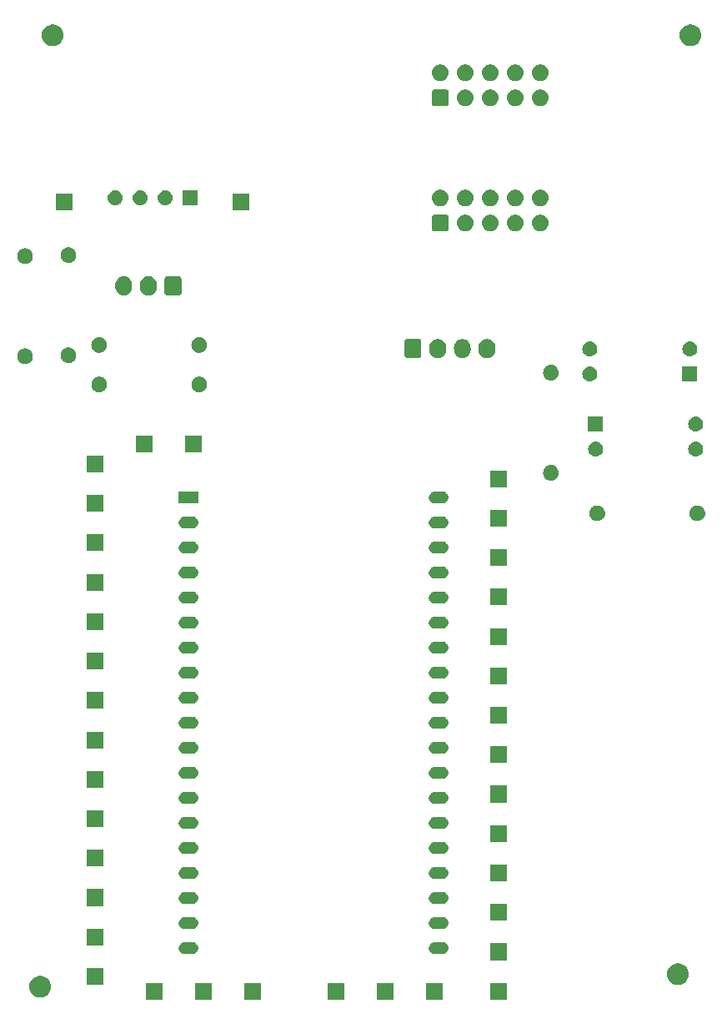
<source format=gts>
G04 #@! TF.GenerationSoftware,KiCad,Pcbnew,8.0.3*
G04 #@! TF.CreationDate,2025-07-28T20:13:40+02:00*
G04 #@! TF.ProjectId,DC_minni,44435f6d-696e-46e6-992e-6b696361645f,rev?*
G04 #@! TF.SameCoordinates,Original*
G04 #@! TF.FileFunction,Soldermask,Top*
G04 #@! TF.FilePolarity,Negative*
%FSLAX46Y46*%
G04 Gerber Fmt 4.6, Leading zero omitted, Abs format (unit mm)*
G04 Created by KiCad (PCBNEW 8.0.3) date 2025-07-28 20:13:40*
%MOMM*%
%LPD*%
G01*
G04 APERTURE LIST*
G04 APERTURE END LIST*
G36*
X214350000Y-177850000D02*
G01*
X212650000Y-177850000D01*
X212650000Y-176150000D01*
X214350000Y-176150000D01*
X214350000Y-177850000D01*
G37*
G36*
X219350000Y-177850000D02*
G01*
X217650000Y-177850000D01*
X217650000Y-176150000D01*
X219350000Y-176150000D01*
X219350000Y-177850000D01*
G37*
G36*
X224350000Y-177850000D02*
G01*
X222650000Y-177850000D01*
X222650000Y-176150000D01*
X224350000Y-176150000D01*
X224350000Y-177850000D01*
G37*
G36*
X232850000Y-177850000D02*
G01*
X231150000Y-177850000D01*
X231150000Y-176150000D01*
X232850000Y-176150000D01*
X232850000Y-177850000D01*
G37*
G36*
X237850000Y-177850000D02*
G01*
X236150000Y-177850000D01*
X236150000Y-176150000D01*
X237850000Y-176150000D01*
X237850000Y-177850000D01*
G37*
G36*
X242850000Y-177850000D02*
G01*
X241150000Y-177850000D01*
X241150000Y-176150000D01*
X242850000Y-176150000D01*
X242850000Y-177850000D01*
G37*
G36*
X249350000Y-177850000D02*
G01*
X247650000Y-177850000D01*
X247650000Y-176150000D01*
X249350000Y-176150000D01*
X249350000Y-177850000D01*
G37*
G36*
X202231029Y-175471992D02*
G01*
X202420312Y-175545320D01*
X202592898Y-175652181D01*
X202742910Y-175788935D01*
X202865239Y-175950925D01*
X202955719Y-176132634D01*
X203011270Y-176327876D01*
X203030000Y-176530000D01*
X203011270Y-176732124D01*
X202955719Y-176927366D01*
X202865239Y-177109075D01*
X202742910Y-177271065D01*
X202592898Y-177407819D01*
X202420312Y-177514680D01*
X202231029Y-177588008D01*
X202031495Y-177625308D01*
X201828505Y-177625308D01*
X201628971Y-177588008D01*
X201439688Y-177514680D01*
X201267102Y-177407819D01*
X201117090Y-177271065D01*
X200994761Y-177109075D01*
X200904281Y-176927366D01*
X200848730Y-176732124D01*
X200830000Y-176530000D01*
X200848730Y-176327876D01*
X200904281Y-176132634D01*
X200994761Y-175950925D01*
X201117090Y-175788935D01*
X201267102Y-175652181D01*
X201439688Y-175545320D01*
X201628971Y-175471992D01*
X201828505Y-175434692D01*
X202031495Y-175434692D01*
X202231029Y-175471992D01*
G37*
G36*
X267001029Y-174201992D02*
G01*
X267190312Y-174275320D01*
X267362898Y-174382181D01*
X267512910Y-174518935D01*
X267635239Y-174680925D01*
X267725719Y-174862634D01*
X267781270Y-175057876D01*
X267800000Y-175260000D01*
X267781270Y-175462124D01*
X267725719Y-175657366D01*
X267635239Y-175839075D01*
X267512910Y-176001065D01*
X267362898Y-176137819D01*
X267190312Y-176244680D01*
X267001029Y-176318008D01*
X266801495Y-176355308D01*
X266598505Y-176355308D01*
X266398971Y-176318008D01*
X266209688Y-176244680D01*
X266037102Y-176137819D01*
X265887090Y-176001065D01*
X265764761Y-175839075D01*
X265674281Y-175657366D01*
X265618730Y-175462124D01*
X265600000Y-175260000D01*
X265618730Y-175057876D01*
X265674281Y-174862634D01*
X265764761Y-174680925D01*
X265887090Y-174518935D01*
X266037102Y-174382181D01*
X266209688Y-174275320D01*
X266398971Y-174201992D01*
X266598505Y-174164692D01*
X266801495Y-174164692D01*
X267001029Y-174201992D01*
G37*
G36*
X208350000Y-176350000D02*
G01*
X206650000Y-176350000D01*
X206650000Y-174650000D01*
X208350000Y-174650000D01*
X208350000Y-176350000D01*
G37*
G36*
X249350000Y-173850000D02*
G01*
X247650000Y-173850000D01*
X247650000Y-172150000D01*
X249350000Y-172150000D01*
X249350000Y-173850000D01*
G37*
G36*
X217404376Y-172020286D02*
G01*
X217457329Y-172022888D01*
X217463848Y-172024184D01*
X217478316Y-172025133D01*
X217506266Y-172032622D01*
X217574084Y-172046112D01*
X217606091Y-172059370D01*
X217629610Y-172065672D01*
X217650698Y-172077847D01*
X217682702Y-172091104D01*
X217740184Y-172129512D01*
X217765257Y-172143988D01*
X217772119Y-172150850D01*
X217780449Y-172156416D01*
X217863583Y-172239550D01*
X217869148Y-172247879D01*
X217876012Y-172254743D01*
X217890489Y-172279818D01*
X217928895Y-172337297D01*
X217942150Y-172369298D01*
X217954328Y-172390390D01*
X217960630Y-172413912D01*
X217973887Y-172445915D01*
X217987374Y-172513722D01*
X217994867Y-172541684D01*
X217994867Y-172551388D01*
X217996822Y-172561217D01*
X217996822Y-172678782D01*
X217994867Y-172688610D01*
X217994867Y-172698316D01*
X217987373Y-172726280D01*
X217973887Y-172794084D01*
X217960631Y-172826084D01*
X217954328Y-172849610D01*
X217942149Y-172870704D01*
X217928895Y-172902702D01*
X217890493Y-172960173D01*
X217876012Y-172985257D01*
X217869146Y-172992122D01*
X217863583Y-173000449D01*
X217780449Y-173083583D01*
X217772122Y-173089146D01*
X217765257Y-173096012D01*
X217740173Y-173110493D01*
X217682702Y-173148895D01*
X217650704Y-173162149D01*
X217629610Y-173174328D01*
X217606084Y-173180631D01*
X217574084Y-173193887D01*
X217506282Y-173207373D01*
X217478316Y-173214867D01*
X217468315Y-173214925D01*
X217458675Y-173216843D01*
X216601360Y-173219994D01*
X216601324Y-173219992D01*
X216600000Y-173220000D01*
X216595565Y-173219709D01*
X216542670Y-173217111D01*
X216536157Y-173215815D01*
X216521684Y-173214867D01*
X216493722Y-173207374D01*
X216425915Y-173193887D01*
X216393912Y-173180630D01*
X216370390Y-173174328D01*
X216349298Y-173162150D01*
X216317297Y-173148895D01*
X216259818Y-173110489D01*
X216234743Y-173096012D01*
X216227879Y-173089148D01*
X216219550Y-173083583D01*
X216136416Y-173000449D01*
X216130850Y-172992119D01*
X216123988Y-172985257D01*
X216109512Y-172960184D01*
X216071104Y-172902702D01*
X216057847Y-172870698D01*
X216045672Y-172849610D01*
X216039370Y-172826091D01*
X216026112Y-172794084D01*
X216012624Y-172726274D01*
X216005133Y-172698316D01*
X216005133Y-172688610D01*
X216003178Y-172678782D01*
X216003178Y-172561217D01*
X216005133Y-172551388D01*
X216005133Y-172541684D01*
X216012623Y-172513728D01*
X216026112Y-172445915D01*
X216039371Y-172413905D01*
X216045672Y-172390390D01*
X216057845Y-172369304D01*
X216071104Y-172337297D01*
X216109516Y-172279807D01*
X216123988Y-172254743D01*
X216130848Y-172247882D01*
X216136416Y-172239550D01*
X216219550Y-172156416D01*
X216227882Y-172150848D01*
X216234743Y-172143988D01*
X216259807Y-172129516D01*
X216317297Y-172091104D01*
X216349304Y-172077845D01*
X216370390Y-172065672D01*
X216393905Y-172059371D01*
X216425915Y-172046112D01*
X216493734Y-172032622D01*
X216521684Y-172025133D01*
X216531678Y-172025074D01*
X216541324Y-172023156D01*
X217398639Y-172020005D01*
X217398692Y-172020007D01*
X217400000Y-172020000D01*
X217404376Y-172020286D01*
G37*
G36*
X242800696Y-172017566D02*
G01*
X242853649Y-172020168D01*
X242860168Y-172021464D01*
X242874636Y-172022413D01*
X242902586Y-172029902D01*
X242970404Y-172043392D01*
X243002411Y-172056650D01*
X243025930Y-172062952D01*
X243047018Y-172075127D01*
X243079022Y-172088384D01*
X243136504Y-172126792D01*
X243161577Y-172141268D01*
X243168439Y-172148130D01*
X243176769Y-172153696D01*
X243259903Y-172236830D01*
X243265468Y-172245159D01*
X243272332Y-172252023D01*
X243286809Y-172277098D01*
X243325215Y-172334577D01*
X243338470Y-172366578D01*
X243350648Y-172387670D01*
X243356950Y-172411192D01*
X243370207Y-172443195D01*
X243383694Y-172511002D01*
X243391187Y-172538964D01*
X243391187Y-172548668D01*
X243393142Y-172558497D01*
X243393142Y-172676062D01*
X243391187Y-172685890D01*
X243391187Y-172695596D01*
X243383693Y-172723560D01*
X243370207Y-172791364D01*
X243356951Y-172823364D01*
X243350648Y-172846890D01*
X243338469Y-172867984D01*
X243325215Y-172899982D01*
X243286813Y-172957453D01*
X243272332Y-172982537D01*
X243265466Y-172989402D01*
X243259903Y-172997729D01*
X243176769Y-173080863D01*
X243168442Y-173086426D01*
X243161577Y-173093292D01*
X243136493Y-173107773D01*
X243079022Y-173146175D01*
X243047024Y-173159429D01*
X243025930Y-173171608D01*
X243002404Y-173177911D01*
X242970404Y-173191167D01*
X242902602Y-173204653D01*
X242874636Y-173212147D01*
X242864635Y-173212205D01*
X242854995Y-173214123D01*
X241997680Y-173217274D01*
X241997644Y-173217272D01*
X241996320Y-173217280D01*
X241991885Y-173216989D01*
X241938990Y-173214391D01*
X241932477Y-173213095D01*
X241918004Y-173212147D01*
X241890042Y-173204654D01*
X241822235Y-173191167D01*
X241790232Y-173177910D01*
X241766710Y-173171608D01*
X241745618Y-173159430D01*
X241713617Y-173146175D01*
X241656138Y-173107769D01*
X241631063Y-173093292D01*
X241624199Y-173086428D01*
X241615870Y-173080863D01*
X241532736Y-172997729D01*
X241527170Y-172989399D01*
X241520308Y-172982537D01*
X241505832Y-172957464D01*
X241467424Y-172899982D01*
X241454167Y-172867978D01*
X241441992Y-172846890D01*
X241435690Y-172823371D01*
X241422432Y-172791364D01*
X241408944Y-172723554D01*
X241401453Y-172695596D01*
X241401453Y-172685890D01*
X241399498Y-172676062D01*
X241399498Y-172558497D01*
X241401453Y-172548668D01*
X241401453Y-172538964D01*
X241408943Y-172511008D01*
X241422432Y-172443195D01*
X241435691Y-172411185D01*
X241441992Y-172387670D01*
X241454165Y-172366584D01*
X241467424Y-172334577D01*
X241505836Y-172277087D01*
X241520308Y-172252023D01*
X241527168Y-172245162D01*
X241532736Y-172236830D01*
X241615870Y-172153696D01*
X241624202Y-172148128D01*
X241631063Y-172141268D01*
X241656127Y-172126796D01*
X241713617Y-172088384D01*
X241745624Y-172075125D01*
X241766710Y-172062952D01*
X241790225Y-172056651D01*
X241822235Y-172043392D01*
X241890054Y-172029902D01*
X241918004Y-172022413D01*
X241927998Y-172022354D01*
X241937644Y-172020436D01*
X242794959Y-172017285D01*
X242795012Y-172017287D01*
X242796320Y-172017280D01*
X242800696Y-172017566D01*
G37*
G36*
X208350000Y-172350000D02*
G01*
X206650000Y-172350000D01*
X206650000Y-170650000D01*
X208350000Y-170650000D01*
X208350000Y-172350000D01*
G37*
G36*
X217404376Y-169480286D02*
G01*
X217457329Y-169482888D01*
X217463848Y-169484184D01*
X217478316Y-169485133D01*
X217506266Y-169492622D01*
X217574084Y-169506112D01*
X217606091Y-169519370D01*
X217629610Y-169525672D01*
X217650698Y-169537847D01*
X217682702Y-169551104D01*
X217740184Y-169589512D01*
X217765257Y-169603988D01*
X217772119Y-169610850D01*
X217780449Y-169616416D01*
X217863583Y-169699550D01*
X217869148Y-169707879D01*
X217876012Y-169714743D01*
X217890489Y-169739818D01*
X217928895Y-169797297D01*
X217942150Y-169829298D01*
X217954328Y-169850390D01*
X217960630Y-169873912D01*
X217973887Y-169905915D01*
X217987374Y-169973722D01*
X217994867Y-170001684D01*
X217994867Y-170011388D01*
X217996822Y-170021217D01*
X217996822Y-170138782D01*
X217994867Y-170148610D01*
X217994867Y-170158316D01*
X217987373Y-170186280D01*
X217973887Y-170254084D01*
X217960631Y-170286084D01*
X217954328Y-170309610D01*
X217942149Y-170330704D01*
X217928895Y-170362702D01*
X217890493Y-170420173D01*
X217876012Y-170445257D01*
X217869146Y-170452122D01*
X217863583Y-170460449D01*
X217780449Y-170543583D01*
X217772122Y-170549146D01*
X217765257Y-170556012D01*
X217740173Y-170570493D01*
X217682702Y-170608895D01*
X217650704Y-170622149D01*
X217629610Y-170634328D01*
X217606084Y-170640631D01*
X217574084Y-170653887D01*
X217506282Y-170667373D01*
X217478316Y-170674867D01*
X217468315Y-170674925D01*
X217458675Y-170676843D01*
X216601360Y-170679994D01*
X216601324Y-170679992D01*
X216600000Y-170680000D01*
X216595565Y-170679709D01*
X216542670Y-170677111D01*
X216536157Y-170675815D01*
X216521684Y-170674867D01*
X216493722Y-170667374D01*
X216425915Y-170653887D01*
X216393912Y-170640630D01*
X216370390Y-170634328D01*
X216349298Y-170622150D01*
X216317297Y-170608895D01*
X216259818Y-170570489D01*
X216234743Y-170556012D01*
X216227879Y-170549148D01*
X216219550Y-170543583D01*
X216136416Y-170460449D01*
X216130850Y-170452119D01*
X216123988Y-170445257D01*
X216109512Y-170420184D01*
X216071104Y-170362702D01*
X216057847Y-170330698D01*
X216045672Y-170309610D01*
X216039370Y-170286091D01*
X216026112Y-170254084D01*
X216012624Y-170186274D01*
X216005133Y-170158316D01*
X216005133Y-170148610D01*
X216003178Y-170138782D01*
X216003178Y-170021217D01*
X216005133Y-170011388D01*
X216005133Y-170001684D01*
X216012623Y-169973728D01*
X216026112Y-169905915D01*
X216039371Y-169873905D01*
X216045672Y-169850390D01*
X216057845Y-169829304D01*
X216071104Y-169797297D01*
X216109516Y-169739807D01*
X216123988Y-169714743D01*
X216130848Y-169707882D01*
X216136416Y-169699550D01*
X216219550Y-169616416D01*
X216227882Y-169610848D01*
X216234743Y-169603988D01*
X216259807Y-169589516D01*
X216317297Y-169551104D01*
X216349304Y-169537845D01*
X216370390Y-169525672D01*
X216393905Y-169519371D01*
X216425915Y-169506112D01*
X216493734Y-169492622D01*
X216521684Y-169485133D01*
X216531678Y-169485074D01*
X216541324Y-169483156D01*
X217398639Y-169480005D01*
X217398692Y-169480007D01*
X217400000Y-169480000D01*
X217404376Y-169480286D01*
G37*
G36*
X242800696Y-169477566D02*
G01*
X242853649Y-169480168D01*
X242860168Y-169481464D01*
X242874636Y-169482413D01*
X242902586Y-169489902D01*
X242970404Y-169503392D01*
X243002411Y-169516650D01*
X243025930Y-169522952D01*
X243047018Y-169535127D01*
X243079022Y-169548384D01*
X243136504Y-169586792D01*
X243161577Y-169601268D01*
X243168439Y-169608130D01*
X243176769Y-169613696D01*
X243259903Y-169696830D01*
X243265468Y-169705159D01*
X243272332Y-169712023D01*
X243286809Y-169737098D01*
X243325215Y-169794577D01*
X243338470Y-169826578D01*
X243350648Y-169847670D01*
X243356950Y-169871192D01*
X243370207Y-169903195D01*
X243383694Y-169971002D01*
X243391187Y-169998964D01*
X243391187Y-170008668D01*
X243393142Y-170018497D01*
X243393142Y-170136062D01*
X243391187Y-170145890D01*
X243391187Y-170155596D01*
X243383693Y-170183560D01*
X243370207Y-170251364D01*
X243356951Y-170283364D01*
X243350648Y-170306890D01*
X243338469Y-170327984D01*
X243325215Y-170359982D01*
X243286813Y-170417453D01*
X243272332Y-170442537D01*
X243265466Y-170449402D01*
X243259903Y-170457729D01*
X243176769Y-170540863D01*
X243168442Y-170546426D01*
X243161577Y-170553292D01*
X243136493Y-170567773D01*
X243079022Y-170606175D01*
X243047024Y-170619429D01*
X243025930Y-170631608D01*
X243002404Y-170637911D01*
X242970404Y-170651167D01*
X242902602Y-170664653D01*
X242874636Y-170672147D01*
X242864635Y-170672205D01*
X242854995Y-170674123D01*
X241997680Y-170677274D01*
X241997644Y-170677272D01*
X241996320Y-170677280D01*
X241991885Y-170676989D01*
X241938990Y-170674391D01*
X241932477Y-170673095D01*
X241918004Y-170672147D01*
X241890042Y-170664654D01*
X241822235Y-170651167D01*
X241790232Y-170637910D01*
X241766710Y-170631608D01*
X241745618Y-170619430D01*
X241713617Y-170606175D01*
X241656138Y-170567769D01*
X241631063Y-170553292D01*
X241624199Y-170546428D01*
X241615870Y-170540863D01*
X241532736Y-170457729D01*
X241527170Y-170449399D01*
X241520308Y-170442537D01*
X241505832Y-170417464D01*
X241467424Y-170359982D01*
X241454167Y-170327978D01*
X241441992Y-170306890D01*
X241435690Y-170283371D01*
X241422432Y-170251364D01*
X241408944Y-170183554D01*
X241401453Y-170155596D01*
X241401453Y-170145890D01*
X241399498Y-170136062D01*
X241399498Y-170018497D01*
X241401453Y-170008668D01*
X241401453Y-169998964D01*
X241408943Y-169971008D01*
X241422432Y-169903195D01*
X241435691Y-169871185D01*
X241441992Y-169847670D01*
X241454165Y-169826584D01*
X241467424Y-169794577D01*
X241505836Y-169737087D01*
X241520308Y-169712023D01*
X241527168Y-169705162D01*
X241532736Y-169696830D01*
X241615870Y-169613696D01*
X241624202Y-169608128D01*
X241631063Y-169601268D01*
X241656127Y-169586796D01*
X241713617Y-169548384D01*
X241745624Y-169535125D01*
X241766710Y-169522952D01*
X241790225Y-169516651D01*
X241822235Y-169503392D01*
X241890054Y-169489902D01*
X241918004Y-169482413D01*
X241927998Y-169482354D01*
X241937644Y-169480436D01*
X242794959Y-169477285D01*
X242795012Y-169477287D01*
X242796320Y-169477280D01*
X242800696Y-169477566D01*
G37*
G36*
X249350000Y-169850000D02*
G01*
X247650000Y-169850000D01*
X247650000Y-168150000D01*
X249350000Y-168150000D01*
X249350000Y-169850000D01*
G37*
G36*
X208350000Y-168350000D02*
G01*
X206650000Y-168350000D01*
X206650000Y-166650000D01*
X208350000Y-166650000D01*
X208350000Y-168350000D01*
G37*
G36*
X217404376Y-166940286D02*
G01*
X217457329Y-166942888D01*
X217463848Y-166944184D01*
X217478316Y-166945133D01*
X217506266Y-166952622D01*
X217574084Y-166966112D01*
X217606091Y-166979370D01*
X217629610Y-166985672D01*
X217650698Y-166997847D01*
X217682702Y-167011104D01*
X217740184Y-167049512D01*
X217765257Y-167063988D01*
X217772119Y-167070850D01*
X217780449Y-167076416D01*
X217863583Y-167159550D01*
X217869148Y-167167879D01*
X217876012Y-167174743D01*
X217890489Y-167199818D01*
X217928895Y-167257297D01*
X217942150Y-167289298D01*
X217954328Y-167310390D01*
X217960630Y-167333912D01*
X217973887Y-167365915D01*
X217987374Y-167433722D01*
X217994867Y-167461684D01*
X217994867Y-167471388D01*
X217996822Y-167481217D01*
X217996822Y-167598782D01*
X217994867Y-167608610D01*
X217994867Y-167618316D01*
X217987373Y-167646280D01*
X217973887Y-167714084D01*
X217960631Y-167746084D01*
X217954328Y-167769610D01*
X217942149Y-167790704D01*
X217928895Y-167822702D01*
X217890493Y-167880173D01*
X217876012Y-167905257D01*
X217869146Y-167912122D01*
X217863583Y-167920449D01*
X217780449Y-168003583D01*
X217772122Y-168009146D01*
X217765257Y-168016012D01*
X217740173Y-168030493D01*
X217682702Y-168068895D01*
X217650704Y-168082149D01*
X217629610Y-168094328D01*
X217606084Y-168100631D01*
X217574084Y-168113887D01*
X217506282Y-168127373D01*
X217478316Y-168134867D01*
X217468315Y-168134925D01*
X217458675Y-168136843D01*
X216601360Y-168139994D01*
X216601324Y-168139992D01*
X216600000Y-168140000D01*
X216595565Y-168139709D01*
X216542670Y-168137111D01*
X216536157Y-168135815D01*
X216521684Y-168134867D01*
X216493722Y-168127374D01*
X216425915Y-168113887D01*
X216393912Y-168100630D01*
X216370390Y-168094328D01*
X216349298Y-168082150D01*
X216317297Y-168068895D01*
X216259818Y-168030489D01*
X216234743Y-168016012D01*
X216227879Y-168009148D01*
X216219550Y-168003583D01*
X216136416Y-167920449D01*
X216130850Y-167912119D01*
X216123988Y-167905257D01*
X216109512Y-167880184D01*
X216071104Y-167822702D01*
X216057847Y-167790698D01*
X216045672Y-167769610D01*
X216039370Y-167746091D01*
X216026112Y-167714084D01*
X216012624Y-167646274D01*
X216005133Y-167618316D01*
X216005133Y-167608610D01*
X216003178Y-167598782D01*
X216003178Y-167481217D01*
X216005133Y-167471388D01*
X216005133Y-167461684D01*
X216012623Y-167433728D01*
X216026112Y-167365915D01*
X216039371Y-167333905D01*
X216045672Y-167310390D01*
X216057845Y-167289304D01*
X216071104Y-167257297D01*
X216109516Y-167199807D01*
X216123988Y-167174743D01*
X216130848Y-167167882D01*
X216136416Y-167159550D01*
X216219550Y-167076416D01*
X216227882Y-167070848D01*
X216234743Y-167063988D01*
X216259807Y-167049516D01*
X216317297Y-167011104D01*
X216349304Y-166997845D01*
X216370390Y-166985672D01*
X216393905Y-166979371D01*
X216425915Y-166966112D01*
X216493734Y-166952622D01*
X216521684Y-166945133D01*
X216531678Y-166945074D01*
X216541324Y-166943156D01*
X217398639Y-166940005D01*
X217398692Y-166940007D01*
X217400000Y-166940000D01*
X217404376Y-166940286D01*
G37*
G36*
X242804376Y-166940286D02*
G01*
X242857329Y-166942888D01*
X242863848Y-166944184D01*
X242878316Y-166945133D01*
X242906266Y-166952622D01*
X242974084Y-166966112D01*
X243006091Y-166979370D01*
X243029610Y-166985672D01*
X243050698Y-166997847D01*
X243082702Y-167011104D01*
X243140184Y-167049512D01*
X243165257Y-167063988D01*
X243172119Y-167070850D01*
X243180449Y-167076416D01*
X243263583Y-167159550D01*
X243269148Y-167167879D01*
X243276012Y-167174743D01*
X243290489Y-167199818D01*
X243328895Y-167257297D01*
X243342150Y-167289298D01*
X243354328Y-167310390D01*
X243360630Y-167333912D01*
X243373887Y-167365915D01*
X243387374Y-167433722D01*
X243394867Y-167461684D01*
X243394867Y-167471388D01*
X243396822Y-167481217D01*
X243396822Y-167598782D01*
X243394867Y-167608610D01*
X243394867Y-167618316D01*
X243387373Y-167646280D01*
X243373887Y-167714084D01*
X243360631Y-167746084D01*
X243354328Y-167769610D01*
X243342149Y-167790704D01*
X243328895Y-167822702D01*
X243290493Y-167880173D01*
X243276012Y-167905257D01*
X243269146Y-167912122D01*
X243263583Y-167920449D01*
X243180449Y-168003583D01*
X243172122Y-168009146D01*
X243165257Y-168016012D01*
X243140173Y-168030493D01*
X243082702Y-168068895D01*
X243050704Y-168082149D01*
X243029610Y-168094328D01*
X243006084Y-168100631D01*
X242974084Y-168113887D01*
X242906282Y-168127373D01*
X242878316Y-168134867D01*
X242868315Y-168134925D01*
X242858675Y-168136843D01*
X242001360Y-168139994D01*
X242001324Y-168139992D01*
X242000000Y-168140000D01*
X241995565Y-168139709D01*
X241942670Y-168137111D01*
X241936157Y-168135815D01*
X241921684Y-168134867D01*
X241893722Y-168127374D01*
X241825915Y-168113887D01*
X241793912Y-168100630D01*
X241770390Y-168094328D01*
X241749298Y-168082150D01*
X241717297Y-168068895D01*
X241659818Y-168030489D01*
X241634743Y-168016012D01*
X241627879Y-168009148D01*
X241619550Y-168003583D01*
X241536416Y-167920449D01*
X241530850Y-167912119D01*
X241523988Y-167905257D01*
X241509512Y-167880184D01*
X241471104Y-167822702D01*
X241457847Y-167790698D01*
X241445672Y-167769610D01*
X241439370Y-167746091D01*
X241426112Y-167714084D01*
X241412624Y-167646274D01*
X241405133Y-167618316D01*
X241405133Y-167608610D01*
X241403178Y-167598782D01*
X241403178Y-167481217D01*
X241405133Y-167471388D01*
X241405133Y-167461684D01*
X241412623Y-167433728D01*
X241426112Y-167365915D01*
X241439371Y-167333905D01*
X241445672Y-167310390D01*
X241457845Y-167289304D01*
X241471104Y-167257297D01*
X241509516Y-167199807D01*
X241523988Y-167174743D01*
X241530848Y-167167882D01*
X241536416Y-167159550D01*
X241619550Y-167076416D01*
X241627882Y-167070848D01*
X241634743Y-167063988D01*
X241659807Y-167049516D01*
X241717297Y-167011104D01*
X241749304Y-166997845D01*
X241770390Y-166985672D01*
X241793905Y-166979371D01*
X241825915Y-166966112D01*
X241893734Y-166952622D01*
X241921684Y-166945133D01*
X241931678Y-166945074D01*
X241941324Y-166943156D01*
X242798639Y-166940005D01*
X242798692Y-166940007D01*
X242800000Y-166940000D01*
X242804376Y-166940286D01*
G37*
G36*
X249350000Y-165850000D02*
G01*
X247650000Y-165850000D01*
X247650000Y-164150000D01*
X249350000Y-164150000D01*
X249350000Y-165850000D01*
G37*
G36*
X217404376Y-164400286D02*
G01*
X217457329Y-164402888D01*
X217463848Y-164404184D01*
X217478316Y-164405133D01*
X217506266Y-164412622D01*
X217574084Y-164426112D01*
X217606091Y-164439370D01*
X217629610Y-164445672D01*
X217650698Y-164457847D01*
X217682702Y-164471104D01*
X217740184Y-164509512D01*
X217765257Y-164523988D01*
X217772119Y-164530850D01*
X217780449Y-164536416D01*
X217863583Y-164619550D01*
X217869148Y-164627879D01*
X217876012Y-164634743D01*
X217890489Y-164659818D01*
X217928895Y-164717297D01*
X217942150Y-164749298D01*
X217954328Y-164770390D01*
X217960630Y-164793912D01*
X217973887Y-164825915D01*
X217987374Y-164893722D01*
X217994867Y-164921684D01*
X217994867Y-164931388D01*
X217996822Y-164941217D01*
X217996822Y-165058782D01*
X217994867Y-165068610D01*
X217994867Y-165078316D01*
X217987373Y-165106280D01*
X217973887Y-165174084D01*
X217960631Y-165206084D01*
X217954328Y-165229610D01*
X217942149Y-165250704D01*
X217928895Y-165282702D01*
X217890493Y-165340173D01*
X217876012Y-165365257D01*
X217869146Y-165372122D01*
X217863583Y-165380449D01*
X217780449Y-165463583D01*
X217772122Y-165469146D01*
X217765257Y-165476012D01*
X217740173Y-165490493D01*
X217682702Y-165528895D01*
X217650704Y-165542149D01*
X217629610Y-165554328D01*
X217606084Y-165560631D01*
X217574084Y-165573887D01*
X217506282Y-165587373D01*
X217478316Y-165594867D01*
X217468315Y-165594925D01*
X217458675Y-165596843D01*
X216601360Y-165599994D01*
X216601324Y-165599992D01*
X216600000Y-165600000D01*
X216595565Y-165599709D01*
X216542670Y-165597111D01*
X216536157Y-165595815D01*
X216521684Y-165594867D01*
X216493722Y-165587374D01*
X216425915Y-165573887D01*
X216393912Y-165560630D01*
X216370390Y-165554328D01*
X216349298Y-165542150D01*
X216317297Y-165528895D01*
X216259818Y-165490489D01*
X216234743Y-165476012D01*
X216227879Y-165469148D01*
X216219550Y-165463583D01*
X216136416Y-165380449D01*
X216130850Y-165372119D01*
X216123988Y-165365257D01*
X216109512Y-165340184D01*
X216071104Y-165282702D01*
X216057847Y-165250698D01*
X216045672Y-165229610D01*
X216039370Y-165206091D01*
X216026112Y-165174084D01*
X216012624Y-165106274D01*
X216005133Y-165078316D01*
X216005133Y-165068610D01*
X216003178Y-165058782D01*
X216003178Y-164941217D01*
X216005133Y-164931388D01*
X216005133Y-164921684D01*
X216012623Y-164893728D01*
X216026112Y-164825915D01*
X216039371Y-164793905D01*
X216045672Y-164770390D01*
X216057845Y-164749304D01*
X216071104Y-164717297D01*
X216109516Y-164659807D01*
X216123988Y-164634743D01*
X216130848Y-164627882D01*
X216136416Y-164619550D01*
X216219550Y-164536416D01*
X216227882Y-164530848D01*
X216234743Y-164523988D01*
X216259807Y-164509516D01*
X216317297Y-164471104D01*
X216349304Y-164457845D01*
X216370390Y-164445672D01*
X216393905Y-164439371D01*
X216425915Y-164426112D01*
X216493734Y-164412622D01*
X216521684Y-164405133D01*
X216531678Y-164405074D01*
X216541324Y-164403156D01*
X217398639Y-164400005D01*
X217398692Y-164400007D01*
X217400000Y-164400000D01*
X217404376Y-164400286D01*
G37*
G36*
X242804376Y-164400286D02*
G01*
X242857329Y-164402888D01*
X242863848Y-164404184D01*
X242878316Y-164405133D01*
X242906266Y-164412622D01*
X242974084Y-164426112D01*
X243006091Y-164439370D01*
X243029610Y-164445672D01*
X243050698Y-164457847D01*
X243082702Y-164471104D01*
X243140184Y-164509512D01*
X243165257Y-164523988D01*
X243172119Y-164530850D01*
X243180449Y-164536416D01*
X243263583Y-164619550D01*
X243269148Y-164627879D01*
X243276012Y-164634743D01*
X243290489Y-164659818D01*
X243328895Y-164717297D01*
X243342150Y-164749298D01*
X243354328Y-164770390D01*
X243360630Y-164793912D01*
X243373887Y-164825915D01*
X243387374Y-164893722D01*
X243394867Y-164921684D01*
X243394867Y-164931388D01*
X243396822Y-164941217D01*
X243396822Y-165058782D01*
X243394867Y-165068610D01*
X243394867Y-165078316D01*
X243387373Y-165106280D01*
X243373887Y-165174084D01*
X243360631Y-165206084D01*
X243354328Y-165229610D01*
X243342149Y-165250704D01*
X243328895Y-165282702D01*
X243290493Y-165340173D01*
X243276012Y-165365257D01*
X243269146Y-165372122D01*
X243263583Y-165380449D01*
X243180449Y-165463583D01*
X243172122Y-165469146D01*
X243165257Y-165476012D01*
X243140173Y-165490493D01*
X243082702Y-165528895D01*
X243050704Y-165542149D01*
X243029610Y-165554328D01*
X243006084Y-165560631D01*
X242974084Y-165573887D01*
X242906282Y-165587373D01*
X242878316Y-165594867D01*
X242868315Y-165594925D01*
X242858675Y-165596843D01*
X242001360Y-165599994D01*
X242001324Y-165599992D01*
X242000000Y-165600000D01*
X241995565Y-165599709D01*
X241942670Y-165597111D01*
X241936157Y-165595815D01*
X241921684Y-165594867D01*
X241893722Y-165587374D01*
X241825915Y-165573887D01*
X241793912Y-165560630D01*
X241770390Y-165554328D01*
X241749298Y-165542150D01*
X241717297Y-165528895D01*
X241659818Y-165490489D01*
X241634743Y-165476012D01*
X241627879Y-165469148D01*
X241619550Y-165463583D01*
X241536416Y-165380449D01*
X241530850Y-165372119D01*
X241523988Y-165365257D01*
X241509512Y-165340184D01*
X241471104Y-165282702D01*
X241457847Y-165250698D01*
X241445672Y-165229610D01*
X241439370Y-165206091D01*
X241426112Y-165174084D01*
X241412624Y-165106274D01*
X241405133Y-165078316D01*
X241405133Y-165068610D01*
X241403178Y-165058782D01*
X241403178Y-164941217D01*
X241405133Y-164931388D01*
X241405133Y-164921684D01*
X241412623Y-164893728D01*
X241426112Y-164825915D01*
X241439371Y-164793905D01*
X241445672Y-164770390D01*
X241457845Y-164749304D01*
X241471104Y-164717297D01*
X241509516Y-164659807D01*
X241523988Y-164634743D01*
X241530848Y-164627882D01*
X241536416Y-164619550D01*
X241619550Y-164536416D01*
X241627882Y-164530848D01*
X241634743Y-164523988D01*
X241659807Y-164509516D01*
X241717297Y-164471104D01*
X241749304Y-164457845D01*
X241770390Y-164445672D01*
X241793905Y-164439371D01*
X241825915Y-164426112D01*
X241893734Y-164412622D01*
X241921684Y-164405133D01*
X241931678Y-164405074D01*
X241941324Y-164403156D01*
X242798639Y-164400005D01*
X242798692Y-164400007D01*
X242800000Y-164400000D01*
X242804376Y-164400286D01*
G37*
G36*
X208350000Y-164350000D02*
G01*
X206650000Y-164350000D01*
X206650000Y-162650000D01*
X208350000Y-162650000D01*
X208350000Y-164350000D01*
G37*
G36*
X217404376Y-161860286D02*
G01*
X217457329Y-161862888D01*
X217463848Y-161864184D01*
X217478316Y-161865133D01*
X217506266Y-161872622D01*
X217574084Y-161886112D01*
X217606091Y-161899370D01*
X217629610Y-161905672D01*
X217650698Y-161917847D01*
X217682702Y-161931104D01*
X217740184Y-161969512D01*
X217765257Y-161983988D01*
X217772119Y-161990850D01*
X217780449Y-161996416D01*
X217863583Y-162079550D01*
X217869148Y-162087879D01*
X217876012Y-162094743D01*
X217890489Y-162119818D01*
X217928895Y-162177297D01*
X217942150Y-162209298D01*
X217954328Y-162230390D01*
X217960630Y-162253912D01*
X217973887Y-162285915D01*
X217987374Y-162353722D01*
X217994867Y-162381684D01*
X217994867Y-162391388D01*
X217996822Y-162401217D01*
X217996822Y-162518782D01*
X217994867Y-162528610D01*
X217994867Y-162538316D01*
X217987373Y-162566280D01*
X217973887Y-162634084D01*
X217960631Y-162666084D01*
X217954328Y-162689610D01*
X217942149Y-162710704D01*
X217928895Y-162742702D01*
X217890493Y-162800173D01*
X217876012Y-162825257D01*
X217869146Y-162832122D01*
X217863583Y-162840449D01*
X217780449Y-162923583D01*
X217772122Y-162929146D01*
X217765257Y-162936012D01*
X217740173Y-162950493D01*
X217682702Y-162988895D01*
X217650704Y-163002149D01*
X217629610Y-163014328D01*
X217606084Y-163020631D01*
X217574084Y-163033887D01*
X217506282Y-163047373D01*
X217478316Y-163054867D01*
X217468315Y-163054925D01*
X217458675Y-163056843D01*
X216601360Y-163059994D01*
X216601324Y-163059992D01*
X216600000Y-163060000D01*
X216595565Y-163059709D01*
X216542670Y-163057111D01*
X216536157Y-163055815D01*
X216521684Y-163054867D01*
X216493722Y-163047374D01*
X216425915Y-163033887D01*
X216393912Y-163020630D01*
X216370390Y-163014328D01*
X216349298Y-163002150D01*
X216317297Y-162988895D01*
X216259818Y-162950489D01*
X216234743Y-162936012D01*
X216227879Y-162929148D01*
X216219550Y-162923583D01*
X216136416Y-162840449D01*
X216130850Y-162832119D01*
X216123988Y-162825257D01*
X216109512Y-162800184D01*
X216071104Y-162742702D01*
X216057847Y-162710698D01*
X216045672Y-162689610D01*
X216039370Y-162666091D01*
X216026112Y-162634084D01*
X216012624Y-162566274D01*
X216005133Y-162538316D01*
X216005133Y-162528610D01*
X216003178Y-162518782D01*
X216003178Y-162401217D01*
X216005133Y-162391388D01*
X216005133Y-162381684D01*
X216012623Y-162353728D01*
X216026112Y-162285915D01*
X216039371Y-162253905D01*
X216045672Y-162230390D01*
X216057845Y-162209304D01*
X216071104Y-162177297D01*
X216109516Y-162119807D01*
X216123988Y-162094743D01*
X216130848Y-162087882D01*
X216136416Y-162079550D01*
X216219550Y-161996416D01*
X216227882Y-161990848D01*
X216234743Y-161983988D01*
X216259807Y-161969516D01*
X216317297Y-161931104D01*
X216349304Y-161917845D01*
X216370390Y-161905672D01*
X216393905Y-161899371D01*
X216425915Y-161886112D01*
X216493734Y-161872622D01*
X216521684Y-161865133D01*
X216531678Y-161865074D01*
X216541324Y-161863156D01*
X217398639Y-161860005D01*
X217398692Y-161860007D01*
X217400000Y-161860000D01*
X217404376Y-161860286D01*
G37*
G36*
X242804376Y-161860286D02*
G01*
X242857329Y-161862888D01*
X242863848Y-161864184D01*
X242878316Y-161865133D01*
X242906266Y-161872622D01*
X242974084Y-161886112D01*
X243006091Y-161899370D01*
X243029610Y-161905672D01*
X243050698Y-161917847D01*
X243082702Y-161931104D01*
X243140184Y-161969512D01*
X243165257Y-161983988D01*
X243172119Y-161990850D01*
X243180449Y-161996416D01*
X243263583Y-162079550D01*
X243269148Y-162087879D01*
X243276012Y-162094743D01*
X243290489Y-162119818D01*
X243328895Y-162177297D01*
X243342150Y-162209298D01*
X243354328Y-162230390D01*
X243360630Y-162253912D01*
X243373887Y-162285915D01*
X243387374Y-162353722D01*
X243394867Y-162381684D01*
X243394867Y-162391388D01*
X243396822Y-162401217D01*
X243396822Y-162518782D01*
X243394867Y-162528610D01*
X243394867Y-162538316D01*
X243387373Y-162566280D01*
X243373887Y-162634084D01*
X243360631Y-162666084D01*
X243354328Y-162689610D01*
X243342149Y-162710704D01*
X243328895Y-162742702D01*
X243290493Y-162800173D01*
X243276012Y-162825257D01*
X243269146Y-162832122D01*
X243263583Y-162840449D01*
X243180449Y-162923583D01*
X243172122Y-162929146D01*
X243165257Y-162936012D01*
X243140173Y-162950493D01*
X243082702Y-162988895D01*
X243050704Y-163002149D01*
X243029610Y-163014328D01*
X243006084Y-163020631D01*
X242974084Y-163033887D01*
X242906282Y-163047373D01*
X242878316Y-163054867D01*
X242868315Y-163054925D01*
X242858675Y-163056843D01*
X242001360Y-163059994D01*
X242001324Y-163059992D01*
X242000000Y-163060000D01*
X241995565Y-163059709D01*
X241942670Y-163057111D01*
X241936157Y-163055815D01*
X241921684Y-163054867D01*
X241893722Y-163047374D01*
X241825915Y-163033887D01*
X241793912Y-163020630D01*
X241770390Y-163014328D01*
X241749298Y-163002150D01*
X241717297Y-162988895D01*
X241659818Y-162950489D01*
X241634743Y-162936012D01*
X241627879Y-162929148D01*
X241619550Y-162923583D01*
X241536416Y-162840449D01*
X241530850Y-162832119D01*
X241523988Y-162825257D01*
X241509512Y-162800184D01*
X241471104Y-162742702D01*
X241457847Y-162710698D01*
X241445672Y-162689610D01*
X241439370Y-162666091D01*
X241426112Y-162634084D01*
X241412624Y-162566274D01*
X241405133Y-162538316D01*
X241405133Y-162528610D01*
X241403178Y-162518782D01*
X241403178Y-162401217D01*
X241405133Y-162391388D01*
X241405133Y-162381684D01*
X241412623Y-162353728D01*
X241426112Y-162285915D01*
X241439371Y-162253905D01*
X241445672Y-162230390D01*
X241457845Y-162209304D01*
X241471104Y-162177297D01*
X241509516Y-162119807D01*
X241523988Y-162094743D01*
X241530848Y-162087882D01*
X241536416Y-162079550D01*
X241619550Y-161996416D01*
X241627882Y-161990848D01*
X241634743Y-161983988D01*
X241659807Y-161969516D01*
X241717297Y-161931104D01*
X241749304Y-161917845D01*
X241770390Y-161905672D01*
X241793905Y-161899371D01*
X241825915Y-161886112D01*
X241893734Y-161872622D01*
X241921684Y-161865133D01*
X241931678Y-161865074D01*
X241941324Y-161863156D01*
X242798639Y-161860005D01*
X242798692Y-161860007D01*
X242800000Y-161860000D01*
X242804376Y-161860286D01*
G37*
G36*
X249350000Y-161850000D02*
G01*
X247650000Y-161850000D01*
X247650000Y-160150000D01*
X249350000Y-160150000D01*
X249350000Y-161850000D01*
G37*
G36*
X217404376Y-159320286D02*
G01*
X217457329Y-159322888D01*
X217463848Y-159324184D01*
X217478316Y-159325133D01*
X217506266Y-159332622D01*
X217574084Y-159346112D01*
X217606091Y-159359370D01*
X217629610Y-159365672D01*
X217650698Y-159377847D01*
X217682702Y-159391104D01*
X217740184Y-159429512D01*
X217765257Y-159443988D01*
X217772119Y-159450850D01*
X217780449Y-159456416D01*
X217863583Y-159539550D01*
X217869148Y-159547879D01*
X217876012Y-159554743D01*
X217890489Y-159579818D01*
X217928895Y-159637297D01*
X217942150Y-159669298D01*
X217954328Y-159690390D01*
X217960630Y-159713912D01*
X217973887Y-159745915D01*
X217987374Y-159813722D01*
X217994867Y-159841684D01*
X217994867Y-159851388D01*
X217996822Y-159861217D01*
X217996822Y-159978782D01*
X217994867Y-159988610D01*
X217994867Y-159998316D01*
X217987373Y-160026280D01*
X217973887Y-160094084D01*
X217960631Y-160126084D01*
X217954328Y-160149610D01*
X217942149Y-160170704D01*
X217928895Y-160202702D01*
X217890493Y-160260173D01*
X217876012Y-160285257D01*
X217869146Y-160292122D01*
X217863583Y-160300449D01*
X217780449Y-160383583D01*
X217772122Y-160389146D01*
X217765257Y-160396012D01*
X217740173Y-160410493D01*
X217682702Y-160448895D01*
X217650704Y-160462149D01*
X217629610Y-160474328D01*
X217606084Y-160480631D01*
X217574084Y-160493887D01*
X217506282Y-160507373D01*
X217478316Y-160514867D01*
X217468315Y-160514925D01*
X217458675Y-160516843D01*
X216601360Y-160519994D01*
X216601324Y-160519992D01*
X216600000Y-160520000D01*
X216595565Y-160519709D01*
X216542670Y-160517111D01*
X216536157Y-160515815D01*
X216521684Y-160514867D01*
X216493722Y-160507374D01*
X216425915Y-160493887D01*
X216393912Y-160480630D01*
X216370390Y-160474328D01*
X216349298Y-160462150D01*
X216317297Y-160448895D01*
X216259818Y-160410489D01*
X216234743Y-160396012D01*
X216227879Y-160389148D01*
X216219550Y-160383583D01*
X216136416Y-160300449D01*
X216130850Y-160292119D01*
X216123988Y-160285257D01*
X216109512Y-160260184D01*
X216071104Y-160202702D01*
X216057847Y-160170698D01*
X216045672Y-160149610D01*
X216039370Y-160126091D01*
X216026112Y-160094084D01*
X216012624Y-160026274D01*
X216005133Y-159998316D01*
X216005133Y-159988610D01*
X216003178Y-159978782D01*
X216003178Y-159861217D01*
X216005133Y-159851388D01*
X216005133Y-159841684D01*
X216012623Y-159813728D01*
X216026112Y-159745915D01*
X216039371Y-159713905D01*
X216045672Y-159690390D01*
X216057845Y-159669304D01*
X216071104Y-159637297D01*
X216109516Y-159579807D01*
X216123988Y-159554743D01*
X216130848Y-159547882D01*
X216136416Y-159539550D01*
X216219550Y-159456416D01*
X216227882Y-159450848D01*
X216234743Y-159443988D01*
X216259807Y-159429516D01*
X216317297Y-159391104D01*
X216349304Y-159377845D01*
X216370390Y-159365672D01*
X216393905Y-159359371D01*
X216425915Y-159346112D01*
X216493734Y-159332622D01*
X216521684Y-159325133D01*
X216531678Y-159325074D01*
X216541324Y-159323156D01*
X217398639Y-159320005D01*
X217398692Y-159320007D01*
X217400000Y-159320000D01*
X217404376Y-159320286D01*
G37*
G36*
X242804376Y-159320286D02*
G01*
X242857329Y-159322888D01*
X242863848Y-159324184D01*
X242878316Y-159325133D01*
X242906266Y-159332622D01*
X242974084Y-159346112D01*
X243006091Y-159359370D01*
X243029610Y-159365672D01*
X243050698Y-159377847D01*
X243082702Y-159391104D01*
X243140184Y-159429512D01*
X243165257Y-159443988D01*
X243172119Y-159450850D01*
X243180449Y-159456416D01*
X243263583Y-159539550D01*
X243269148Y-159547879D01*
X243276012Y-159554743D01*
X243290489Y-159579818D01*
X243328895Y-159637297D01*
X243342150Y-159669298D01*
X243354328Y-159690390D01*
X243360630Y-159713912D01*
X243373887Y-159745915D01*
X243387374Y-159813722D01*
X243394867Y-159841684D01*
X243394867Y-159851388D01*
X243396822Y-159861217D01*
X243396822Y-159978782D01*
X243394867Y-159988610D01*
X243394867Y-159998316D01*
X243387373Y-160026280D01*
X243373887Y-160094084D01*
X243360631Y-160126084D01*
X243354328Y-160149610D01*
X243342149Y-160170704D01*
X243328895Y-160202702D01*
X243290493Y-160260173D01*
X243276012Y-160285257D01*
X243269146Y-160292122D01*
X243263583Y-160300449D01*
X243180449Y-160383583D01*
X243172122Y-160389146D01*
X243165257Y-160396012D01*
X243140173Y-160410493D01*
X243082702Y-160448895D01*
X243050704Y-160462149D01*
X243029610Y-160474328D01*
X243006084Y-160480631D01*
X242974084Y-160493887D01*
X242906282Y-160507373D01*
X242878316Y-160514867D01*
X242868315Y-160514925D01*
X242858675Y-160516843D01*
X242001360Y-160519994D01*
X242001324Y-160519992D01*
X242000000Y-160520000D01*
X241995565Y-160519709D01*
X241942670Y-160517111D01*
X241936157Y-160515815D01*
X241921684Y-160514867D01*
X241893722Y-160507374D01*
X241825915Y-160493887D01*
X241793912Y-160480630D01*
X241770390Y-160474328D01*
X241749298Y-160462150D01*
X241717297Y-160448895D01*
X241659818Y-160410489D01*
X241634743Y-160396012D01*
X241627879Y-160389148D01*
X241619550Y-160383583D01*
X241536416Y-160300449D01*
X241530850Y-160292119D01*
X241523988Y-160285257D01*
X241509512Y-160260184D01*
X241471104Y-160202702D01*
X241457847Y-160170698D01*
X241445672Y-160149610D01*
X241439370Y-160126091D01*
X241426112Y-160094084D01*
X241412624Y-160026274D01*
X241405133Y-159998316D01*
X241405133Y-159988610D01*
X241403178Y-159978782D01*
X241403178Y-159861217D01*
X241405133Y-159851388D01*
X241405133Y-159841684D01*
X241412623Y-159813728D01*
X241426112Y-159745915D01*
X241439371Y-159713905D01*
X241445672Y-159690390D01*
X241457845Y-159669304D01*
X241471104Y-159637297D01*
X241509516Y-159579807D01*
X241523988Y-159554743D01*
X241530848Y-159547882D01*
X241536416Y-159539550D01*
X241619550Y-159456416D01*
X241627882Y-159450848D01*
X241634743Y-159443988D01*
X241659807Y-159429516D01*
X241717297Y-159391104D01*
X241749304Y-159377845D01*
X241770390Y-159365672D01*
X241793905Y-159359371D01*
X241825915Y-159346112D01*
X241893734Y-159332622D01*
X241921684Y-159325133D01*
X241931678Y-159325074D01*
X241941324Y-159323156D01*
X242798639Y-159320005D01*
X242798692Y-159320007D01*
X242800000Y-159320000D01*
X242804376Y-159320286D01*
G37*
G36*
X208350000Y-160350000D02*
G01*
X206650000Y-160350000D01*
X206650000Y-158650000D01*
X208350000Y-158650000D01*
X208350000Y-160350000D01*
G37*
G36*
X217404376Y-156780286D02*
G01*
X217457329Y-156782888D01*
X217463848Y-156784184D01*
X217478316Y-156785133D01*
X217506266Y-156792622D01*
X217574084Y-156806112D01*
X217606091Y-156819370D01*
X217629610Y-156825672D01*
X217650698Y-156837847D01*
X217682702Y-156851104D01*
X217740184Y-156889512D01*
X217765257Y-156903988D01*
X217772119Y-156910850D01*
X217780449Y-156916416D01*
X217863583Y-156999550D01*
X217869148Y-157007879D01*
X217876012Y-157014743D01*
X217890489Y-157039818D01*
X217928895Y-157097297D01*
X217942150Y-157129298D01*
X217954328Y-157150390D01*
X217960630Y-157173912D01*
X217973887Y-157205915D01*
X217987374Y-157273722D01*
X217994867Y-157301684D01*
X217994867Y-157311388D01*
X217996822Y-157321217D01*
X217996822Y-157438782D01*
X217994867Y-157448610D01*
X217994867Y-157458316D01*
X217987373Y-157486280D01*
X217973887Y-157554084D01*
X217960631Y-157586084D01*
X217954328Y-157609610D01*
X217942149Y-157630704D01*
X217928895Y-157662702D01*
X217890493Y-157720173D01*
X217876012Y-157745257D01*
X217869146Y-157752122D01*
X217863583Y-157760449D01*
X217780449Y-157843583D01*
X217772122Y-157849146D01*
X217765257Y-157856012D01*
X217740173Y-157870493D01*
X217682702Y-157908895D01*
X217650704Y-157922149D01*
X217629610Y-157934328D01*
X217606084Y-157940631D01*
X217574084Y-157953887D01*
X217506282Y-157967373D01*
X217478316Y-157974867D01*
X217468315Y-157974925D01*
X217458675Y-157976843D01*
X216601360Y-157979994D01*
X216601324Y-157979992D01*
X216600000Y-157980000D01*
X216595565Y-157979709D01*
X216542670Y-157977111D01*
X216536157Y-157975815D01*
X216521684Y-157974867D01*
X216493722Y-157967374D01*
X216425915Y-157953887D01*
X216393912Y-157940630D01*
X216370390Y-157934328D01*
X216349298Y-157922150D01*
X216317297Y-157908895D01*
X216259818Y-157870489D01*
X216234743Y-157856012D01*
X216227879Y-157849148D01*
X216219550Y-157843583D01*
X216136416Y-157760449D01*
X216130850Y-157752119D01*
X216123988Y-157745257D01*
X216109512Y-157720184D01*
X216071104Y-157662702D01*
X216057847Y-157630698D01*
X216045672Y-157609610D01*
X216039370Y-157586091D01*
X216026112Y-157554084D01*
X216012624Y-157486274D01*
X216005133Y-157458316D01*
X216005133Y-157448610D01*
X216003178Y-157438782D01*
X216003178Y-157321217D01*
X216005133Y-157311388D01*
X216005133Y-157301684D01*
X216012623Y-157273728D01*
X216026112Y-157205915D01*
X216039371Y-157173905D01*
X216045672Y-157150390D01*
X216057845Y-157129304D01*
X216071104Y-157097297D01*
X216109516Y-157039807D01*
X216123988Y-157014743D01*
X216130848Y-157007882D01*
X216136416Y-156999550D01*
X216219550Y-156916416D01*
X216227882Y-156910848D01*
X216234743Y-156903988D01*
X216259807Y-156889516D01*
X216317297Y-156851104D01*
X216349304Y-156837845D01*
X216370390Y-156825672D01*
X216393905Y-156819371D01*
X216425915Y-156806112D01*
X216493734Y-156792622D01*
X216521684Y-156785133D01*
X216531678Y-156785074D01*
X216541324Y-156783156D01*
X217398639Y-156780005D01*
X217398692Y-156780007D01*
X217400000Y-156780000D01*
X217404376Y-156780286D01*
G37*
G36*
X242804376Y-156780286D02*
G01*
X242857329Y-156782888D01*
X242863848Y-156784184D01*
X242878316Y-156785133D01*
X242906266Y-156792622D01*
X242974084Y-156806112D01*
X243006091Y-156819370D01*
X243029610Y-156825672D01*
X243050698Y-156837847D01*
X243082702Y-156851104D01*
X243140184Y-156889512D01*
X243165257Y-156903988D01*
X243172119Y-156910850D01*
X243180449Y-156916416D01*
X243263583Y-156999550D01*
X243269148Y-157007879D01*
X243276012Y-157014743D01*
X243290489Y-157039818D01*
X243328895Y-157097297D01*
X243342150Y-157129298D01*
X243354328Y-157150390D01*
X243360630Y-157173912D01*
X243373887Y-157205915D01*
X243387374Y-157273722D01*
X243394867Y-157301684D01*
X243394867Y-157311388D01*
X243396822Y-157321217D01*
X243396822Y-157438782D01*
X243394867Y-157448610D01*
X243394867Y-157458316D01*
X243387373Y-157486280D01*
X243373887Y-157554084D01*
X243360631Y-157586084D01*
X243354328Y-157609610D01*
X243342149Y-157630704D01*
X243328895Y-157662702D01*
X243290493Y-157720173D01*
X243276012Y-157745257D01*
X243269146Y-157752122D01*
X243263583Y-157760449D01*
X243180449Y-157843583D01*
X243172122Y-157849146D01*
X243165257Y-157856012D01*
X243140173Y-157870493D01*
X243082702Y-157908895D01*
X243050704Y-157922149D01*
X243029610Y-157934328D01*
X243006084Y-157940631D01*
X242974084Y-157953887D01*
X242906282Y-157967373D01*
X242878316Y-157974867D01*
X242868315Y-157974925D01*
X242858675Y-157976843D01*
X242001360Y-157979994D01*
X242001324Y-157979992D01*
X242000000Y-157980000D01*
X241995565Y-157979709D01*
X241942670Y-157977111D01*
X241936157Y-157975815D01*
X241921684Y-157974867D01*
X241893722Y-157967374D01*
X241825915Y-157953887D01*
X241793912Y-157940630D01*
X241770390Y-157934328D01*
X241749298Y-157922150D01*
X241717297Y-157908895D01*
X241659818Y-157870489D01*
X241634743Y-157856012D01*
X241627879Y-157849148D01*
X241619550Y-157843583D01*
X241536416Y-157760449D01*
X241530850Y-157752119D01*
X241523988Y-157745257D01*
X241509512Y-157720184D01*
X241471104Y-157662702D01*
X241457847Y-157630698D01*
X241445672Y-157609610D01*
X241439370Y-157586091D01*
X241426112Y-157554084D01*
X241412624Y-157486274D01*
X241405133Y-157458316D01*
X241405133Y-157448610D01*
X241403178Y-157438782D01*
X241403178Y-157321217D01*
X241405133Y-157311388D01*
X241405133Y-157301684D01*
X241412623Y-157273728D01*
X241426112Y-157205915D01*
X241439371Y-157173905D01*
X241445672Y-157150390D01*
X241457845Y-157129304D01*
X241471104Y-157097297D01*
X241509516Y-157039807D01*
X241523988Y-157014743D01*
X241530848Y-157007882D01*
X241536416Y-156999550D01*
X241619550Y-156916416D01*
X241627882Y-156910848D01*
X241634743Y-156903988D01*
X241659807Y-156889516D01*
X241717297Y-156851104D01*
X241749304Y-156837845D01*
X241770390Y-156825672D01*
X241793905Y-156819371D01*
X241825915Y-156806112D01*
X241893734Y-156792622D01*
X241921684Y-156785133D01*
X241931678Y-156785074D01*
X241941324Y-156783156D01*
X242798639Y-156780005D01*
X242798692Y-156780007D01*
X242800000Y-156780000D01*
X242804376Y-156780286D01*
G37*
G36*
X249350000Y-157850000D02*
G01*
X247650000Y-157850000D01*
X247650000Y-156150000D01*
X249350000Y-156150000D01*
X249350000Y-157850000D01*
G37*
G36*
X208350000Y-156350000D02*
G01*
X206650000Y-156350000D01*
X206650000Y-154650000D01*
X208350000Y-154650000D01*
X208350000Y-156350000D01*
G37*
G36*
X217404376Y-154240286D02*
G01*
X217457329Y-154242888D01*
X217463848Y-154244184D01*
X217478316Y-154245133D01*
X217506266Y-154252622D01*
X217574084Y-154266112D01*
X217606091Y-154279370D01*
X217629610Y-154285672D01*
X217650698Y-154297847D01*
X217682702Y-154311104D01*
X217740184Y-154349512D01*
X217765257Y-154363988D01*
X217772119Y-154370850D01*
X217780449Y-154376416D01*
X217863583Y-154459550D01*
X217869148Y-154467879D01*
X217876012Y-154474743D01*
X217890489Y-154499818D01*
X217928895Y-154557297D01*
X217942150Y-154589298D01*
X217954328Y-154610390D01*
X217960630Y-154633912D01*
X217973887Y-154665915D01*
X217987374Y-154733722D01*
X217994867Y-154761684D01*
X217994867Y-154771388D01*
X217996822Y-154781217D01*
X217996822Y-154898782D01*
X217994867Y-154908610D01*
X217994867Y-154918316D01*
X217987373Y-154946280D01*
X217973887Y-155014084D01*
X217960631Y-155046084D01*
X217954328Y-155069610D01*
X217942149Y-155090704D01*
X217928895Y-155122702D01*
X217890493Y-155180173D01*
X217876012Y-155205257D01*
X217869146Y-155212122D01*
X217863583Y-155220449D01*
X217780449Y-155303583D01*
X217772122Y-155309146D01*
X217765257Y-155316012D01*
X217740173Y-155330493D01*
X217682702Y-155368895D01*
X217650704Y-155382149D01*
X217629610Y-155394328D01*
X217606084Y-155400631D01*
X217574084Y-155413887D01*
X217506282Y-155427373D01*
X217478316Y-155434867D01*
X217468315Y-155434925D01*
X217458675Y-155436843D01*
X216601360Y-155439994D01*
X216601324Y-155439992D01*
X216600000Y-155440000D01*
X216595565Y-155439709D01*
X216542670Y-155437111D01*
X216536157Y-155435815D01*
X216521684Y-155434867D01*
X216493722Y-155427374D01*
X216425915Y-155413887D01*
X216393912Y-155400630D01*
X216370390Y-155394328D01*
X216349298Y-155382150D01*
X216317297Y-155368895D01*
X216259818Y-155330489D01*
X216234743Y-155316012D01*
X216227879Y-155309148D01*
X216219550Y-155303583D01*
X216136416Y-155220449D01*
X216130850Y-155212119D01*
X216123988Y-155205257D01*
X216109512Y-155180184D01*
X216071104Y-155122702D01*
X216057847Y-155090698D01*
X216045672Y-155069610D01*
X216039370Y-155046091D01*
X216026112Y-155014084D01*
X216012624Y-154946274D01*
X216005133Y-154918316D01*
X216005133Y-154908610D01*
X216003178Y-154898782D01*
X216003178Y-154781217D01*
X216005133Y-154771388D01*
X216005133Y-154761684D01*
X216012623Y-154733728D01*
X216026112Y-154665915D01*
X216039371Y-154633905D01*
X216045672Y-154610390D01*
X216057845Y-154589304D01*
X216071104Y-154557297D01*
X216109516Y-154499807D01*
X216123988Y-154474743D01*
X216130848Y-154467882D01*
X216136416Y-154459550D01*
X216219550Y-154376416D01*
X216227882Y-154370848D01*
X216234743Y-154363988D01*
X216259807Y-154349516D01*
X216317297Y-154311104D01*
X216349304Y-154297845D01*
X216370390Y-154285672D01*
X216393905Y-154279371D01*
X216425915Y-154266112D01*
X216493734Y-154252622D01*
X216521684Y-154245133D01*
X216531678Y-154245074D01*
X216541324Y-154243156D01*
X217398639Y-154240005D01*
X217398692Y-154240007D01*
X217400000Y-154240000D01*
X217404376Y-154240286D01*
G37*
G36*
X242804376Y-154240286D02*
G01*
X242857329Y-154242888D01*
X242863848Y-154244184D01*
X242878316Y-154245133D01*
X242906266Y-154252622D01*
X242974084Y-154266112D01*
X243006091Y-154279370D01*
X243029610Y-154285672D01*
X243050698Y-154297847D01*
X243082702Y-154311104D01*
X243140184Y-154349512D01*
X243165257Y-154363988D01*
X243172119Y-154370850D01*
X243180449Y-154376416D01*
X243263583Y-154459550D01*
X243269148Y-154467879D01*
X243276012Y-154474743D01*
X243290489Y-154499818D01*
X243328895Y-154557297D01*
X243342150Y-154589298D01*
X243354328Y-154610390D01*
X243360630Y-154633912D01*
X243373887Y-154665915D01*
X243387374Y-154733722D01*
X243394867Y-154761684D01*
X243394867Y-154771388D01*
X243396822Y-154781217D01*
X243396822Y-154898782D01*
X243394867Y-154908610D01*
X243394867Y-154918316D01*
X243387373Y-154946280D01*
X243373887Y-155014084D01*
X243360631Y-155046084D01*
X243354328Y-155069610D01*
X243342149Y-155090704D01*
X243328895Y-155122702D01*
X243290493Y-155180173D01*
X243276012Y-155205257D01*
X243269146Y-155212122D01*
X243263583Y-155220449D01*
X243180449Y-155303583D01*
X243172122Y-155309146D01*
X243165257Y-155316012D01*
X243140173Y-155330493D01*
X243082702Y-155368895D01*
X243050704Y-155382149D01*
X243029610Y-155394328D01*
X243006084Y-155400631D01*
X242974084Y-155413887D01*
X242906282Y-155427373D01*
X242878316Y-155434867D01*
X242868315Y-155434925D01*
X242858675Y-155436843D01*
X242001360Y-155439994D01*
X242001324Y-155439992D01*
X242000000Y-155440000D01*
X241995565Y-155439709D01*
X241942670Y-155437111D01*
X241936157Y-155435815D01*
X241921684Y-155434867D01*
X241893722Y-155427374D01*
X241825915Y-155413887D01*
X241793912Y-155400630D01*
X241770390Y-155394328D01*
X241749298Y-155382150D01*
X241717297Y-155368895D01*
X241659818Y-155330489D01*
X241634743Y-155316012D01*
X241627879Y-155309148D01*
X241619550Y-155303583D01*
X241536416Y-155220449D01*
X241530850Y-155212119D01*
X241523988Y-155205257D01*
X241509512Y-155180184D01*
X241471104Y-155122702D01*
X241457847Y-155090698D01*
X241445672Y-155069610D01*
X241439370Y-155046091D01*
X241426112Y-155014084D01*
X241412624Y-154946274D01*
X241405133Y-154918316D01*
X241405133Y-154908610D01*
X241403178Y-154898782D01*
X241403178Y-154781217D01*
X241405133Y-154771388D01*
X241405133Y-154761684D01*
X241412623Y-154733728D01*
X241426112Y-154665915D01*
X241439371Y-154633905D01*
X241445672Y-154610390D01*
X241457845Y-154589304D01*
X241471104Y-154557297D01*
X241509516Y-154499807D01*
X241523988Y-154474743D01*
X241530848Y-154467882D01*
X241536416Y-154459550D01*
X241619550Y-154376416D01*
X241627882Y-154370848D01*
X241634743Y-154363988D01*
X241659807Y-154349516D01*
X241717297Y-154311104D01*
X241749304Y-154297845D01*
X241770390Y-154285672D01*
X241793905Y-154279371D01*
X241825915Y-154266112D01*
X241893734Y-154252622D01*
X241921684Y-154245133D01*
X241931678Y-154245074D01*
X241941324Y-154243156D01*
X242798639Y-154240005D01*
X242798692Y-154240007D01*
X242800000Y-154240000D01*
X242804376Y-154240286D01*
G37*
G36*
X249350000Y-153850000D02*
G01*
X247650000Y-153850000D01*
X247650000Y-152150000D01*
X249350000Y-152150000D01*
X249350000Y-153850000D01*
G37*
G36*
X217404376Y-151700286D02*
G01*
X217457329Y-151702888D01*
X217463848Y-151704184D01*
X217478316Y-151705133D01*
X217506266Y-151712622D01*
X217574084Y-151726112D01*
X217606091Y-151739370D01*
X217629610Y-151745672D01*
X217650698Y-151757847D01*
X217682702Y-151771104D01*
X217740184Y-151809512D01*
X217765257Y-151823988D01*
X217772119Y-151830850D01*
X217780449Y-151836416D01*
X217863583Y-151919550D01*
X217869148Y-151927879D01*
X217876012Y-151934743D01*
X217890489Y-151959818D01*
X217928895Y-152017297D01*
X217942150Y-152049298D01*
X217954328Y-152070390D01*
X217960630Y-152093912D01*
X217973887Y-152125915D01*
X217987374Y-152193722D01*
X217994867Y-152221684D01*
X217994867Y-152231388D01*
X217996822Y-152241217D01*
X217996822Y-152358782D01*
X217994867Y-152368610D01*
X217994867Y-152378316D01*
X217987373Y-152406280D01*
X217973887Y-152474084D01*
X217960631Y-152506084D01*
X217954328Y-152529610D01*
X217942149Y-152550704D01*
X217928895Y-152582702D01*
X217890493Y-152640173D01*
X217876012Y-152665257D01*
X217869146Y-152672122D01*
X217863583Y-152680449D01*
X217780449Y-152763583D01*
X217772122Y-152769146D01*
X217765257Y-152776012D01*
X217740173Y-152790493D01*
X217682702Y-152828895D01*
X217650704Y-152842149D01*
X217629610Y-152854328D01*
X217606084Y-152860631D01*
X217574084Y-152873887D01*
X217506282Y-152887373D01*
X217478316Y-152894867D01*
X217468315Y-152894925D01*
X217458675Y-152896843D01*
X216601360Y-152899994D01*
X216601324Y-152899992D01*
X216600000Y-152900000D01*
X216595565Y-152899709D01*
X216542670Y-152897111D01*
X216536157Y-152895815D01*
X216521684Y-152894867D01*
X216493722Y-152887374D01*
X216425915Y-152873887D01*
X216393912Y-152860630D01*
X216370390Y-152854328D01*
X216349298Y-152842150D01*
X216317297Y-152828895D01*
X216259818Y-152790489D01*
X216234743Y-152776012D01*
X216227879Y-152769148D01*
X216219550Y-152763583D01*
X216136416Y-152680449D01*
X216130850Y-152672119D01*
X216123988Y-152665257D01*
X216109512Y-152640184D01*
X216071104Y-152582702D01*
X216057847Y-152550698D01*
X216045672Y-152529610D01*
X216039370Y-152506091D01*
X216026112Y-152474084D01*
X216012624Y-152406274D01*
X216005133Y-152378316D01*
X216005133Y-152368610D01*
X216003178Y-152358782D01*
X216003178Y-152241217D01*
X216005133Y-152231388D01*
X216005133Y-152221684D01*
X216012623Y-152193728D01*
X216026112Y-152125915D01*
X216039371Y-152093905D01*
X216045672Y-152070390D01*
X216057845Y-152049304D01*
X216071104Y-152017297D01*
X216109516Y-151959807D01*
X216123988Y-151934743D01*
X216130848Y-151927882D01*
X216136416Y-151919550D01*
X216219550Y-151836416D01*
X216227882Y-151830848D01*
X216234743Y-151823988D01*
X216259807Y-151809516D01*
X216317297Y-151771104D01*
X216349304Y-151757845D01*
X216370390Y-151745672D01*
X216393905Y-151739371D01*
X216425915Y-151726112D01*
X216493734Y-151712622D01*
X216521684Y-151705133D01*
X216531678Y-151705074D01*
X216541324Y-151703156D01*
X217398639Y-151700005D01*
X217398692Y-151700007D01*
X217400000Y-151700000D01*
X217404376Y-151700286D01*
G37*
G36*
X242804376Y-151700286D02*
G01*
X242857329Y-151702888D01*
X242863848Y-151704184D01*
X242878316Y-151705133D01*
X242906266Y-151712622D01*
X242974084Y-151726112D01*
X243006091Y-151739370D01*
X243029610Y-151745672D01*
X243050698Y-151757847D01*
X243082702Y-151771104D01*
X243140184Y-151809512D01*
X243165257Y-151823988D01*
X243172119Y-151830850D01*
X243180449Y-151836416D01*
X243263583Y-151919550D01*
X243269148Y-151927879D01*
X243276012Y-151934743D01*
X243290489Y-151959818D01*
X243328895Y-152017297D01*
X243342150Y-152049298D01*
X243354328Y-152070390D01*
X243360630Y-152093912D01*
X243373887Y-152125915D01*
X243387374Y-152193722D01*
X243394867Y-152221684D01*
X243394867Y-152231388D01*
X243396822Y-152241217D01*
X243396822Y-152358782D01*
X243394867Y-152368610D01*
X243394867Y-152378316D01*
X243387373Y-152406280D01*
X243373887Y-152474084D01*
X243360631Y-152506084D01*
X243354328Y-152529610D01*
X243342149Y-152550704D01*
X243328895Y-152582702D01*
X243290493Y-152640173D01*
X243276012Y-152665257D01*
X243269146Y-152672122D01*
X243263583Y-152680449D01*
X243180449Y-152763583D01*
X243172122Y-152769146D01*
X243165257Y-152776012D01*
X243140173Y-152790493D01*
X243082702Y-152828895D01*
X243050704Y-152842149D01*
X243029610Y-152854328D01*
X243006084Y-152860631D01*
X242974084Y-152873887D01*
X242906282Y-152887373D01*
X242878316Y-152894867D01*
X242868315Y-152894925D01*
X242858675Y-152896843D01*
X242001360Y-152899994D01*
X242001324Y-152899992D01*
X242000000Y-152900000D01*
X241995565Y-152899709D01*
X241942670Y-152897111D01*
X241936157Y-152895815D01*
X241921684Y-152894867D01*
X241893722Y-152887374D01*
X241825915Y-152873887D01*
X241793912Y-152860630D01*
X241770390Y-152854328D01*
X241749298Y-152842150D01*
X241717297Y-152828895D01*
X241659818Y-152790489D01*
X241634743Y-152776012D01*
X241627879Y-152769148D01*
X241619550Y-152763583D01*
X241536416Y-152680449D01*
X241530850Y-152672119D01*
X241523988Y-152665257D01*
X241509512Y-152640184D01*
X241471104Y-152582702D01*
X241457847Y-152550698D01*
X241445672Y-152529610D01*
X241439370Y-152506091D01*
X241426112Y-152474084D01*
X241412624Y-152406274D01*
X241405133Y-152378316D01*
X241405133Y-152368610D01*
X241403178Y-152358782D01*
X241403178Y-152241217D01*
X241405133Y-152231388D01*
X241405133Y-152221684D01*
X241412623Y-152193728D01*
X241426112Y-152125915D01*
X241439371Y-152093905D01*
X241445672Y-152070390D01*
X241457845Y-152049304D01*
X241471104Y-152017297D01*
X241509516Y-151959807D01*
X241523988Y-151934743D01*
X241530848Y-151927882D01*
X241536416Y-151919550D01*
X241619550Y-151836416D01*
X241627882Y-151830848D01*
X241634743Y-151823988D01*
X241659807Y-151809516D01*
X241717297Y-151771104D01*
X241749304Y-151757845D01*
X241770390Y-151745672D01*
X241793905Y-151739371D01*
X241825915Y-151726112D01*
X241893734Y-151712622D01*
X241921684Y-151705133D01*
X241931678Y-151705074D01*
X241941324Y-151703156D01*
X242798639Y-151700005D01*
X242798692Y-151700007D01*
X242800000Y-151700000D01*
X242804376Y-151700286D01*
G37*
G36*
X208350000Y-152350000D02*
G01*
X206650000Y-152350000D01*
X206650000Y-150650000D01*
X208350000Y-150650000D01*
X208350000Y-152350000D01*
G37*
G36*
X217404376Y-149160286D02*
G01*
X217457329Y-149162888D01*
X217463848Y-149164184D01*
X217478316Y-149165133D01*
X217506266Y-149172622D01*
X217574084Y-149186112D01*
X217606091Y-149199370D01*
X217629610Y-149205672D01*
X217650698Y-149217847D01*
X217682702Y-149231104D01*
X217740184Y-149269512D01*
X217765257Y-149283988D01*
X217772119Y-149290850D01*
X217780449Y-149296416D01*
X217863583Y-149379550D01*
X217869148Y-149387879D01*
X217876012Y-149394743D01*
X217890489Y-149419818D01*
X217928895Y-149477297D01*
X217942150Y-149509298D01*
X217954328Y-149530390D01*
X217960630Y-149553912D01*
X217973887Y-149585915D01*
X217987374Y-149653722D01*
X217994867Y-149681684D01*
X217994867Y-149691388D01*
X217996822Y-149701217D01*
X217996822Y-149818782D01*
X217994867Y-149828610D01*
X217994867Y-149838316D01*
X217987373Y-149866280D01*
X217973887Y-149934084D01*
X217960631Y-149966084D01*
X217954328Y-149989610D01*
X217942149Y-150010704D01*
X217928895Y-150042702D01*
X217890493Y-150100173D01*
X217876012Y-150125257D01*
X217869146Y-150132122D01*
X217863583Y-150140449D01*
X217780449Y-150223583D01*
X217772122Y-150229146D01*
X217765257Y-150236012D01*
X217740173Y-150250493D01*
X217682702Y-150288895D01*
X217650704Y-150302149D01*
X217629610Y-150314328D01*
X217606084Y-150320631D01*
X217574084Y-150333887D01*
X217506282Y-150347373D01*
X217478316Y-150354867D01*
X217468315Y-150354925D01*
X217458675Y-150356843D01*
X216601360Y-150359994D01*
X216601324Y-150359992D01*
X216600000Y-150360000D01*
X216595565Y-150359709D01*
X216542670Y-150357111D01*
X216536157Y-150355815D01*
X216521684Y-150354867D01*
X216493722Y-150347374D01*
X216425915Y-150333887D01*
X216393912Y-150320630D01*
X216370390Y-150314328D01*
X216349298Y-150302150D01*
X216317297Y-150288895D01*
X216259818Y-150250489D01*
X216234743Y-150236012D01*
X216227879Y-150229148D01*
X216219550Y-150223583D01*
X216136416Y-150140449D01*
X216130850Y-150132119D01*
X216123988Y-150125257D01*
X216109512Y-150100184D01*
X216071104Y-150042702D01*
X216057847Y-150010698D01*
X216045672Y-149989610D01*
X216039370Y-149966091D01*
X216026112Y-149934084D01*
X216012624Y-149866274D01*
X216005133Y-149838316D01*
X216005133Y-149828610D01*
X216003178Y-149818782D01*
X216003178Y-149701217D01*
X216005133Y-149691388D01*
X216005133Y-149681684D01*
X216012623Y-149653728D01*
X216026112Y-149585915D01*
X216039371Y-149553905D01*
X216045672Y-149530390D01*
X216057845Y-149509304D01*
X216071104Y-149477297D01*
X216109516Y-149419807D01*
X216123988Y-149394743D01*
X216130848Y-149387882D01*
X216136416Y-149379550D01*
X216219550Y-149296416D01*
X216227882Y-149290848D01*
X216234743Y-149283988D01*
X216259807Y-149269516D01*
X216317297Y-149231104D01*
X216349304Y-149217845D01*
X216370390Y-149205672D01*
X216393905Y-149199371D01*
X216425915Y-149186112D01*
X216493734Y-149172622D01*
X216521684Y-149165133D01*
X216531678Y-149165074D01*
X216541324Y-149163156D01*
X217398639Y-149160005D01*
X217398692Y-149160007D01*
X217400000Y-149160000D01*
X217404376Y-149160286D01*
G37*
G36*
X242804376Y-149160286D02*
G01*
X242857329Y-149162888D01*
X242863848Y-149164184D01*
X242878316Y-149165133D01*
X242906266Y-149172622D01*
X242974084Y-149186112D01*
X243006091Y-149199370D01*
X243029610Y-149205672D01*
X243050698Y-149217847D01*
X243082702Y-149231104D01*
X243140184Y-149269512D01*
X243165257Y-149283988D01*
X243172119Y-149290850D01*
X243180449Y-149296416D01*
X243263583Y-149379550D01*
X243269148Y-149387879D01*
X243276012Y-149394743D01*
X243290489Y-149419818D01*
X243328895Y-149477297D01*
X243342150Y-149509298D01*
X243354328Y-149530390D01*
X243360630Y-149553912D01*
X243373887Y-149585915D01*
X243387374Y-149653722D01*
X243394867Y-149681684D01*
X243394867Y-149691388D01*
X243396822Y-149701217D01*
X243396822Y-149818782D01*
X243394867Y-149828610D01*
X243394867Y-149838316D01*
X243387373Y-149866280D01*
X243373887Y-149934084D01*
X243360631Y-149966084D01*
X243354328Y-149989610D01*
X243342149Y-150010704D01*
X243328895Y-150042702D01*
X243290493Y-150100173D01*
X243276012Y-150125257D01*
X243269146Y-150132122D01*
X243263583Y-150140449D01*
X243180449Y-150223583D01*
X243172122Y-150229146D01*
X243165257Y-150236012D01*
X243140173Y-150250493D01*
X243082702Y-150288895D01*
X243050704Y-150302149D01*
X243029610Y-150314328D01*
X243006084Y-150320631D01*
X242974084Y-150333887D01*
X242906282Y-150347373D01*
X242878316Y-150354867D01*
X242868315Y-150354925D01*
X242858675Y-150356843D01*
X242001360Y-150359994D01*
X242001324Y-150359992D01*
X242000000Y-150360000D01*
X241995565Y-150359709D01*
X241942670Y-150357111D01*
X241936157Y-150355815D01*
X241921684Y-150354867D01*
X241893722Y-150347374D01*
X241825915Y-150333887D01*
X241793912Y-150320630D01*
X241770390Y-150314328D01*
X241749298Y-150302150D01*
X241717297Y-150288895D01*
X241659818Y-150250489D01*
X241634743Y-150236012D01*
X241627879Y-150229148D01*
X241619550Y-150223583D01*
X241536416Y-150140449D01*
X241530850Y-150132119D01*
X241523988Y-150125257D01*
X241509512Y-150100184D01*
X241471104Y-150042702D01*
X241457847Y-150010698D01*
X241445672Y-149989610D01*
X241439370Y-149966091D01*
X241426112Y-149934084D01*
X241412624Y-149866274D01*
X241405133Y-149838316D01*
X241405133Y-149828610D01*
X241403178Y-149818782D01*
X241403178Y-149701217D01*
X241405133Y-149691388D01*
X241405133Y-149681684D01*
X241412623Y-149653728D01*
X241426112Y-149585915D01*
X241439371Y-149553905D01*
X241445672Y-149530390D01*
X241457845Y-149509304D01*
X241471104Y-149477297D01*
X241509516Y-149419807D01*
X241523988Y-149394743D01*
X241530848Y-149387882D01*
X241536416Y-149379550D01*
X241619550Y-149296416D01*
X241627882Y-149290848D01*
X241634743Y-149283988D01*
X241659807Y-149269516D01*
X241717297Y-149231104D01*
X241749304Y-149217845D01*
X241770390Y-149205672D01*
X241793905Y-149199371D01*
X241825915Y-149186112D01*
X241893734Y-149172622D01*
X241921684Y-149165133D01*
X241931678Y-149165074D01*
X241941324Y-149163156D01*
X242798639Y-149160005D01*
X242798692Y-149160007D01*
X242800000Y-149160000D01*
X242804376Y-149160286D01*
G37*
G36*
X249350000Y-149850000D02*
G01*
X247650000Y-149850000D01*
X247650000Y-148150000D01*
X249350000Y-148150000D01*
X249350000Y-149850000D01*
G37*
G36*
X208350000Y-148350000D02*
G01*
X206650000Y-148350000D01*
X206650000Y-146650000D01*
X208350000Y-146650000D01*
X208350000Y-148350000D01*
G37*
G36*
X217404376Y-146620286D02*
G01*
X217457329Y-146622888D01*
X217463848Y-146624184D01*
X217478316Y-146625133D01*
X217506266Y-146632622D01*
X217574084Y-146646112D01*
X217606091Y-146659370D01*
X217629610Y-146665672D01*
X217650698Y-146677847D01*
X217682702Y-146691104D01*
X217740184Y-146729512D01*
X217765257Y-146743988D01*
X217772119Y-146750850D01*
X217780449Y-146756416D01*
X217863583Y-146839550D01*
X217869148Y-146847879D01*
X217876012Y-146854743D01*
X217890489Y-146879818D01*
X217928895Y-146937297D01*
X217942150Y-146969298D01*
X217954328Y-146990390D01*
X217960630Y-147013912D01*
X217973887Y-147045915D01*
X217987374Y-147113722D01*
X217994867Y-147141684D01*
X217994867Y-147151388D01*
X217996822Y-147161217D01*
X217996822Y-147278782D01*
X217994867Y-147288610D01*
X217994867Y-147298316D01*
X217987373Y-147326280D01*
X217973887Y-147394084D01*
X217960631Y-147426084D01*
X217954328Y-147449610D01*
X217942149Y-147470704D01*
X217928895Y-147502702D01*
X217890493Y-147560173D01*
X217876012Y-147585257D01*
X217869146Y-147592122D01*
X217863583Y-147600449D01*
X217780449Y-147683583D01*
X217772122Y-147689146D01*
X217765257Y-147696012D01*
X217740173Y-147710493D01*
X217682702Y-147748895D01*
X217650704Y-147762149D01*
X217629610Y-147774328D01*
X217606084Y-147780631D01*
X217574084Y-147793887D01*
X217506282Y-147807373D01*
X217478316Y-147814867D01*
X217468315Y-147814925D01*
X217458675Y-147816843D01*
X216601360Y-147819994D01*
X216601324Y-147819992D01*
X216600000Y-147820000D01*
X216595565Y-147819709D01*
X216542670Y-147817111D01*
X216536157Y-147815815D01*
X216521684Y-147814867D01*
X216493722Y-147807374D01*
X216425915Y-147793887D01*
X216393912Y-147780630D01*
X216370390Y-147774328D01*
X216349298Y-147762150D01*
X216317297Y-147748895D01*
X216259818Y-147710489D01*
X216234743Y-147696012D01*
X216227879Y-147689148D01*
X216219550Y-147683583D01*
X216136416Y-147600449D01*
X216130850Y-147592119D01*
X216123988Y-147585257D01*
X216109512Y-147560184D01*
X216071104Y-147502702D01*
X216057847Y-147470698D01*
X216045672Y-147449610D01*
X216039370Y-147426091D01*
X216026112Y-147394084D01*
X216012624Y-147326274D01*
X216005133Y-147298316D01*
X216005133Y-147288610D01*
X216003178Y-147278782D01*
X216003178Y-147161217D01*
X216005133Y-147151388D01*
X216005133Y-147141684D01*
X216012623Y-147113728D01*
X216026112Y-147045915D01*
X216039371Y-147013905D01*
X216045672Y-146990390D01*
X216057845Y-146969304D01*
X216071104Y-146937297D01*
X216109516Y-146879807D01*
X216123988Y-146854743D01*
X216130848Y-146847882D01*
X216136416Y-146839550D01*
X216219550Y-146756416D01*
X216227882Y-146750848D01*
X216234743Y-146743988D01*
X216259807Y-146729516D01*
X216317297Y-146691104D01*
X216349304Y-146677845D01*
X216370390Y-146665672D01*
X216393905Y-146659371D01*
X216425915Y-146646112D01*
X216493734Y-146632622D01*
X216521684Y-146625133D01*
X216531678Y-146625074D01*
X216541324Y-146623156D01*
X217398639Y-146620005D01*
X217398692Y-146620007D01*
X217400000Y-146620000D01*
X217404376Y-146620286D01*
G37*
G36*
X242804376Y-146620286D02*
G01*
X242857329Y-146622888D01*
X242863848Y-146624184D01*
X242878316Y-146625133D01*
X242906266Y-146632622D01*
X242974084Y-146646112D01*
X243006091Y-146659370D01*
X243029610Y-146665672D01*
X243050698Y-146677847D01*
X243082702Y-146691104D01*
X243140184Y-146729512D01*
X243165257Y-146743988D01*
X243172119Y-146750850D01*
X243180449Y-146756416D01*
X243263583Y-146839550D01*
X243269148Y-146847879D01*
X243276012Y-146854743D01*
X243290489Y-146879818D01*
X243328895Y-146937297D01*
X243342150Y-146969298D01*
X243354328Y-146990390D01*
X243360630Y-147013912D01*
X243373887Y-147045915D01*
X243387374Y-147113722D01*
X243394867Y-147141684D01*
X243394867Y-147151388D01*
X243396822Y-147161217D01*
X243396822Y-147278782D01*
X243394867Y-147288610D01*
X243394867Y-147298316D01*
X243387373Y-147326280D01*
X243373887Y-147394084D01*
X243360631Y-147426084D01*
X243354328Y-147449610D01*
X243342149Y-147470704D01*
X243328895Y-147502702D01*
X243290493Y-147560173D01*
X243276012Y-147585257D01*
X243269146Y-147592122D01*
X243263583Y-147600449D01*
X243180449Y-147683583D01*
X243172122Y-147689146D01*
X243165257Y-147696012D01*
X243140173Y-147710493D01*
X243082702Y-147748895D01*
X243050704Y-147762149D01*
X243029610Y-147774328D01*
X243006084Y-147780631D01*
X242974084Y-147793887D01*
X242906282Y-147807373D01*
X242878316Y-147814867D01*
X242868315Y-147814925D01*
X242858675Y-147816843D01*
X242001360Y-147819994D01*
X242001324Y-147819992D01*
X242000000Y-147820000D01*
X241995565Y-147819709D01*
X241942670Y-147817111D01*
X241936157Y-147815815D01*
X241921684Y-147814867D01*
X241893722Y-147807374D01*
X241825915Y-147793887D01*
X241793912Y-147780630D01*
X241770390Y-147774328D01*
X241749298Y-147762150D01*
X241717297Y-147748895D01*
X241659818Y-147710489D01*
X241634743Y-147696012D01*
X241627879Y-147689148D01*
X241619550Y-147683583D01*
X241536416Y-147600449D01*
X241530850Y-147592119D01*
X241523988Y-147585257D01*
X241509512Y-147560184D01*
X241471104Y-147502702D01*
X241457847Y-147470698D01*
X241445672Y-147449610D01*
X241439370Y-147426091D01*
X241426112Y-147394084D01*
X241412624Y-147326274D01*
X241405133Y-147298316D01*
X241405133Y-147288610D01*
X241403178Y-147278782D01*
X241403178Y-147161217D01*
X241405133Y-147151388D01*
X241405133Y-147141684D01*
X241412623Y-147113728D01*
X241426112Y-147045915D01*
X241439371Y-147013905D01*
X241445672Y-146990390D01*
X241457845Y-146969304D01*
X241471104Y-146937297D01*
X241509516Y-146879807D01*
X241523988Y-146854743D01*
X241530848Y-146847882D01*
X241536416Y-146839550D01*
X241619550Y-146756416D01*
X241627882Y-146750848D01*
X241634743Y-146743988D01*
X241659807Y-146729516D01*
X241717297Y-146691104D01*
X241749304Y-146677845D01*
X241770390Y-146665672D01*
X241793905Y-146659371D01*
X241825915Y-146646112D01*
X241893734Y-146632622D01*
X241921684Y-146625133D01*
X241931678Y-146625074D01*
X241941324Y-146623156D01*
X242798639Y-146620005D01*
X242798692Y-146620007D01*
X242800000Y-146620000D01*
X242804376Y-146620286D01*
G37*
G36*
X249350000Y-145850000D02*
G01*
X247650000Y-145850000D01*
X247650000Y-144150000D01*
X249350000Y-144150000D01*
X249350000Y-145850000D01*
G37*
G36*
X217404376Y-144080286D02*
G01*
X217457329Y-144082888D01*
X217463848Y-144084184D01*
X217478316Y-144085133D01*
X217506266Y-144092622D01*
X217574084Y-144106112D01*
X217606091Y-144119370D01*
X217629610Y-144125672D01*
X217650698Y-144137847D01*
X217682702Y-144151104D01*
X217740184Y-144189512D01*
X217765257Y-144203988D01*
X217772119Y-144210850D01*
X217780449Y-144216416D01*
X217863583Y-144299550D01*
X217869148Y-144307879D01*
X217876012Y-144314743D01*
X217890489Y-144339818D01*
X217928895Y-144397297D01*
X217942150Y-144429298D01*
X217954328Y-144450390D01*
X217960630Y-144473912D01*
X217973887Y-144505915D01*
X217987374Y-144573722D01*
X217994867Y-144601684D01*
X217994867Y-144611388D01*
X217996822Y-144621217D01*
X217996822Y-144738782D01*
X217994867Y-144748610D01*
X217994867Y-144758316D01*
X217987373Y-144786280D01*
X217973887Y-144854084D01*
X217960631Y-144886084D01*
X217954328Y-144909610D01*
X217942149Y-144930704D01*
X217928895Y-144962702D01*
X217890493Y-145020173D01*
X217876012Y-145045257D01*
X217869146Y-145052122D01*
X217863583Y-145060449D01*
X217780449Y-145143583D01*
X217772122Y-145149146D01*
X217765257Y-145156012D01*
X217740173Y-145170493D01*
X217682702Y-145208895D01*
X217650704Y-145222149D01*
X217629610Y-145234328D01*
X217606084Y-145240631D01*
X217574084Y-145253887D01*
X217506282Y-145267373D01*
X217478316Y-145274867D01*
X217468315Y-145274925D01*
X217458675Y-145276843D01*
X216601360Y-145279994D01*
X216601324Y-145279992D01*
X216600000Y-145280000D01*
X216595565Y-145279709D01*
X216542670Y-145277111D01*
X216536157Y-145275815D01*
X216521684Y-145274867D01*
X216493722Y-145267374D01*
X216425915Y-145253887D01*
X216393912Y-145240630D01*
X216370390Y-145234328D01*
X216349298Y-145222150D01*
X216317297Y-145208895D01*
X216259818Y-145170489D01*
X216234743Y-145156012D01*
X216227879Y-145149148D01*
X216219550Y-145143583D01*
X216136416Y-145060449D01*
X216130850Y-145052119D01*
X216123988Y-145045257D01*
X216109512Y-145020184D01*
X216071104Y-144962702D01*
X216057847Y-144930698D01*
X216045672Y-144909610D01*
X216039370Y-144886091D01*
X216026112Y-144854084D01*
X216012624Y-144786274D01*
X216005133Y-144758316D01*
X216005133Y-144748610D01*
X216003178Y-144738782D01*
X216003178Y-144621217D01*
X216005133Y-144611388D01*
X216005133Y-144601684D01*
X216012623Y-144573728D01*
X216026112Y-144505915D01*
X216039371Y-144473905D01*
X216045672Y-144450390D01*
X216057845Y-144429304D01*
X216071104Y-144397297D01*
X216109516Y-144339807D01*
X216123988Y-144314743D01*
X216130848Y-144307882D01*
X216136416Y-144299550D01*
X216219550Y-144216416D01*
X216227882Y-144210848D01*
X216234743Y-144203988D01*
X216259807Y-144189516D01*
X216317297Y-144151104D01*
X216349304Y-144137845D01*
X216370390Y-144125672D01*
X216393905Y-144119371D01*
X216425915Y-144106112D01*
X216493734Y-144092622D01*
X216521684Y-144085133D01*
X216531678Y-144085074D01*
X216541324Y-144083156D01*
X217398639Y-144080005D01*
X217398692Y-144080007D01*
X217400000Y-144080000D01*
X217404376Y-144080286D01*
G37*
G36*
X242804376Y-144080286D02*
G01*
X242857329Y-144082888D01*
X242863848Y-144084184D01*
X242878316Y-144085133D01*
X242906266Y-144092622D01*
X242974084Y-144106112D01*
X243006091Y-144119370D01*
X243029610Y-144125672D01*
X243050698Y-144137847D01*
X243082702Y-144151104D01*
X243140184Y-144189512D01*
X243165257Y-144203988D01*
X243172119Y-144210850D01*
X243180449Y-144216416D01*
X243263583Y-144299550D01*
X243269148Y-144307879D01*
X243276012Y-144314743D01*
X243290489Y-144339818D01*
X243328895Y-144397297D01*
X243342150Y-144429298D01*
X243354328Y-144450390D01*
X243360630Y-144473912D01*
X243373887Y-144505915D01*
X243387374Y-144573722D01*
X243394867Y-144601684D01*
X243394867Y-144611388D01*
X243396822Y-144621217D01*
X243396822Y-144738782D01*
X243394867Y-144748610D01*
X243394867Y-144758316D01*
X243387373Y-144786280D01*
X243373887Y-144854084D01*
X243360631Y-144886084D01*
X243354328Y-144909610D01*
X243342149Y-144930704D01*
X243328895Y-144962702D01*
X243290493Y-145020173D01*
X243276012Y-145045257D01*
X243269146Y-145052122D01*
X243263583Y-145060449D01*
X243180449Y-145143583D01*
X243172122Y-145149146D01*
X243165257Y-145156012D01*
X243140173Y-145170493D01*
X243082702Y-145208895D01*
X243050704Y-145222149D01*
X243029610Y-145234328D01*
X243006084Y-145240631D01*
X242974084Y-145253887D01*
X242906282Y-145267373D01*
X242878316Y-145274867D01*
X242868315Y-145274925D01*
X242858675Y-145276843D01*
X242001360Y-145279994D01*
X242001324Y-145279992D01*
X242000000Y-145280000D01*
X241995565Y-145279709D01*
X241942670Y-145277111D01*
X241936157Y-145275815D01*
X241921684Y-145274867D01*
X241893722Y-145267374D01*
X241825915Y-145253887D01*
X241793912Y-145240630D01*
X241770390Y-145234328D01*
X241749298Y-145222150D01*
X241717297Y-145208895D01*
X241659818Y-145170489D01*
X241634743Y-145156012D01*
X241627879Y-145149148D01*
X241619550Y-145143583D01*
X241536416Y-145060449D01*
X241530850Y-145052119D01*
X241523988Y-145045257D01*
X241509512Y-145020184D01*
X241471104Y-144962702D01*
X241457847Y-144930698D01*
X241445672Y-144909610D01*
X241439370Y-144886091D01*
X241426112Y-144854084D01*
X241412624Y-144786274D01*
X241405133Y-144758316D01*
X241405133Y-144748610D01*
X241403178Y-144738782D01*
X241403178Y-144621217D01*
X241405133Y-144611388D01*
X241405133Y-144601684D01*
X241412623Y-144573728D01*
X241426112Y-144505915D01*
X241439371Y-144473905D01*
X241445672Y-144450390D01*
X241457845Y-144429304D01*
X241471104Y-144397297D01*
X241509516Y-144339807D01*
X241523988Y-144314743D01*
X241530848Y-144307882D01*
X241536416Y-144299550D01*
X241619550Y-144216416D01*
X241627882Y-144210848D01*
X241634743Y-144203988D01*
X241659807Y-144189516D01*
X241717297Y-144151104D01*
X241749304Y-144137845D01*
X241770390Y-144125672D01*
X241793905Y-144119371D01*
X241825915Y-144106112D01*
X241893734Y-144092622D01*
X241921684Y-144085133D01*
X241931678Y-144085074D01*
X241941324Y-144083156D01*
X242798639Y-144080005D01*
X242798692Y-144080007D01*
X242800000Y-144080000D01*
X242804376Y-144080286D01*
G37*
G36*
X208350000Y-144350000D02*
G01*
X206650000Y-144350000D01*
X206650000Y-142650000D01*
X208350000Y-142650000D01*
X208350000Y-144350000D01*
G37*
G36*
X217404376Y-141540286D02*
G01*
X217457329Y-141542888D01*
X217463848Y-141544184D01*
X217478316Y-141545133D01*
X217506266Y-141552622D01*
X217574084Y-141566112D01*
X217606091Y-141579370D01*
X217629610Y-141585672D01*
X217650698Y-141597847D01*
X217682702Y-141611104D01*
X217740184Y-141649512D01*
X217765257Y-141663988D01*
X217772119Y-141670850D01*
X217780449Y-141676416D01*
X217863583Y-141759550D01*
X217869148Y-141767879D01*
X217876012Y-141774743D01*
X217890489Y-141799818D01*
X217928895Y-141857297D01*
X217942150Y-141889298D01*
X217954328Y-141910390D01*
X217960630Y-141933912D01*
X217973887Y-141965915D01*
X217987374Y-142033722D01*
X217994867Y-142061684D01*
X217994867Y-142071388D01*
X217996822Y-142081217D01*
X217996822Y-142198782D01*
X217994867Y-142208610D01*
X217994867Y-142218316D01*
X217987373Y-142246280D01*
X217973887Y-142314084D01*
X217960631Y-142346084D01*
X217954328Y-142369610D01*
X217942149Y-142390704D01*
X217928895Y-142422702D01*
X217890493Y-142480173D01*
X217876012Y-142505257D01*
X217869146Y-142512122D01*
X217863583Y-142520449D01*
X217780449Y-142603583D01*
X217772122Y-142609146D01*
X217765257Y-142616012D01*
X217740173Y-142630493D01*
X217682702Y-142668895D01*
X217650704Y-142682149D01*
X217629610Y-142694328D01*
X217606084Y-142700631D01*
X217574084Y-142713887D01*
X217506282Y-142727373D01*
X217478316Y-142734867D01*
X217468315Y-142734925D01*
X217458675Y-142736843D01*
X216601360Y-142739994D01*
X216601324Y-142739992D01*
X216600000Y-142740000D01*
X216595565Y-142739709D01*
X216542670Y-142737111D01*
X216536157Y-142735815D01*
X216521684Y-142734867D01*
X216493722Y-142727374D01*
X216425915Y-142713887D01*
X216393912Y-142700630D01*
X216370390Y-142694328D01*
X216349298Y-142682150D01*
X216317297Y-142668895D01*
X216259818Y-142630489D01*
X216234743Y-142616012D01*
X216227879Y-142609148D01*
X216219550Y-142603583D01*
X216136416Y-142520449D01*
X216130850Y-142512119D01*
X216123988Y-142505257D01*
X216109512Y-142480184D01*
X216071104Y-142422702D01*
X216057847Y-142390698D01*
X216045672Y-142369610D01*
X216039370Y-142346091D01*
X216026112Y-142314084D01*
X216012624Y-142246274D01*
X216005133Y-142218316D01*
X216005133Y-142208610D01*
X216003178Y-142198782D01*
X216003178Y-142081217D01*
X216005133Y-142071388D01*
X216005133Y-142061684D01*
X216012623Y-142033728D01*
X216026112Y-141965915D01*
X216039371Y-141933905D01*
X216045672Y-141910390D01*
X216057845Y-141889304D01*
X216071104Y-141857297D01*
X216109516Y-141799807D01*
X216123988Y-141774743D01*
X216130848Y-141767882D01*
X216136416Y-141759550D01*
X216219550Y-141676416D01*
X216227882Y-141670848D01*
X216234743Y-141663988D01*
X216259807Y-141649516D01*
X216317297Y-141611104D01*
X216349304Y-141597845D01*
X216370390Y-141585672D01*
X216393905Y-141579371D01*
X216425915Y-141566112D01*
X216493734Y-141552622D01*
X216521684Y-141545133D01*
X216531678Y-141545074D01*
X216541324Y-141543156D01*
X217398639Y-141540005D01*
X217398692Y-141540007D01*
X217400000Y-141540000D01*
X217404376Y-141540286D01*
G37*
G36*
X242804376Y-141540286D02*
G01*
X242857329Y-141542888D01*
X242863848Y-141544184D01*
X242878316Y-141545133D01*
X242906266Y-141552622D01*
X242974084Y-141566112D01*
X243006091Y-141579370D01*
X243029610Y-141585672D01*
X243050698Y-141597847D01*
X243082702Y-141611104D01*
X243140184Y-141649512D01*
X243165257Y-141663988D01*
X243172119Y-141670850D01*
X243180449Y-141676416D01*
X243263583Y-141759550D01*
X243269148Y-141767879D01*
X243276012Y-141774743D01*
X243290489Y-141799818D01*
X243328895Y-141857297D01*
X243342150Y-141889298D01*
X243354328Y-141910390D01*
X243360630Y-141933912D01*
X243373887Y-141965915D01*
X243387374Y-142033722D01*
X243394867Y-142061684D01*
X243394867Y-142071388D01*
X243396822Y-142081217D01*
X243396822Y-142198782D01*
X243394867Y-142208610D01*
X243394867Y-142218316D01*
X243387373Y-142246280D01*
X243373887Y-142314084D01*
X243360631Y-142346084D01*
X243354328Y-142369610D01*
X243342149Y-142390704D01*
X243328895Y-142422702D01*
X243290493Y-142480173D01*
X243276012Y-142505257D01*
X243269146Y-142512122D01*
X243263583Y-142520449D01*
X243180449Y-142603583D01*
X243172122Y-142609146D01*
X243165257Y-142616012D01*
X243140173Y-142630493D01*
X243082702Y-142668895D01*
X243050704Y-142682149D01*
X243029610Y-142694328D01*
X243006084Y-142700631D01*
X242974084Y-142713887D01*
X242906282Y-142727373D01*
X242878316Y-142734867D01*
X242868315Y-142734925D01*
X242858675Y-142736843D01*
X242001360Y-142739994D01*
X242001324Y-142739992D01*
X242000000Y-142740000D01*
X241995565Y-142739709D01*
X241942670Y-142737111D01*
X241936157Y-142735815D01*
X241921684Y-142734867D01*
X241893722Y-142727374D01*
X241825915Y-142713887D01*
X241793912Y-142700630D01*
X241770390Y-142694328D01*
X241749298Y-142682150D01*
X241717297Y-142668895D01*
X241659818Y-142630489D01*
X241634743Y-142616012D01*
X241627879Y-142609148D01*
X241619550Y-142603583D01*
X241536416Y-142520449D01*
X241530850Y-142512119D01*
X241523988Y-142505257D01*
X241509512Y-142480184D01*
X241471104Y-142422702D01*
X241457847Y-142390698D01*
X241445672Y-142369610D01*
X241439370Y-142346091D01*
X241426112Y-142314084D01*
X241412624Y-142246274D01*
X241405133Y-142218316D01*
X241405133Y-142208610D01*
X241403178Y-142198782D01*
X241403178Y-142081217D01*
X241405133Y-142071388D01*
X241405133Y-142061684D01*
X241412623Y-142033728D01*
X241426112Y-141965915D01*
X241439371Y-141933905D01*
X241445672Y-141910390D01*
X241457845Y-141889304D01*
X241471104Y-141857297D01*
X241509516Y-141799807D01*
X241523988Y-141774743D01*
X241530848Y-141767882D01*
X241536416Y-141759550D01*
X241619550Y-141676416D01*
X241627882Y-141670848D01*
X241634743Y-141663988D01*
X241659807Y-141649516D01*
X241717297Y-141611104D01*
X241749304Y-141597845D01*
X241770390Y-141585672D01*
X241793905Y-141579371D01*
X241825915Y-141566112D01*
X241893734Y-141552622D01*
X241921684Y-141545133D01*
X241931678Y-141545074D01*
X241941324Y-141543156D01*
X242798639Y-141540005D01*
X242798692Y-141540007D01*
X242800000Y-141540000D01*
X242804376Y-141540286D01*
G37*
G36*
X249350000Y-141850000D02*
G01*
X247650000Y-141850000D01*
X247650000Y-140150000D01*
X249350000Y-140150000D01*
X249350000Y-141850000D01*
G37*
G36*
X208350000Y-140350000D02*
G01*
X206650000Y-140350000D01*
X206650000Y-138650000D01*
X208350000Y-138650000D01*
X208350000Y-140350000D01*
G37*
G36*
X217404376Y-139000286D02*
G01*
X217457329Y-139002888D01*
X217463848Y-139004184D01*
X217478316Y-139005133D01*
X217506266Y-139012622D01*
X217574084Y-139026112D01*
X217606091Y-139039370D01*
X217629610Y-139045672D01*
X217650698Y-139057847D01*
X217682702Y-139071104D01*
X217740184Y-139109512D01*
X217765257Y-139123988D01*
X217772119Y-139130850D01*
X217780449Y-139136416D01*
X217863583Y-139219550D01*
X217869148Y-139227879D01*
X217876012Y-139234743D01*
X217890489Y-139259818D01*
X217928895Y-139317297D01*
X217942150Y-139349298D01*
X217954328Y-139370390D01*
X217960630Y-139393912D01*
X217973887Y-139425915D01*
X217987374Y-139493722D01*
X217994867Y-139521684D01*
X217994867Y-139531388D01*
X217996822Y-139541217D01*
X217996822Y-139658782D01*
X217994867Y-139668610D01*
X217994867Y-139678316D01*
X217987373Y-139706280D01*
X217973887Y-139774084D01*
X217960631Y-139806084D01*
X217954328Y-139829610D01*
X217942149Y-139850704D01*
X217928895Y-139882702D01*
X217890493Y-139940173D01*
X217876012Y-139965257D01*
X217869146Y-139972122D01*
X217863583Y-139980449D01*
X217780449Y-140063583D01*
X217772122Y-140069146D01*
X217765257Y-140076012D01*
X217740173Y-140090493D01*
X217682702Y-140128895D01*
X217650704Y-140142149D01*
X217629610Y-140154328D01*
X217606084Y-140160631D01*
X217574084Y-140173887D01*
X217506282Y-140187373D01*
X217478316Y-140194867D01*
X217468315Y-140194925D01*
X217458675Y-140196843D01*
X216601360Y-140199994D01*
X216601324Y-140199992D01*
X216600000Y-140200000D01*
X216595565Y-140199709D01*
X216542670Y-140197111D01*
X216536157Y-140195815D01*
X216521684Y-140194867D01*
X216493722Y-140187374D01*
X216425915Y-140173887D01*
X216393912Y-140160630D01*
X216370390Y-140154328D01*
X216349298Y-140142150D01*
X216317297Y-140128895D01*
X216259818Y-140090489D01*
X216234743Y-140076012D01*
X216227879Y-140069148D01*
X216219550Y-140063583D01*
X216136416Y-139980449D01*
X216130850Y-139972119D01*
X216123988Y-139965257D01*
X216109512Y-139940184D01*
X216071104Y-139882702D01*
X216057847Y-139850698D01*
X216045672Y-139829610D01*
X216039370Y-139806091D01*
X216026112Y-139774084D01*
X216012624Y-139706274D01*
X216005133Y-139678316D01*
X216005133Y-139668610D01*
X216003178Y-139658782D01*
X216003178Y-139541217D01*
X216005133Y-139531388D01*
X216005133Y-139521684D01*
X216012623Y-139493728D01*
X216026112Y-139425915D01*
X216039371Y-139393905D01*
X216045672Y-139370390D01*
X216057845Y-139349304D01*
X216071104Y-139317297D01*
X216109516Y-139259807D01*
X216123988Y-139234743D01*
X216130848Y-139227882D01*
X216136416Y-139219550D01*
X216219550Y-139136416D01*
X216227882Y-139130848D01*
X216234743Y-139123988D01*
X216259807Y-139109516D01*
X216317297Y-139071104D01*
X216349304Y-139057845D01*
X216370390Y-139045672D01*
X216393905Y-139039371D01*
X216425915Y-139026112D01*
X216493734Y-139012622D01*
X216521684Y-139005133D01*
X216531678Y-139005074D01*
X216541324Y-139003156D01*
X217398639Y-139000005D01*
X217398692Y-139000007D01*
X217400000Y-139000000D01*
X217404376Y-139000286D01*
G37*
G36*
X242804376Y-139000286D02*
G01*
X242857329Y-139002888D01*
X242863848Y-139004184D01*
X242878316Y-139005133D01*
X242906266Y-139012622D01*
X242974084Y-139026112D01*
X243006091Y-139039370D01*
X243029610Y-139045672D01*
X243050698Y-139057847D01*
X243082702Y-139071104D01*
X243140184Y-139109512D01*
X243165257Y-139123988D01*
X243172119Y-139130850D01*
X243180449Y-139136416D01*
X243263583Y-139219550D01*
X243269148Y-139227879D01*
X243276012Y-139234743D01*
X243290489Y-139259818D01*
X243328895Y-139317297D01*
X243342150Y-139349298D01*
X243354328Y-139370390D01*
X243360630Y-139393912D01*
X243373887Y-139425915D01*
X243387374Y-139493722D01*
X243394867Y-139521684D01*
X243394867Y-139531388D01*
X243396822Y-139541217D01*
X243396822Y-139658782D01*
X243394867Y-139668610D01*
X243394867Y-139678316D01*
X243387373Y-139706280D01*
X243373887Y-139774084D01*
X243360631Y-139806084D01*
X243354328Y-139829610D01*
X243342149Y-139850704D01*
X243328895Y-139882702D01*
X243290493Y-139940173D01*
X243276012Y-139965257D01*
X243269146Y-139972122D01*
X243263583Y-139980449D01*
X243180449Y-140063583D01*
X243172122Y-140069146D01*
X243165257Y-140076012D01*
X243140173Y-140090493D01*
X243082702Y-140128895D01*
X243050704Y-140142149D01*
X243029610Y-140154328D01*
X243006084Y-140160631D01*
X242974084Y-140173887D01*
X242906282Y-140187373D01*
X242878316Y-140194867D01*
X242868315Y-140194925D01*
X242858675Y-140196843D01*
X242001360Y-140199994D01*
X242001324Y-140199992D01*
X242000000Y-140200000D01*
X241995565Y-140199709D01*
X241942670Y-140197111D01*
X241936157Y-140195815D01*
X241921684Y-140194867D01*
X241893722Y-140187374D01*
X241825915Y-140173887D01*
X241793912Y-140160630D01*
X241770390Y-140154328D01*
X241749298Y-140142150D01*
X241717297Y-140128895D01*
X241659818Y-140090489D01*
X241634743Y-140076012D01*
X241627879Y-140069148D01*
X241619550Y-140063583D01*
X241536416Y-139980449D01*
X241530850Y-139972119D01*
X241523988Y-139965257D01*
X241509512Y-139940184D01*
X241471104Y-139882702D01*
X241457847Y-139850698D01*
X241445672Y-139829610D01*
X241439370Y-139806091D01*
X241426112Y-139774084D01*
X241412624Y-139706274D01*
X241405133Y-139678316D01*
X241405133Y-139668610D01*
X241403178Y-139658782D01*
X241403178Y-139541217D01*
X241405133Y-139531388D01*
X241405133Y-139521684D01*
X241412623Y-139493728D01*
X241426112Y-139425915D01*
X241439371Y-139393905D01*
X241445672Y-139370390D01*
X241457845Y-139349304D01*
X241471104Y-139317297D01*
X241509516Y-139259807D01*
X241523988Y-139234743D01*
X241530848Y-139227882D01*
X241536416Y-139219550D01*
X241619550Y-139136416D01*
X241627882Y-139130848D01*
X241634743Y-139123988D01*
X241659807Y-139109516D01*
X241717297Y-139071104D01*
X241749304Y-139057845D01*
X241770390Y-139045672D01*
X241793905Y-139039371D01*
X241825915Y-139026112D01*
X241893734Y-139012622D01*
X241921684Y-139005133D01*
X241931678Y-139005074D01*
X241941324Y-139003156D01*
X242798639Y-139000005D01*
X242798692Y-139000007D01*
X242800000Y-139000000D01*
X242804376Y-139000286D01*
G37*
G36*
X249350000Y-137850000D02*
G01*
X247650000Y-137850000D01*
X247650000Y-136150000D01*
X249350000Y-136150000D01*
X249350000Y-137850000D01*
G37*
G36*
X217404376Y-136460286D02*
G01*
X217457329Y-136462888D01*
X217463848Y-136464184D01*
X217478316Y-136465133D01*
X217506266Y-136472622D01*
X217574084Y-136486112D01*
X217606091Y-136499370D01*
X217629610Y-136505672D01*
X217650698Y-136517847D01*
X217682702Y-136531104D01*
X217740184Y-136569512D01*
X217765257Y-136583988D01*
X217772119Y-136590850D01*
X217780449Y-136596416D01*
X217863583Y-136679550D01*
X217869148Y-136687879D01*
X217876012Y-136694743D01*
X217890489Y-136719818D01*
X217928895Y-136777297D01*
X217942150Y-136809298D01*
X217954328Y-136830390D01*
X217960630Y-136853912D01*
X217973887Y-136885915D01*
X217987374Y-136953722D01*
X217994867Y-136981684D01*
X217994867Y-136991388D01*
X217996822Y-137001217D01*
X217996822Y-137118782D01*
X217994867Y-137128610D01*
X217994867Y-137138316D01*
X217987373Y-137166280D01*
X217973887Y-137234084D01*
X217960631Y-137266084D01*
X217954328Y-137289610D01*
X217942149Y-137310704D01*
X217928895Y-137342702D01*
X217890493Y-137400173D01*
X217876012Y-137425257D01*
X217869146Y-137432122D01*
X217863583Y-137440449D01*
X217780449Y-137523583D01*
X217772122Y-137529146D01*
X217765257Y-137536012D01*
X217740173Y-137550493D01*
X217682702Y-137588895D01*
X217650704Y-137602149D01*
X217629610Y-137614328D01*
X217606084Y-137620631D01*
X217574084Y-137633887D01*
X217506282Y-137647373D01*
X217478316Y-137654867D01*
X217468315Y-137654925D01*
X217458675Y-137656843D01*
X216601360Y-137659994D01*
X216601324Y-137659992D01*
X216600000Y-137660000D01*
X216595565Y-137659709D01*
X216542670Y-137657111D01*
X216536157Y-137655815D01*
X216521684Y-137654867D01*
X216493722Y-137647374D01*
X216425915Y-137633887D01*
X216393912Y-137620630D01*
X216370390Y-137614328D01*
X216349298Y-137602150D01*
X216317297Y-137588895D01*
X216259818Y-137550489D01*
X216234743Y-137536012D01*
X216227879Y-137529148D01*
X216219550Y-137523583D01*
X216136416Y-137440449D01*
X216130850Y-137432119D01*
X216123988Y-137425257D01*
X216109512Y-137400184D01*
X216071104Y-137342702D01*
X216057847Y-137310698D01*
X216045672Y-137289610D01*
X216039370Y-137266091D01*
X216026112Y-137234084D01*
X216012624Y-137166274D01*
X216005133Y-137138316D01*
X216005133Y-137128610D01*
X216003178Y-137118782D01*
X216003178Y-137001217D01*
X216005133Y-136991388D01*
X216005133Y-136981684D01*
X216012623Y-136953728D01*
X216026112Y-136885915D01*
X216039371Y-136853905D01*
X216045672Y-136830390D01*
X216057845Y-136809304D01*
X216071104Y-136777297D01*
X216109516Y-136719807D01*
X216123988Y-136694743D01*
X216130848Y-136687882D01*
X216136416Y-136679550D01*
X216219550Y-136596416D01*
X216227882Y-136590848D01*
X216234743Y-136583988D01*
X216259807Y-136569516D01*
X216317297Y-136531104D01*
X216349304Y-136517845D01*
X216370390Y-136505672D01*
X216393905Y-136499371D01*
X216425915Y-136486112D01*
X216493734Y-136472622D01*
X216521684Y-136465133D01*
X216531678Y-136465074D01*
X216541324Y-136463156D01*
X217398639Y-136460005D01*
X217398692Y-136460007D01*
X217400000Y-136460000D01*
X217404376Y-136460286D01*
G37*
G36*
X242804376Y-136460286D02*
G01*
X242857329Y-136462888D01*
X242863848Y-136464184D01*
X242878316Y-136465133D01*
X242906266Y-136472622D01*
X242974084Y-136486112D01*
X243006091Y-136499370D01*
X243029610Y-136505672D01*
X243050698Y-136517847D01*
X243082702Y-136531104D01*
X243140184Y-136569512D01*
X243165257Y-136583988D01*
X243172119Y-136590850D01*
X243180449Y-136596416D01*
X243263583Y-136679550D01*
X243269148Y-136687879D01*
X243276012Y-136694743D01*
X243290489Y-136719818D01*
X243328895Y-136777297D01*
X243342150Y-136809298D01*
X243354328Y-136830390D01*
X243360630Y-136853912D01*
X243373887Y-136885915D01*
X243387374Y-136953722D01*
X243394867Y-136981684D01*
X243394867Y-136991388D01*
X243396822Y-137001217D01*
X243396822Y-137118782D01*
X243394867Y-137128610D01*
X243394867Y-137138316D01*
X243387373Y-137166280D01*
X243373887Y-137234084D01*
X243360631Y-137266084D01*
X243354328Y-137289610D01*
X243342149Y-137310704D01*
X243328895Y-137342702D01*
X243290493Y-137400173D01*
X243276012Y-137425257D01*
X243269146Y-137432122D01*
X243263583Y-137440449D01*
X243180449Y-137523583D01*
X243172122Y-137529146D01*
X243165257Y-137536012D01*
X243140173Y-137550493D01*
X243082702Y-137588895D01*
X243050704Y-137602149D01*
X243029610Y-137614328D01*
X243006084Y-137620631D01*
X242974084Y-137633887D01*
X242906282Y-137647373D01*
X242878316Y-137654867D01*
X242868315Y-137654925D01*
X242858675Y-137656843D01*
X242001360Y-137659994D01*
X242001324Y-137659992D01*
X242000000Y-137660000D01*
X241995565Y-137659709D01*
X241942670Y-137657111D01*
X241936157Y-137655815D01*
X241921684Y-137654867D01*
X241893722Y-137647374D01*
X241825915Y-137633887D01*
X241793912Y-137620630D01*
X241770390Y-137614328D01*
X241749298Y-137602150D01*
X241717297Y-137588895D01*
X241659818Y-137550489D01*
X241634743Y-137536012D01*
X241627879Y-137529148D01*
X241619550Y-137523583D01*
X241536416Y-137440449D01*
X241530850Y-137432119D01*
X241523988Y-137425257D01*
X241509512Y-137400184D01*
X241471104Y-137342702D01*
X241457847Y-137310698D01*
X241445672Y-137289610D01*
X241439370Y-137266091D01*
X241426112Y-137234084D01*
X241412624Y-137166274D01*
X241405133Y-137138316D01*
X241405133Y-137128610D01*
X241403178Y-137118782D01*
X241403178Y-137001217D01*
X241405133Y-136991388D01*
X241405133Y-136981684D01*
X241412623Y-136953728D01*
X241426112Y-136885915D01*
X241439371Y-136853905D01*
X241445672Y-136830390D01*
X241457845Y-136809304D01*
X241471104Y-136777297D01*
X241509516Y-136719807D01*
X241523988Y-136694743D01*
X241530848Y-136687882D01*
X241536416Y-136679550D01*
X241619550Y-136596416D01*
X241627882Y-136590848D01*
X241634743Y-136583988D01*
X241659807Y-136569516D01*
X241717297Y-136531104D01*
X241749304Y-136517845D01*
X241770390Y-136505672D01*
X241793905Y-136499371D01*
X241825915Y-136486112D01*
X241893734Y-136472622D01*
X241921684Y-136465133D01*
X241931678Y-136465074D01*
X241941324Y-136463156D01*
X242798639Y-136460005D01*
X242798692Y-136460007D01*
X242800000Y-136460000D01*
X242804376Y-136460286D01*
G37*
G36*
X208350000Y-136350000D02*
G01*
X206650000Y-136350000D01*
X206650000Y-134650000D01*
X208350000Y-134650000D01*
X208350000Y-136350000D01*
G37*
G36*
X217404376Y-133920286D02*
G01*
X217457329Y-133922888D01*
X217463848Y-133924184D01*
X217478316Y-133925133D01*
X217506266Y-133932622D01*
X217574084Y-133946112D01*
X217606091Y-133959370D01*
X217629610Y-133965672D01*
X217650698Y-133977847D01*
X217682702Y-133991104D01*
X217740184Y-134029512D01*
X217765257Y-134043988D01*
X217772119Y-134050850D01*
X217780449Y-134056416D01*
X217863583Y-134139550D01*
X217869148Y-134147879D01*
X217876012Y-134154743D01*
X217890489Y-134179818D01*
X217928895Y-134237297D01*
X217942150Y-134269298D01*
X217954328Y-134290390D01*
X217960630Y-134313912D01*
X217973887Y-134345915D01*
X217987374Y-134413722D01*
X217994867Y-134441684D01*
X217994867Y-134451388D01*
X217996822Y-134461217D01*
X217996822Y-134578782D01*
X217994867Y-134588610D01*
X217994867Y-134598316D01*
X217987373Y-134626280D01*
X217973887Y-134694084D01*
X217960631Y-134726084D01*
X217954328Y-134749610D01*
X217942149Y-134770704D01*
X217928895Y-134802702D01*
X217890493Y-134860173D01*
X217876012Y-134885257D01*
X217869146Y-134892122D01*
X217863583Y-134900449D01*
X217780449Y-134983583D01*
X217772122Y-134989146D01*
X217765257Y-134996012D01*
X217740173Y-135010493D01*
X217682702Y-135048895D01*
X217650704Y-135062149D01*
X217629610Y-135074328D01*
X217606084Y-135080631D01*
X217574084Y-135093887D01*
X217506282Y-135107373D01*
X217478316Y-135114867D01*
X217468315Y-135114925D01*
X217458675Y-135116843D01*
X216601360Y-135119994D01*
X216601324Y-135119992D01*
X216600000Y-135120000D01*
X216595565Y-135119709D01*
X216542670Y-135117111D01*
X216536157Y-135115815D01*
X216521684Y-135114867D01*
X216493722Y-135107374D01*
X216425915Y-135093887D01*
X216393912Y-135080630D01*
X216370390Y-135074328D01*
X216349298Y-135062150D01*
X216317297Y-135048895D01*
X216259818Y-135010489D01*
X216234743Y-134996012D01*
X216227879Y-134989148D01*
X216219550Y-134983583D01*
X216136416Y-134900449D01*
X216130850Y-134892119D01*
X216123988Y-134885257D01*
X216109512Y-134860184D01*
X216071104Y-134802702D01*
X216057847Y-134770698D01*
X216045672Y-134749610D01*
X216039370Y-134726091D01*
X216026112Y-134694084D01*
X216012624Y-134626274D01*
X216005133Y-134598316D01*
X216005133Y-134588610D01*
X216003178Y-134578782D01*
X216003178Y-134461217D01*
X216005133Y-134451388D01*
X216005133Y-134441684D01*
X216012623Y-134413728D01*
X216026112Y-134345915D01*
X216039371Y-134313905D01*
X216045672Y-134290390D01*
X216057845Y-134269304D01*
X216071104Y-134237297D01*
X216109516Y-134179807D01*
X216123988Y-134154743D01*
X216130848Y-134147882D01*
X216136416Y-134139550D01*
X216219550Y-134056416D01*
X216227882Y-134050848D01*
X216234743Y-134043988D01*
X216259807Y-134029516D01*
X216317297Y-133991104D01*
X216349304Y-133977845D01*
X216370390Y-133965672D01*
X216393905Y-133959371D01*
X216425915Y-133946112D01*
X216493734Y-133932622D01*
X216521684Y-133925133D01*
X216531678Y-133925074D01*
X216541324Y-133923156D01*
X217398639Y-133920005D01*
X217398692Y-133920007D01*
X217400000Y-133920000D01*
X217404376Y-133920286D01*
G37*
G36*
X242804376Y-133920286D02*
G01*
X242857329Y-133922888D01*
X242863848Y-133924184D01*
X242878316Y-133925133D01*
X242906266Y-133932622D01*
X242974084Y-133946112D01*
X243006091Y-133959370D01*
X243029610Y-133965672D01*
X243050698Y-133977847D01*
X243082702Y-133991104D01*
X243140184Y-134029512D01*
X243165257Y-134043988D01*
X243172119Y-134050850D01*
X243180449Y-134056416D01*
X243263583Y-134139550D01*
X243269148Y-134147879D01*
X243276012Y-134154743D01*
X243290489Y-134179818D01*
X243328895Y-134237297D01*
X243342150Y-134269298D01*
X243354328Y-134290390D01*
X243360630Y-134313912D01*
X243373887Y-134345915D01*
X243387374Y-134413722D01*
X243394867Y-134441684D01*
X243394867Y-134451388D01*
X243396822Y-134461217D01*
X243396822Y-134578782D01*
X243394867Y-134588610D01*
X243394867Y-134598316D01*
X243387373Y-134626280D01*
X243373887Y-134694084D01*
X243360631Y-134726084D01*
X243354328Y-134749610D01*
X243342149Y-134770704D01*
X243328895Y-134802702D01*
X243290493Y-134860173D01*
X243276012Y-134885257D01*
X243269146Y-134892122D01*
X243263583Y-134900449D01*
X243180449Y-134983583D01*
X243172122Y-134989146D01*
X243165257Y-134996012D01*
X243140173Y-135010493D01*
X243082702Y-135048895D01*
X243050704Y-135062149D01*
X243029610Y-135074328D01*
X243006084Y-135080631D01*
X242974084Y-135093887D01*
X242906282Y-135107373D01*
X242878316Y-135114867D01*
X242868315Y-135114925D01*
X242858675Y-135116843D01*
X242001360Y-135119994D01*
X242001324Y-135119992D01*
X242000000Y-135120000D01*
X241995565Y-135119709D01*
X241942670Y-135117111D01*
X241936157Y-135115815D01*
X241921684Y-135114867D01*
X241893722Y-135107374D01*
X241825915Y-135093887D01*
X241793912Y-135080630D01*
X241770390Y-135074328D01*
X241749298Y-135062150D01*
X241717297Y-135048895D01*
X241659818Y-135010489D01*
X241634743Y-134996012D01*
X241627879Y-134989148D01*
X241619550Y-134983583D01*
X241536416Y-134900449D01*
X241530850Y-134892119D01*
X241523988Y-134885257D01*
X241509512Y-134860184D01*
X241471104Y-134802702D01*
X241457847Y-134770698D01*
X241445672Y-134749610D01*
X241439370Y-134726091D01*
X241426112Y-134694084D01*
X241412624Y-134626274D01*
X241405133Y-134598316D01*
X241405133Y-134588610D01*
X241403178Y-134578782D01*
X241403178Y-134461217D01*
X241405133Y-134451388D01*
X241405133Y-134441684D01*
X241412623Y-134413728D01*
X241426112Y-134345915D01*
X241439371Y-134313905D01*
X241445672Y-134290390D01*
X241457845Y-134269304D01*
X241471104Y-134237297D01*
X241509516Y-134179807D01*
X241523988Y-134154743D01*
X241530848Y-134147882D01*
X241536416Y-134139550D01*
X241619550Y-134056416D01*
X241627882Y-134050848D01*
X241634743Y-134043988D01*
X241659807Y-134029516D01*
X241717297Y-133991104D01*
X241749304Y-133977845D01*
X241770390Y-133965672D01*
X241793905Y-133959371D01*
X241825915Y-133946112D01*
X241893734Y-133932622D01*
X241921684Y-133925133D01*
X241931678Y-133925074D01*
X241941324Y-133923156D01*
X242798639Y-133920005D01*
X242798692Y-133920007D01*
X242800000Y-133920000D01*
X242804376Y-133920286D01*
G37*
G36*
X249350000Y-133850000D02*
G01*
X247650000Y-133850000D01*
X247650000Y-132150000D01*
X249350000Y-132150000D01*
X249350000Y-133850000D01*
G37*
G36*
X217404376Y-131380286D02*
G01*
X217457329Y-131382888D01*
X217463848Y-131384184D01*
X217478316Y-131385133D01*
X217506266Y-131392622D01*
X217574084Y-131406112D01*
X217606091Y-131419370D01*
X217629610Y-131425672D01*
X217650698Y-131437847D01*
X217682702Y-131451104D01*
X217740184Y-131489512D01*
X217765257Y-131503988D01*
X217772119Y-131510850D01*
X217780449Y-131516416D01*
X217863583Y-131599550D01*
X217869148Y-131607879D01*
X217876012Y-131614743D01*
X217890489Y-131639818D01*
X217928895Y-131697297D01*
X217942150Y-131729298D01*
X217954328Y-131750390D01*
X217960630Y-131773912D01*
X217973887Y-131805915D01*
X217987374Y-131873722D01*
X217994867Y-131901684D01*
X217994867Y-131911388D01*
X217996822Y-131921217D01*
X217996822Y-132038782D01*
X217994867Y-132048610D01*
X217994867Y-132058316D01*
X217987373Y-132086280D01*
X217973887Y-132154084D01*
X217960631Y-132186084D01*
X217954328Y-132209610D01*
X217942149Y-132230704D01*
X217928895Y-132262702D01*
X217890493Y-132320173D01*
X217876012Y-132345257D01*
X217869146Y-132352122D01*
X217863583Y-132360449D01*
X217780449Y-132443583D01*
X217772122Y-132449146D01*
X217765257Y-132456012D01*
X217740173Y-132470493D01*
X217682702Y-132508895D01*
X217650704Y-132522149D01*
X217629610Y-132534328D01*
X217606084Y-132540631D01*
X217574084Y-132553887D01*
X217506282Y-132567373D01*
X217478316Y-132574867D01*
X217468315Y-132574925D01*
X217458675Y-132576843D01*
X216601360Y-132579994D01*
X216601324Y-132579992D01*
X216600000Y-132580000D01*
X216595565Y-132579709D01*
X216542670Y-132577111D01*
X216536157Y-132575815D01*
X216521684Y-132574867D01*
X216493722Y-132567374D01*
X216425915Y-132553887D01*
X216393912Y-132540630D01*
X216370390Y-132534328D01*
X216349298Y-132522150D01*
X216317297Y-132508895D01*
X216259818Y-132470489D01*
X216234743Y-132456012D01*
X216227879Y-132449148D01*
X216219550Y-132443583D01*
X216136416Y-132360449D01*
X216130850Y-132352119D01*
X216123988Y-132345257D01*
X216109512Y-132320184D01*
X216071104Y-132262702D01*
X216057847Y-132230698D01*
X216045672Y-132209610D01*
X216039370Y-132186091D01*
X216026112Y-132154084D01*
X216012624Y-132086274D01*
X216005133Y-132058316D01*
X216005133Y-132048610D01*
X216003178Y-132038782D01*
X216003178Y-131921217D01*
X216005133Y-131911388D01*
X216005133Y-131901684D01*
X216012623Y-131873728D01*
X216026112Y-131805915D01*
X216039371Y-131773905D01*
X216045672Y-131750390D01*
X216057845Y-131729304D01*
X216071104Y-131697297D01*
X216109516Y-131639807D01*
X216123988Y-131614743D01*
X216130848Y-131607882D01*
X216136416Y-131599550D01*
X216219550Y-131516416D01*
X216227882Y-131510848D01*
X216234743Y-131503988D01*
X216259807Y-131489516D01*
X216317297Y-131451104D01*
X216349304Y-131437845D01*
X216370390Y-131425672D01*
X216393905Y-131419371D01*
X216425915Y-131406112D01*
X216493734Y-131392622D01*
X216521684Y-131385133D01*
X216531678Y-131385074D01*
X216541324Y-131383156D01*
X217398639Y-131380005D01*
X217398692Y-131380007D01*
X217400000Y-131380000D01*
X217404376Y-131380286D01*
G37*
G36*
X242804376Y-131380286D02*
G01*
X242857329Y-131382888D01*
X242863848Y-131384184D01*
X242878316Y-131385133D01*
X242906266Y-131392622D01*
X242974084Y-131406112D01*
X243006091Y-131419370D01*
X243029610Y-131425672D01*
X243050698Y-131437847D01*
X243082702Y-131451104D01*
X243140184Y-131489512D01*
X243165257Y-131503988D01*
X243172119Y-131510850D01*
X243180449Y-131516416D01*
X243263583Y-131599550D01*
X243269148Y-131607879D01*
X243276012Y-131614743D01*
X243290489Y-131639818D01*
X243328895Y-131697297D01*
X243342150Y-131729298D01*
X243354328Y-131750390D01*
X243360630Y-131773912D01*
X243373887Y-131805915D01*
X243387374Y-131873722D01*
X243394867Y-131901684D01*
X243394867Y-131911388D01*
X243396822Y-131921217D01*
X243396822Y-132038782D01*
X243394867Y-132048610D01*
X243394867Y-132058316D01*
X243387373Y-132086280D01*
X243373887Y-132154084D01*
X243360631Y-132186084D01*
X243354328Y-132209610D01*
X243342149Y-132230704D01*
X243328895Y-132262702D01*
X243290493Y-132320173D01*
X243276012Y-132345257D01*
X243269146Y-132352122D01*
X243263583Y-132360449D01*
X243180449Y-132443583D01*
X243172122Y-132449146D01*
X243165257Y-132456012D01*
X243140173Y-132470493D01*
X243082702Y-132508895D01*
X243050704Y-132522149D01*
X243029610Y-132534328D01*
X243006084Y-132540631D01*
X242974084Y-132553887D01*
X242906282Y-132567373D01*
X242878316Y-132574867D01*
X242868315Y-132574925D01*
X242858675Y-132576843D01*
X242001360Y-132579994D01*
X242001324Y-132579992D01*
X242000000Y-132580000D01*
X241995565Y-132579709D01*
X241942670Y-132577111D01*
X241936157Y-132575815D01*
X241921684Y-132574867D01*
X241893722Y-132567374D01*
X241825915Y-132553887D01*
X241793912Y-132540630D01*
X241770390Y-132534328D01*
X241749298Y-132522150D01*
X241717297Y-132508895D01*
X241659818Y-132470489D01*
X241634743Y-132456012D01*
X241627879Y-132449148D01*
X241619550Y-132443583D01*
X241536416Y-132360449D01*
X241530850Y-132352119D01*
X241523988Y-132345257D01*
X241509512Y-132320184D01*
X241471104Y-132262702D01*
X241457847Y-132230698D01*
X241445672Y-132209610D01*
X241439370Y-132186091D01*
X241426112Y-132154084D01*
X241412624Y-132086274D01*
X241405133Y-132058316D01*
X241405133Y-132048610D01*
X241403178Y-132038782D01*
X241403178Y-131921217D01*
X241405133Y-131911388D01*
X241405133Y-131901684D01*
X241412623Y-131873728D01*
X241426112Y-131805915D01*
X241439371Y-131773905D01*
X241445672Y-131750390D01*
X241457845Y-131729304D01*
X241471104Y-131697297D01*
X241509516Y-131639807D01*
X241523988Y-131614743D01*
X241530848Y-131607882D01*
X241536416Y-131599550D01*
X241619550Y-131516416D01*
X241627882Y-131510848D01*
X241634743Y-131503988D01*
X241659807Y-131489516D01*
X241717297Y-131451104D01*
X241749304Y-131437845D01*
X241770390Y-131425672D01*
X241793905Y-131419371D01*
X241825915Y-131406112D01*
X241893734Y-131392622D01*
X241921684Y-131385133D01*
X241931678Y-131385074D01*
X241941324Y-131383156D01*
X242798639Y-131380005D01*
X242798692Y-131380007D01*
X242800000Y-131380000D01*
X242804376Y-131380286D01*
G37*
G36*
X208350000Y-132350000D02*
G01*
X206650000Y-132350000D01*
X206650000Y-130650000D01*
X208350000Y-130650000D01*
X208350000Y-132350000D01*
G37*
G36*
X217404376Y-128840286D02*
G01*
X217457329Y-128842888D01*
X217463848Y-128844184D01*
X217478316Y-128845133D01*
X217506266Y-128852622D01*
X217574084Y-128866112D01*
X217606091Y-128879370D01*
X217629610Y-128885672D01*
X217650698Y-128897847D01*
X217682702Y-128911104D01*
X217740184Y-128949512D01*
X217765257Y-128963988D01*
X217772119Y-128970850D01*
X217780449Y-128976416D01*
X217863583Y-129059550D01*
X217869148Y-129067879D01*
X217876012Y-129074743D01*
X217890489Y-129099818D01*
X217928895Y-129157297D01*
X217942150Y-129189298D01*
X217954328Y-129210390D01*
X217960630Y-129233912D01*
X217973887Y-129265915D01*
X217987374Y-129333722D01*
X217994867Y-129361684D01*
X217994867Y-129371388D01*
X217996822Y-129381217D01*
X217996822Y-129498782D01*
X217994867Y-129508610D01*
X217994867Y-129518316D01*
X217987373Y-129546280D01*
X217973887Y-129614084D01*
X217960631Y-129646084D01*
X217954328Y-129669610D01*
X217942149Y-129690704D01*
X217928895Y-129722702D01*
X217890493Y-129780173D01*
X217876012Y-129805257D01*
X217869146Y-129812122D01*
X217863583Y-129820449D01*
X217780449Y-129903583D01*
X217772122Y-129909146D01*
X217765257Y-129916012D01*
X217740173Y-129930493D01*
X217682702Y-129968895D01*
X217650704Y-129982149D01*
X217629610Y-129994328D01*
X217606084Y-130000631D01*
X217574084Y-130013887D01*
X217506282Y-130027373D01*
X217478316Y-130034867D01*
X217468315Y-130034925D01*
X217458675Y-130036843D01*
X216601360Y-130039994D01*
X216601324Y-130039992D01*
X216600000Y-130040000D01*
X216595565Y-130039709D01*
X216542670Y-130037111D01*
X216536157Y-130035815D01*
X216521684Y-130034867D01*
X216493722Y-130027374D01*
X216425915Y-130013887D01*
X216393912Y-130000630D01*
X216370390Y-129994328D01*
X216349298Y-129982150D01*
X216317297Y-129968895D01*
X216259818Y-129930489D01*
X216234743Y-129916012D01*
X216227879Y-129909148D01*
X216219550Y-129903583D01*
X216136416Y-129820449D01*
X216130850Y-129812119D01*
X216123988Y-129805257D01*
X216109512Y-129780184D01*
X216071104Y-129722702D01*
X216057847Y-129690698D01*
X216045672Y-129669610D01*
X216039370Y-129646091D01*
X216026112Y-129614084D01*
X216012624Y-129546274D01*
X216005133Y-129518316D01*
X216005133Y-129508610D01*
X216003178Y-129498782D01*
X216003178Y-129381217D01*
X216005133Y-129371388D01*
X216005133Y-129361684D01*
X216012623Y-129333728D01*
X216026112Y-129265915D01*
X216039371Y-129233905D01*
X216045672Y-129210390D01*
X216057845Y-129189304D01*
X216071104Y-129157297D01*
X216109516Y-129099807D01*
X216123988Y-129074743D01*
X216130848Y-129067882D01*
X216136416Y-129059550D01*
X216219550Y-128976416D01*
X216227882Y-128970848D01*
X216234743Y-128963988D01*
X216259807Y-128949516D01*
X216317297Y-128911104D01*
X216349304Y-128897845D01*
X216370390Y-128885672D01*
X216393905Y-128879371D01*
X216425915Y-128866112D01*
X216493734Y-128852622D01*
X216521684Y-128845133D01*
X216531678Y-128845074D01*
X216541324Y-128843156D01*
X217398639Y-128840005D01*
X217398692Y-128840007D01*
X217400000Y-128840000D01*
X217404376Y-128840286D01*
G37*
G36*
X242804376Y-128840286D02*
G01*
X242857329Y-128842888D01*
X242863848Y-128844184D01*
X242878316Y-128845133D01*
X242906266Y-128852622D01*
X242974084Y-128866112D01*
X243006091Y-128879370D01*
X243029610Y-128885672D01*
X243050698Y-128897847D01*
X243082702Y-128911104D01*
X243140184Y-128949512D01*
X243165257Y-128963988D01*
X243172119Y-128970850D01*
X243180449Y-128976416D01*
X243263583Y-129059550D01*
X243269148Y-129067879D01*
X243276012Y-129074743D01*
X243290489Y-129099818D01*
X243328895Y-129157297D01*
X243342150Y-129189298D01*
X243354328Y-129210390D01*
X243360630Y-129233912D01*
X243373887Y-129265915D01*
X243387374Y-129333722D01*
X243394867Y-129361684D01*
X243394867Y-129371388D01*
X243396822Y-129381217D01*
X243396822Y-129498782D01*
X243394867Y-129508610D01*
X243394867Y-129518316D01*
X243387373Y-129546280D01*
X243373887Y-129614084D01*
X243360631Y-129646084D01*
X243354328Y-129669610D01*
X243342149Y-129690704D01*
X243328895Y-129722702D01*
X243290493Y-129780173D01*
X243276012Y-129805257D01*
X243269146Y-129812122D01*
X243263583Y-129820449D01*
X243180449Y-129903583D01*
X243172122Y-129909146D01*
X243165257Y-129916012D01*
X243140173Y-129930493D01*
X243082702Y-129968895D01*
X243050704Y-129982149D01*
X243029610Y-129994328D01*
X243006084Y-130000631D01*
X242974084Y-130013887D01*
X242906282Y-130027373D01*
X242878316Y-130034867D01*
X242868315Y-130034925D01*
X242858675Y-130036843D01*
X242001360Y-130039994D01*
X242001324Y-130039992D01*
X242000000Y-130040000D01*
X241995565Y-130039709D01*
X241942670Y-130037111D01*
X241936157Y-130035815D01*
X241921684Y-130034867D01*
X241893722Y-130027374D01*
X241825915Y-130013887D01*
X241793912Y-130000630D01*
X241770390Y-129994328D01*
X241749298Y-129982150D01*
X241717297Y-129968895D01*
X241659818Y-129930489D01*
X241634743Y-129916012D01*
X241627879Y-129909148D01*
X241619550Y-129903583D01*
X241536416Y-129820449D01*
X241530850Y-129812119D01*
X241523988Y-129805257D01*
X241509512Y-129780184D01*
X241471104Y-129722702D01*
X241457847Y-129690698D01*
X241445672Y-129669610D01*
X241439370Y-129646091D01*
X241426112Y-129614084D01*
X241412624Y-129546274D01*
X241405133Y-129518316D01*
X241405133Y-129508610D01*
X241403178Y-129498782D01*
X241403178Y-129381217D01*
X241405133Y-129371388D01*
X241405133Y-129361684D01*
X241412623Y-129333728D01*
X241426112Y-129265915D01*
X241439371Y-129233905D01*
X241445672Y-129210390D01*
X241457845Y-129189304D01*
X241471104Y-129157297D01*
X241509516Y-129099807D01*
X241523988Y-129074743D01*
X241530848Y-129067882D01*
X241536416Y-129059550D01*
X241619550Y-128976416D01*
X241627882Y-128970848D01*
X241634743Y-128963988D01*
X241659807Y-128949516D01*
X241717297Y-128911104D01*
X241749304Y-128897845D01*
X241770390Y-128885672D01*
X241793905Y-128879371D01*
X241825915Y-128866112D01*
X241893734Y-128852622D01*
X241921684Y-128845133D01*
X241931678Y-128845074D01*
X241941324Y-128843156D01*
X242798639Y-128840005D01*
X242798692Y-128840007D01*
X242800000Y-128840000D01*
X242804376Y-128840286D01*
G37*
G36*
X249350000Y-129850000D02*
G01*
X247650000Y-129850000D01*
X247650000Y-128150000D01*
X249350000Y-128150000D01*
X249350000Y-129850000D01*
G37*
G36*
X258541811Y-127704711D02*
G01*
X258583588Y-127704711D01*
X258630718Y-127714728D01*
X258678017Y-127720058D01*
X258712408Y-127732092D01*
X258747110Y-127739468D01*
X258797117Y-127761733D01*
X258847107Y-127779225D01*
X258873128Y-127795575D01*
X258899835Y-127807466D01*
X258949633Y-127843646D01*
X258998792Y-127874535D01*
X259016444Y-127892187D01*
X259035084Y-127905730D01*
X259081165Y-127956908D01*
X259125465Y-128001208D01*
X259135654Y-128017424D01*
X259146946Y-128029965D01*
X259185573Y-128096870D01*
X259220775Y-128152893D01*
X259225170Y-128165453D01*
X259230535Y-128174746D01*
X259258010Y-128259305D01*
X259279942Y-128321983D01*
X259280773Y-128329363D01*
X259282195Y-128333738D01*
X259295076Y-128456306D01*
X259300000Y-128500000D01*
X259295076Y-128543697D01*
X259282195Y-128666261D01*
X259280773Y-128670635D01*
X259279942Y-128678017D01*
X259258005Y-128740707D01*
X259230535Y-128825253D01*
X259225171Y-128834543D01*
X259220775Y-128847107D01*
X259185566Y-128903140D01*
X259146946Y-128970034D01*
X259135656Y-128982572D01*
X259125465Y-128998792D01*
X259081155Y-129043101D01*
X259035084Y-129094269D01*
X259016448Y-129107808D01*
X258998792Y-129125465D01*
X258949623Y-129156359D01*
X258899835Y-129192533D01*
X258873134Y-129204421D01*
X258847107Y-129220775D01*
X258797107Y-129238270D01*
X258747110Y-129260531D01*
X258712414Y-129267905D01*
X258678017Y-129279942D01*
X258630715Y-129285271D01*
X258583588Y-129295289D01*
X258541811Y-129295289D01*
X258500000Y-129300000D01*
X258458189Y-129295289D01*
X258416412Y-129295289D01*
X258369284Y-129285271D01*
X258321983Y-129279942D01*
X258287586Y-129267906D01*
X258252889Y-129260531D01*
X258202887Y-129238268D01*
X258152893Y-129220775D01*
X258126868Y-129204422D01*
X258100164Y-129192533D01*
X258050369Y-129156355D01*
X258001208Y-129125465D01*
X257983554Y-129107811D01*
X257964915Y-129094269D01*
X257918833Y-129043090D01*
X257874535Y-128998792D01*
X257864345Y-128982575D01*
X257853053Y-128970034D01*
X257814420Y-128903120D01*
X257779225Y-128847107D01*
X257774830Y-128834547D01*
X257769464Y-128825253D01*
X257741980Y-128740667D01*
X257720058Y-128678017D01*
X257719226Y-128670639D01*
X257717804Y-128666261D01*
X257704908Y-128543565D01*
X257700000Y-128500000D01*
X257704908Y-128456438D01*
X257717804Y-128333738D01*
X257719226Y-128329358D01*
X257720058Y-128321983D01*
X257741975Y-128259345D01*
X257769464Y-128174746D01*
X257774831Y-128165449D01*
X257779225Y-128152893D01*
X257814413Y-128096890D01*
X257853053Y-128029965D01*
X257864347Y-128017421D01*
X257874535Y-128001208D01*
X257918826Y-127956916D01*
X257964917Y-127905728D01*
X257983559Y-127892183D01*
X258001208Y-127874535D01*
X258050354Y-127843654D01*
X258100162Y-127807467D01*
X258126873Y-127795574D01*
X258152893Y-127779225D01*
X258202877Y-127761734D01*
X258252889Y-127739468D01*
X258287592Y-127732091D01*
X258321983Y-127720058D01*
X258369281Y-127714728D01*
X258416412Y-127704711D01*
X258458189Y-127704711D01*
X258500000Y-127700000D01*
X258541811Y-127704711D01*
G37*
G36*
X268701811Y-127704711D02*
G01*
X268743588Y-127704711D01*
X268790718Y-127714728D01*
X268838017Y-127720058D01*
X268872408Y-127732092D01*
X268907110Y-127739468D01*
X268957117Y-127761733D01*
X269007107Y-127779225D01*
X269033128Y-127795575D01*
X269059835Y-127807466D01*
X269109633Y-127843646D01*
X269158792Y-127874535D01*
X269176444Y-127892187D01*
X269195084Y-127905730D01*
X269241165Y-127956908D01*
X269285465Y-128001208D01*
X269295654Y-128017424D01*
X269306946Y-128029965D01*
X269345573Y-128096870D01*
X269380775Y-128152893D01*
X269385170Y-128165453D01*
X269390535Y-128174746D01*
X269418010Y-128259305D01*
X269439942Y-128321983D01*
X269440773Y-128329363D01*
X269442195Y-128333738D01*
X269455076Y-128456306D01*
X269460000Y-128500000D01*
X269455076Y-128543697D01*
X269442195Y-128666261D01*
X269440773Y-128670635D01*
X269439942Y-128678017D01*
X269418005Y-128740707D01*
X269390535Y-128825253D01*
X269385171Y-128834543D01*
X269380775Y-128847107D01*
X269345566Y-128903140D01*
X269306946Y-128970034D01*
X269295656Y-128982572D01*
X269285465Y-128998792D01*
X269241155Y-129043101D01*
X269195084Y-129094269D01*
X269176448Y-129107808D01*
X269158792Y-129125465D01*
X269109623Y-129156359D01*
X269059835Y-129192533D01*
X269033134Y-129204421D01*
X269007107Y-129220775D01*
X268957107Y-129238270D01*
X268907110Y-129260531D01*
X268872414Y-129267905D01*
X268838017Y-129279942D01*
X268790715Y-129285271D01*
X268743588Y-129295289D01*
X268701811Y-129295289D01*
X268660000Y-129300000D01*
X268618189Y-129295289D01*
X268576412Y-129295289D01*
X268529284Y-129285271D01*
X268481983Y-129279942D01*
X268447586Y-129267906D01*
X268412889Y-129260531D01*
X268362887Y-129238268D01*
X268312893Y-129220775D01*
X268286868Y-129204422D01*
X268260164Y-129192533D01*
X268210369Y-129156355D01*
X268161208Y-129125465D01*
X268143554Y-129107811D01*
X268124915Y-129094269D01*
X268078833Y-129043090D01*
X268034535Y-128998792D01*
X268024345Y-128982575D01*
X268013053Y-128970034D01*
X267974420Y-128903120D01*
X267939225Y-128847107D01*
X267934830Y-128834547D01*
X267929464Y-128825253D01*
X267901980Y-128740667D01*
X267880058Y-128678017D01*
X267879226Y-128670639D01*
X267877804Y-128666261D01*
X267864908Y-128543565D01*
X267860000Y-128500000D01*
X267864908Y-128456438D01*
X267877804Y-128333738D01*
X267879226Y-128329358D01*
X267880058Y-128321983D01*
X267901975Y-128259345D01*
X267929464Y-128174746D01*
X267934831Y-128165449D01*
X267939225Y-128152893D01*
X267974413Y-128096890D01*
X268013053Y-128029965D01*
X268024347Y-128017421D01*
X268034535Y-128001208D01*
X268078826Y-127956916D01*
X268124917Y-127905728D01*
X268143559Y-127892183D01*
X268161208Y-127874535D01*
X268210354Y-127843654D01*
X268260162Y-127807467D01*
X268286873Y-127795574D01*
X268312893Y-127779225D01*
X268362877Y-127761734D01*
X268412889Y-127739468D01*
X268447592Y-127732091D01*
X268481983Y-127720058D01*
X268529281Y-127714728D01*
X268576412Y-127704711D01*
X268618189Y-127704711D01*
X268660000Y-127700000D01*
X268701811Y-127704711D01*
G37*
G36*
X208350000Y-128350000D02*
G01*
X206650000Y-128350000D01*
X206650000Y-126650000D01*
X208350000Y-126650000D01*
X208350000Y-128350000D01*
G37*
G36*
X218000000Y-127500000D02*
G01*
X216000000Y-127500000D01*
X216000000Y-126300000D01*
X218000000Y-126300000D01*
X218000000Y-127500000D01*
G37*
G36*
X242804376Y-126300286D02*
G01*
X242857329Y-126302888D01*
X242863848Y-126304184D01*
X242878316Y-126305133D01*
X242906266Y-126312622D01*
X242974084Y-126326112D01*
X243006091Y-126339370D01*
X243029610Y-126345672D01*
X243050698Y-126357847D01*
X243082702Y-126371104D01*
X243140184Y-126409512D01*
X243165257Y-126423988D01*
X243172119Y-126430850D01*
X243180449Y-126436416D01*
X243263583Y-126519550D01*
X243269148Y-126527879D01*
X243276012Y-126534743D01*
X243290489Y-126559818D01*
X243328895Y-126617297D01*
X243342150Y-126649298D01*
X243354328Y-126670390D01*
X243360630Y-126693912D01*
X243373887Y-126725915D01*
X243387374Y-126793722D01*
X243394867Y-126821684D01*
X243394867Y-126831388D01*
X243396822Y-126841217D01*
X243396822Y-126958782D01*
X243394867Y-126968610D01*
X243394867Y-126978316D01*
X243387373Y-127006280D01*
X243373887Y-127074084D01*
X243360631Y-127106084D01*
X243354328Y-127129610D01*
X243342149Y-127150704D01*
X243328895Y-127182702D01*
X243290493Y-127240173D01*
X243276012Y-127265257D01*
X243269146Y-127272122D01*
X243263583Y-127280449D01*
X243180449Y-127363583D01*
X243172122Y-127369146D01*
X243165257Y-127376012D01*
X243140173Y-127390493D01*
X243082702Y-127428895D01*
X243050704Y-127442149D01*
X243029610Y-127454328D01*
X243006084Y-127460631D01*
X242974084Y-127473887D01*
X242906282Y-127487373D01*
X242878316Y-127494867D01*
X242868315Y-127494925D01*
X242858675Y-127496843D01*
X242001360Y-127499994D01*
X242001324Y-127499992D01*
X242000000Y-127500000D01*
X241995565Y-127499709D01*
X241942670Y-127497111D01*
X241936157Y-127495815D01*
X241921684Y-127494867D01*
X241893722Y-127487374D01*
X241825915Y-127473887D01*
X241793912Y-127460630D01*
X241770390Y-127454328D01*
X241749298Y-127442150D01*
X241717297Y-127428895D01*
X241659818Y-127390489D01*
X241634743Y-127376012D01*
X241627879Y-127369148D01*
X241619550Y-127363583D01*
X241536416Y-127280449D01*
X241530850Y-127272119D01*
X241523988Y-127265257D01*
X241509512Y-127240184D01*
X241471104Y-127182702D01*
X241457847Y-127150698D01*
X241445672Y-127129610D01*
X241439370Y-127106091D01*
X241426112Y-127074084D01*
X241412624Y-127006274D01*
X241405133Y-126978316D01*
X241405133Y-126968610D01*
X241403178Y-126958782D01*
X241403178Y-126841217D01*
X241405133Y-126831388D01*
X241405133Y-126821684D01*
X241412623Y-126793728D01*
X241426112Y-126725915D01*
X241439371Y-126693905D01*
X241445672Y-126670390D01*
X241457845Y-126649304D01*
X241471104Y-126617297D01*
X241509516Y-126559807D01*
X241523988Y-126534743D01*
X241530848Y-126527882D01*
X241536416Y-126519550D01*
X241619550Y-126436416D01*
X241627882Y-126430848D01*
X241634743Y-126423988D01*
X241659807Y-126409516D01*
X241717297Y-126371104D01*
X241749304Y-126357845D01*
X241770390Y-126345672D01*
X241793905Y-126339371D01*
X241825915Y-126326112D01*
X241893734Y-126312622D01*
X241921684Y-126305133D01*
X241931678Y-126305074D01*
X241941324Y-126303156D01*
X242798639Y-126300005D01*
X242798692Y-126300007D01*
X242800000Y-126300000D01*
X242804376Y-126300286D01*
G37*
G36*
X249350000Y-125850000D02*
G01*
X247650000Y-125850000D01*
X247650000Y-124150000D01*
X249350000Y-124150000D01*
X249350000Y-125850000D01*
G37*
G36*
X253841811Y-123604711D02*
G01*
X253883588Y-123604711D01*
X253930718Y-123614728D01*
X253978017Y-123620058D01*
X254012408Y-123632092D01*
X254047110Y-123639468D01*
X254097117Y-123661733D01*
X254147107Y-123679225D01*
X254173128Y-123695575D01*
X254199835Y-123707466D01*
X254249633Y-123743646D01*
X254298792Y-123774535D01*
X254316444Y-123792187D01*
X254335084Y-123805730D01*
X254381165Y-123856908D01*
X254425465Y-123901208D01*
X254435654Y-123917424D01*
X254446946Y-123929965D01*
X254485573Y-123996870D01*
X254520775Y-124052893D01*
X254525170Y-124065453D01*
X254530535Y-124074746D01*
X254558010Y-124159305D01*
X254579942Y-124221983D01*
X254580773Y-124229363D01*
X254582195Y-124233738D01*
X254595076Y-124356306D01*
X254600000Y-124400000D01*
X254595076Y-124443697D01*
X254582195Y-124566261D01*
X254580773Y-124570635D01*
X254579942Y-124578017D01*
X254558005Y-124640707D01*
X254530535Y-124725253D01*
X254525171Y-124734543D01*
X254520775Y-124747107D01*
X254485566Y-124803140D01*
X254446946Y-124870034D01*
X254435656Y-124882572D01*
X254425465Y-124898792D01*
X254381155Y-124943101D01*
X254335084Y-124994269D01*
X254316448Y-125007808D01*
X254298792Y-125025465D01*
X254249623Y-125056359D01*
X254199835Y-125092533D01*
X254173134Y-125104421D01*
X254147107Y-125120775D01*
X254097107Y-125138270D01*
X254047110Y-125160531D01*
X254012414Y-125167905D01*
X253978017Y-125179942D01*
X253930715Y-125185271D01*
X253883588Y-125195289D01*
X253841811Y-125195289D01*
X253800000Y-125200000D01*
X253758189Y-125195289D01*
X253716412Y-125195289D01*
X253669284Y-125185271D01*
X253621983Y-125179942D01*
X253587586Y-125167906D01*
X253552889Y-125160531D01*
X253502887Y-125138268D01*
X253452893Y-125120775D01*
X253426868Y-125104422D01*
X253400164Y-125092533D01*
X253350369Y-125056355D01*
X253301208Y-125025465D01*
X253283554Y-125007811D01*
X253264915Y-124994269D01*
X253218833Y-124943090D01*
X253174535Y-124898792D01*
X253164345Y-124882575D01*
X253153053Y-124870034D01*
X253114420Y-124803120D01*
X253079225Y-124747107D01*
X253074830Y-124734547D01*
X253069464Y-124725253D01*
X253041980Y-124640667D01*
X253020058Y-124578017D01*
X253019226Y-124570639D01*
X253017804Y-124566261D01*
X253004908Y-124443565D01*
X253000000Y-124400000D01*
X253004908Y-124356438D01*
X253017804Y-124233738D01*
X253019226Y-124229358D01*
X253020058Y-124221983D01*
X253041975Y-124159345D01*
X253069464Y-124074746D01*
X253074831Y-124065449D01*
X253079225Y-124052893D01*
X253114413Y-123996890D01*
X253153053Y-123929965D01*
X253164347Y-123917421D01*
X253174535Y-123901208D01*
X253218826Y-123856916D01*
X253264917Y-123805728D01*
X253283559Y-123792183D01*
X253301208Y-123774535D01*
X253350354Y-123743654D01*
X253400162Y-123707467D01*
X253426873Y-123695574D01*
X253452893Y-123679225D01*
X253502877Y-123661734D01*
X253552889Y-123639468D01*
X253587592Y-123632091D01*
X253621983Y-123620058D01*
X253669281Y-123614728D01*
X253716412Y-123604711D01*
X253758189Y-123604711D01*
X253800000Y-123600000D01*
X253841811Y-123604711D01*
G37*
G36*
X208350000Y-124350000D02*
G01*
X206650000Y-124350000D01*
X206650000Y-122650000D01*
X208350000Y-122650000D01*
X208350000Y-124350000D01*
G37*
G36*
X258509561Y-121257105D02*
G01*
X258670619Y-121313462D01*
X258815099Y-121404244D01*
X258935756Y-121524901D01*
X259026538Y-121669381D01*
X259082895Y-121830439D01*
X259102000Y-122000000D01*
X259082895Y-122169561D01*
X259026538Y-122330619D01*
X258935756Y-122475099D01*
X258815099Y-122595756D01*
X258670619Y-122686538D01*
X258509561Y-122742895D01*
X258340000Y-122762000D01*
X258170439Y-122742895D01*
X258009381Y-122686538D01*
X257864901Y-122595756D01*
X257744244Y-122475099D01*
X257653462Y-122330619D01*
X257597105Y-122169561D01*
X257578000Y-122000000D01*
X257597105Y-121830439D01*
X257653462Y-121669381D01*
X257744244Y-121524901D01*
X257864901Y-121404244D01*
X258009381Y-121313462D01*
X258170439Y-121257105D01*
X258340000Y-121238000D01*
X258509561Y-121257105D01*
G37*
G36*
X268669561Y-121257105D02*
G01*
X268830619Y-121313462D01*
X268975099Y-121404244D01*
X269095756Y-121524901D01*
X269186538Y-121669381D01*
X269242895Y-121830439D01*
X269262000Y-122000000D01*
X269242895Y-122169561D01*
X269186538Y-122330619D01*
X269095756Y-122475099D01*
X268975099Y-122595756D01*
X268830619Y-122686538D01*
X268669561Y-122742895D01*
X268500000Y-122762000D01*
X268330439Y-122742895D01*
X268169381Y-122686538D01*
X268024901Y-122595756D01*
X267904244Y-122475099D01*
X267813462Y-122330619D01*
X267757105Y-122169561D01*
X267738000Y-122000000D01*
X267757105Y-121830439D01*
X267813462Y-121669381D01*
X267904244Y-121524901D01*
X268024901Y-121404244D01*
X268169381Y-121313462D01*
X268330439Y-121257105D01*
X268500000Y-121238000D01*
X268669561Y-121257105D01*
G37*
G36*
X213350000Y-122350000D02*
G01*
X211650000Y-122350000D01*
X211650000Y-120650000D01*
X213350000Y-120650000D01*
X213350000Y-122350000D01*
G37*
G36*
X218350000Y-122350000D02*
G01*
X216650000Y-122350000D01*
X216650000Y-120650000D01*
X218350000Y-120650000D01*
X218350000Y-122350000D01*
G37*
G36*
X259102000Y-120222000D02*
G01*
X257578000Y-120222000D01*
X257578000Y-118698000D01*
X259102000Y-118698000D01*
X259102000Y-120222000D01*
G37*
G36*
X268669561Y-118717105D02*
G01*
X268830619Y-118773462D01*
X268975099Y-118864244D01*
X269095756Y-118984901D01*
X269186538Y-119129381D01*
X269242895Y-119290439D01*
X269262000Y-119460000D01*
X269242895Y-119629561D01*
X269186538Y-119790619D01*
X269095756Y-119935099D01*
X268975099Y-120055756D01*
X268830619Y-120146538D01*
X268669561Y-120202895D01*
X268500000Y-120222000D01*
X268330439Y-120202895D01*
X268169381Y-120146538D01*
X268024901Y-120055756D01*
X267904244Y-119935099D01*
X267813462Y-119790619D01*
X267757105Y-119629561D01*
X267738000Y-119460000D01*
X267757105Y-119290439D01*
X267813462Y-119129381D01*
X267904244Y-118984901D01*
X268024901Y-118864244D01*
X268169381Y-118773462D01*
X268330439Y-118717105D01*
X268500000Y-118698000D01*
X268669561Y-118717105D01*
G37*
G36*
X207961811Y-114644711D02*
G01*
X208003588Y-114644711D01*
X208050718Y-114654728D01*
X208098017Y-114660058D01*
X208132408Y-114672092D01*
X208167110Y-114679468D01*
X208217117Y-114701733D01*
X208267107Y-114719225D01*
X208293128Y-114735575D01*
X208319835Y-114747466D01*
X208369633Y-114783646D01*
X208418792Y-114814535D01*
X208436444Y-114832187D01*
X208455084Y-114845730D01*
X208501165Y-114896908D01*
X208545465Y-114941208D01*
X208555654Y-114957424D01*
X208566946Y-114969965D01*
X208605573Y-115036870D01*
X208640775Y-115092893D01*
X208645170Y-115105453D01*
X208650535Y-115114746D01*
X208678010Y-115199305D01*
X208699942Y-115261983D01*
X208700773Y-115269363D01*
X208702195Y-115273738D01*
X208715076Y-115396306D01*
X208720000Y-115440000D01*
X208715076Y-115483697D01*
X208702195Y-115606261D01*
X208700773Y-115610635D01*
X208699942Y-115618017D01*
X208678005Y-115680707D01*
X208650535Y-115765253D01*
X208645171Y-115774543D01*
X208640775Y-115787107D01*
X208605566Y-115843140D01*
X208566946Y-115910034D01*
X208555656Y-115922572D01*
X208545465Y-115938792D01*
X208501155Y-115983101D01*
X208455084Y-116034269D01*
X208436448Y-116047808D01*
X208418792Y-116065465D01*
X208369623Y-116096359D01*
X208319835Y-116132533D01*
X208293134Y-116144421D01*
X208267107Y-116160775D01*
X208217107Y-116178270D01*
X208167110Y-116200531D01*
X208132414Y-116207905D01*
X208098017Y-116219942D01*
X208050715Y-116225271D01*
X208003588Y-116235289D01*
X207961811Y-116235289D01*
X207920000Y-116240000D01*
X207878189Y-116235289D01*
X207836412Y-116235289D01*
X207789284Y-116225271D01*
X207741983Y-116219942D01*
X207707586Y-116207906D01*
X207672889Y-116200531D01*
X207622887Y-116178268D01*
X207572893Y-116160775D01*
X207546868Y-116144422D01*
X207520164Y-116132533D01*
X207470369Y-116096355D01*
X207421208Y-116065465D01*
X207403554Y-116047811D01*
X207384915Y-116034269D01*
X207338833Y-115983090D01*
X207294535Y-115938792D01*
X207284345Y-115922575D01*
X207273053Y-115910034D01*
X207234420Y-115843120D01*
X207199225Y-115787107D01*
X207194830Y-115774547D01*
X207189464Y-115765253D01*
X207161980Y-115680667D01*
X207140058Y-115618017D01*
X207139226Y-115610639D01*
X207137804Y-115606261D01*
X207124908Y-115483565D01*
X207120000Y-115440000D01*
X207124908Y-115396438D01*
X207137804Y-115273738D01*
X207139226Y-115269358D01*
X207140058Y-115261983D01*
X207161975Y-115199345D01*
X207189464Y-115114746D01*
X207194831Y-115105449D01*
X207199225Y-115092893D01*
X207234413Y-115036890D01*
X207273053Y-114969965D01*
X207284347Y-114957421D01*
X207294535Y-114941208D01*
X207338826Y-114896916D01*
X207384917Y-114845728D01*
X207403559Y-114832183D01*
X207421208Y-114814535D01*
X207470354Y-114783654D01*
X207520162Y-114747467D01*
X207546873Y-114735574D01*
X207572893Y-114719225D01*
X207622877Y-114701734D01*
X207672889Y-114679468D01*
X207707592Y-114672091D01*
X207741983Y-114660058D01*
X207789281Y-114654728D01*
X207836412Y-114644711D01*
X207878189Y-114644711D01*
X207920000Y-114640000D01*
X207961811Y-114644711D01*
G37*
G36*
X218121811Y-114644711D02*
G01*
X218163588Y-114644711D01*
X218210718Y-114654728D01*
X218258017Y-114660058D01*
X218292408Y-114672092D01*
X218327110Y-114679468D01*
X218377117Y-114701733D01*
X218427107Y-114719225D01*
X218453128Y-114735575D01*
X218479835Y-114747466D01*
X218529633Y-114783646D01*
X218578792Y-114814535D01*
X218596444Y-114832187D01*
X218615084Y-114845730D01*
X218661165Y-114896908D01*
X218705465Y-114941208D01*
X218715654Y-114957424D01*
X218726946Y-114969965D01*
X218765573Y-115036870D01*
X218800775Y-115092893D01*
X218805170Y-115105453D01*
X218810535Y-115114746D01*
X218838010Y-115199305D01*
X218859942Y-115261983D01*
X218860773Y-115269363D01*
X218862195Y-115273738D01*
X218875076Y-115396306D01*
X218880000Y-115440000D01*
X218875076Y-115483697D01*
X218862195Y-115606261D01*
X218860773Y-115610635D01*
X218859942Y-115618017D01*
X218838005Y-115680707D01*
X218810535Y-115765253D01*
X218805171Y-115774543D01*
X218800775Y-115787107D01*
X218765566Y-115843140D01*
X218726946Y-115910034D01*
X218715656Y-115922572D01*
X218705465Y-115938792D01*
X218661155Y-115983101D01*
X218615084Y-116034269D01*
X218596448Y-116047808D01*
X218578792Y-116065465D01*
X218529623Y-116096359D01*
X218479835Y-116132533D01*
X218453134Y-116144421D01*
X218427107Y-116160775D01*
X218377107Y-116178270D01*
X218327110Y-116200531D01*
X218292414Y-116207905D01*
X218258017Y-116219942D01*
X218210715Y-116225271D01*
X218163588Y-116235289D01*
X218121811Y-116235289D01*
X218080000Y-116240000D01*
X218038189Y-116235289D01*
X217996412Y-116235289D01*
X217949284Y-116225271D01*
X217901983Y-116219942D01*
X217867586Y-116207906D01*
X217832889Y-116200531D01*
X217782887Y-116178268D01*
X217732893Y-116160775D01*
X217706868Y-116144422D01*
X217680164Y-116132533D01*
X217630369Y-116096355D01*
X217581208Y-116065465D01*
X217563554Y-116047811D01*
X217544915Y-116034269D01*
X217498833Y-115983090D01*
X217454535Y-115938792D01*
X217444345Y-115922575D01*
X217433053Y-115910034D01*
X217394420Y-115843120D01*
X217359225Y-115787107D01*
X217354830Y-115774547D01*
X217349464Y-115765253D01*
X217321980Y-115680667D01*
X217300058Y-115618017D01*
X217299226Y-115610639D01*
X217297804Y-115606261D01*
X217284908Y-115483565D01*
X217280000Y-115440000D01*
X217284908Y-115396438D01*
X217297804Y-115273738D01*
X217299226Y-115269358D01*
X217300058Y-115261983D01*
X217321975Y-115199345D01*
X217349464Y-115114746D01*
X217354831Y-115105449D01*
X217359225Y-115092893D01*
X217394413Y-115036890D01*
X217433053Y-114969965D01*
X217444347Y-114957421D01*
X217454535Y-114941208D01*
X217498826Y-114896916D01*
X217544917Y-114845728D01*
X217563559Y-114832183D01*
X217581208Y-114814535D01*
X217630354Y-114783654D01*
X217680162Y-114747467D01*
X217706873Y-114735574D01*
X217732893Y-114719225D01*
X217782877Y-114701734D01*
X217832889Y-114679468D01*
X217867592Y-114672091D01*
X217901983Y-114660058D01*
X217949281Y-114654728D01*
X217996412Y-114644711D01*
X218038189Y-114644711D01*
X218080000Y-114640000D01*
X218121811Y-114644711D01*
G37*
G36*
X257919561Y-113637105D02*
G01*
X258080619Y-113693462D01*
X258225099Y-113784244D01*
X258345756Y-113904901D01*
X258436538Y-114049381D01*
X258492895Y-114210439D01*
X258512000Y-114380000D01*
X258492895Y-114549561D01*
X258436538Y-114710619D01*
X258345756Y-114855099D01*
X258225099Y-114975756D01*
X258080619Y-115066538D01*
X257919561Y-115122895D01*
X257750000Y-115142000D01*
X257580439Y-115122895D01*
X257419381Y-115066538D01*
X257274901Y-114975756D01*
X257154244Y-114855099D01*
X257063462Y-114710619D01*
X257007105Y-114549561D01*
X256988000Y-114380000D01*
X257007105Y-114210439D01*
X257063462Y-114049381D01*
X257154244Y-113904901D01*
X257274901Y-113784244D01*
X257419381Y-113693462D01*
X257580439Y-113637105D01*
X257750000Y-113618000D01*
X257919561Y-113637105D01*
G37*
G36*
X268672000Y-115142000D02*
G01*
X267148000Y-115142000D01*
X267148000Y-113618000D01*
X268672000Y-113618000D01*
X268672000Y-115142000D01*
G37*
G36*
X253841811Y-113444711D02*
G01*
X253883588Y-113444711D01*
X253930718Y-113454728D01*
X253978017Y-113460058D01*
X254012408Y-113472092D01*
X254047110Y-113479468D01*
X254097117Y-113501733D01*
X254147107Y-113519225D01*
X254173128Y-113535575D01*
X254199835Y-113547466D01*
X254249633Y-113583646D01*
X254298792Y-113614535D01*
X254316444Y-113632187D01*
X254335084Y-113645730D01*
X254381165Y-113696908D01*
X254425465Y-113741208D01*
X254435654Y-113757424D01*
X254446946Y-113769965D01*
X254485573Y-113836870D01*
X254520775Y-113892893D01*
X254525170Y-113905453D01*
X254530535Y-113914746D01*
X254558010Y-113999305D01*
X254579942Y-114061983D01*
X254580773Y-114069363D01*
X254582195Y-114073738D01*
X254595076Y-114196306D01*
X254600000Y-114240000D01*
X254595076Y-114283697D01*
X254582195Y-114406261D01*
X254580773Y-114410635D01*
X254579942Y-114418017D01*
X254558005Y-114480707D01*
X254530535Y-114565253D01*
X254525171Y-114574543D01*
X254520775Y-114587107D01*
X254485566Y-114643140D01*
X254446946Y-114710034D01*
X254435656Y-114722572D01*
X254425465Y-114738792D01*
X254381155Y-114783101D01*
X254335084Y-114834269D01*
X254316448Y-114847808D01*
X254298792Y-114865465D01*
X254249623Y-114896359D01*
X254199835Y-114932533D01*
X254173134Y-114944421D01*
X254147107Y-114960775D01*
X254097107Y-114978270D01*
X254047110Y-115000531D01*
X254012414Y-115007905D01*
X253978017Y-115019942D01*
X253930715Y-115025271D01*
X253883588Y-115035289D01*
X253841811Y-115035289D01*
X253800000Y-115040000D01*
X253758189Y-115035289D01*
X253716412Y-115035289D01*
X253669284Y-115025271D01*
X253621983Y-115019942D01*
X253587586Y-115007906D01*
X253552889Y-115000531D01*
X253502887Y-114978268D01*
X253452893Y-114960775D01*
X253426868Y-114944422D01*
X253400164Y-114932533D01*
X253350369Y-114896355D01*
X253301208Y-114865465D01*
X253283554Y-114847811D01*
X253264915Y-114834269D01*
X253218833Y-114783090D01*
X253174535Y-114738792D01*
X253164345Y-114722575D01*
X253153053Y-114710034D01*
X253114420Y-114643120D01*
X253079225Y-114587107D01*
X253074830Y-114574547D01*
X253069464Y-114565253D01*
X253041980Y-114480667D01*
X253020058Y-114418017D01*
X253019226Y-114410639D01*
X253017804Y-114406261D01*
X253004908Y-114283565D01*
X253000000Y-114240000D01*
X253004908Y-114196438D01*
X253017804Y-114073738D01*
X253019226Y-114069358D01*
X253020058Y-114061983D01*
X253041975Y-113999345D01*
X253069464Y-113914746D01*
X253074831Y-113905449D01*
X253079225Y-113892893D01*
X253114413Y-113836890D01*
X253153053Y-113769965D01*
X253164347Y-113757421D01*
X253174535Y-113741208D01*
X253218826Y-113696916D01*
X253264917Y-113645728D01*
X253283559Y-113632183D01*
X253301208Y-113614535D01*
X253350354Y-113583654D01*
X253400162Y-113547467D01*
X253426873Y-113535574D01*
X253452893Y-113519225D01*
X253502877Y-113501734D01*
X253552889Y-113479468D01*
X253587592Y-113472091D01*
X253621983Y-113460058D01*
X253669281Y-113454728D01*
X253716412Y-113444711D01*
X253758189Y-113444711D01*
X253800000Y-113440000D01*
X253841811Y-113444711D01*
G37*
G36*
X200441811Y-111784711D02*
G01*
X200483588Y-111784711D01*
X200530718Y-111794728D01*
X200578017Y-111800058D01*
X200612408Y-111812092D01*
X200647110Y-111819468D01*
X200697117Y-111841733D01*
X200747107Y-111859225D01*
X200773128Y-111875575D01*
X200799835Y-111887466D01*
X200849633Y-111923646D01*
X200898792Y-111954535D01*
X200916444Y-111972187D01*
X200935084Y-111985730D01*
X200981165Y-112036908D01*
X201025465Y-112081208D01*
X201035654Y-112097424D01*
X201046946Y-112109965D01*
X201085573Y-112176870D01*
X201120775Y-112232893D01*
X201125170Y-112245453D01*
X201130535Y-112254746D01*
X201158010Y-112339305D01*
X201179942Y-112401983D01*
X201180773Y-112409363D01*
X201182195Y-112413738D01*
X201195076Y-112536306D01*
X201200000Y-112580000D01*
X201195076Y-112623697D01*
X201182195Y-112746261D01*
X201180773Y-112750635D01*
X201179942Y-112758017D01*
X201158005Y-112820707D01*
X201130535Y-112905253D01*
X201125171Y-112914543D01*
X201120775Y-112927107D01*
X201085566Y-112983140D01*
X201046946Y-113050034D01*
X201035656Y-113062572D01*
X201025465Y-113078792D01*
X200981155Y-113123101D01*
X200935084Y-113174269D01*
X200916448Y-113187808D01*
X200898792Y-113205465D01*
X200849623Y-113236359D01*
X200799835Y-113272533D01*
X200773134Y-113284421D01*
X200747107Y-113300775D01*
X200697107Y-113318270D01*
X200647110Y-113340531D01*
X200612414Y-113347905D01*
X200578017Y-113359942D01*
X200530715Y-113365271D01*
X200483588Y-113375289D01*
X200441811Y-113375289D01*
X200400000Y-113380000D01*
X200358189Y-113375289D01*
X200316412Y-113375289D01*
X200269284Y-113365271D01*
X200221983Y-113359942D01*
X200187586Y-113347906D01*
X200152889Y-113340531D01*
X200102887Y-113318268D01*
X200052893Y-113300775D01*
X200026868Y-113284422D01*
X200000164Y-113272533D01*
X199950369Y-113236355D01*
X199901208Y-113205465D01*
X199883554Y-113187811D01*
X199864915Y-113174269D01*
X199818833Y-113123090D01*
X199774535Y-113078792D01*
X199764345Y-113062575D01*
X199753053Y-113050034D01*
X199714420Y-112983120D01*
X199679225Y-112927107D01*
X199674830Y-112914547D01*
X199669464Y-112905253D01*
X199641980Y-112820667D01*
X199620058Y-112758017D01*
X199619226Y-112750639D01*
X199617804Y-112746261D01*
X199604908Y-112623565D01*
X199600000Y-112580000D01*
X199604908Y-112536438D01*
X199617804Y-112413738D01*
X199619226Y-112409358D01*
X199620058Y-112401983D01*
X199641975Y-112339345D01*
X199669464Y-112254746D01*
X199674831Y-112245449D01*
X199679225Y-112232893D01*
X199714413Y-112176890D01*
X199753053Y-112109965D01*
X199764347Y-112097421D01*
X199774535Y-112081208D01*
X199818826Y-112036916D01*
X199864917Y-111985728D01*
X199883559Y-111972183D01*
X199901208Y-111954535D01*
X199950354Y-111923654D01*
X200000162Y-111887467D01*
X200026873Y-111875574D01*
X200052893Y-111859225D01*
X200102877Y-111841734D01*
X200152889Y-111819468D01*
X200187592Y-111812091D01*
X200221983Y-111800058D01*
X200269281Y-111794728D01*
X200316412Y-111784711D01*
X200358189Y-111784711D01*
X200400000Y-111780000D01*
X200441811Y-111784711D01*
G37*
G36*
X204841811Y-111684711D02*
G01*
X204883588Y-111684711D01*
X204930718Y-111694728D01*
X204978017Y-111700058D01*
X205012408Y-111712092D01*
X205047110Y-111719468D01*
X205097117Y-111741733D01*
X205147107Y-111759225D01*
X205173128Y-111775575D01*
X205199835Y-111787466D01*
X205249633Y-111823646D01*
X205298792Y-111854535D01*
X205316444Y-111872187D01*
X205335084Y-111885730D01*
X205381165Y-111936908D01*
X205425465Y-111981208D01*
X205435654Y-111997424D01*
X205446946Y-112009965D01*
X205485573Y-112076870D01*
X205520775Y-112132893D01*
X205525170Y-112145453D01*
X205530535Y-112154746D01*
X205558010Y-112239305D01*
X205579942Y-112301983D01*
X205580773Y-112309363D01*
X205582195Y-112313738D01*
X205595076Y-112436306D01*
X205600000Y-112480000D01*
X205595076Y-112523697D01*
X205582195Y-112646261D01*
X205580773Y-112650635D01*
X205579942Y-112658017D01*
X205558005Y-112720707D01*
X205530535Y-112805253D01*
X205525171Y-112814543D01*
X205520775Y-112827107D01*
X205485566Y-112883140D01*
X205446946Y-112950034D01*
X205435656Y-112962572D01*
X205425465Y-112978792D01*
X205381155Y-113023101D01*
X205335084Y-113074269D01*
X205316448Y-113087808D01*
X205298792Y-113105465D01*
X205249623Y-113136359D01*
X205199835Y-113172533D01*
X205173134Y-113184421D01*
X205147107Y-113200775D01*
X205097107Y-113218270D01*
X205047110Y-113240531D01*
X205012414Y-113247905D01*
X204978017Y-113259942D01*
X204930715Y-113265271D01*
X204883588Y-113275289D01*
X204841811Y-113275289D01*
X204800000Y-113280000D01*
X204758189Y-113275289D01*
X204716412Y-113275289D01*
X204669284Y-113265271D01*
X204621983Y-113259942D01*
X204587586Y-113247906D01*
X204552889Y-113240531D01*
X204502887Y-113218268D01*
X204452893Y-113200775D01*
X204426868Y-113184422D01*
X204400164Y-113172533D01*
X204350369Y-113136355D01*
X204301208Y-113105465D01*
X204283554Y-113087811D01*
X204264915Y-113074269D01*
X204218833Y-113023090D01*
X204174535Y-112978792D01*
X204164345Y-112962575D01*
X204153053Y-112950034D01*
X204114420Y-112883120D01*
X204079225Y-112827107D01*
X204074830Y-112814547D01*
X204069464Y-112805253D01*
X204041980Y-112720667D01*
X204020058Y-112658017D01*
X204019226Y-112650639D01*
X204017804Y-112646261D01*
X204004908Y-112523565D01*
X204000000Y-112480000D01*
X204004908Y-112436438D01*
X204017804Y-112313738D01*
X204019226Y-112309358D01*
X204020058Y-112301983D01*
X204041975Y-112239345D01*
X204069464Y-112154746D01*
X204074831Y-112145449D01*
X204079225Y-112132893D01*
X204114413Y-112076890D01*
X204153053Y-112009965D01*
X204164347Y-111997421D01*
X204174535Y-111981208D01*
X204218826Y-111936916D01*
X204264917Y-111885728D01*
X204283559Y-111872183D01*
X204301208Y-111854535D01*
X204350354Y-111823654D01*
X204400162Y-111787467D01*
X204426873Y-111775574D01*
X204452893Y-111759225D01*
X204502877Y-111741734D01*
X204552889Y-111719468D01*
X204587592Y-111712091D01*
X204621983Y-111700058D01*
X204669281Y-111694728D01*
X204716412Y-111684711D01*
X204758189Y-111684711D01*
X204800000Y-111680000D01*
X204841811Y-111684711D01*
G37*
G36*
X240404850Y-110825964D02*
G01*
X240455040Y-110831787D01*
X240472189Y-110839359D01*
X240495671Y-110844030D01*
X240520810Y-110860827D01*
X240540696Y-110869608D01*
X240554277Y-110883189D01*
X240576777Y-110898223D01*
X240591810Y-110920722D01*
X240605391Y-110934303D01*
X240614170Y-110954186D01*
X240630970Y-110979329D01*
X240635641Y-111002812D01*
X240643212Y-111019959D01*
X240649033Y-111070139D01*
X240650000Y-111075000D01*
X240650000Y-112525000D01*
X240649032Y-112529863D01*
X240643212Y-112580040D01*
X240635641Y-112597185D01*
X240630970Y-112620671D01*
X240614169Y-112645815D01*
X240605391Y-112665696D01*
X240591812Y-112679274D01*
X240576777Y-112701777D01*
X240554274Y-112716812D01*
X240540696Y-112730391D01*
X240520815Y-112739169D01*
X240495671Y-112755970D01*
X240472185Y-112760641D01*
X240455040Y-112768212D01*
X240404861Y-112774032D01*
X240400000Y-112775000D01*
X239200000Y-112775000D01*
X239195138Y-112774032D01*
X239144959Y-112768212D01*
X239127812Y-112760641D01*
X239104329Y-112755970D01*
X239079186Y-112739170D01*
X239059303Y-112730391D01*
X239045722Y-112716810D01*
X239023223Y-112701777D01*
X239008189Y-112679277D01*
X238994608Y-112665696D01*
X238985827Y-112645810D01*
X238969030Y-112620671D01*
X238964359Y-112597189D01*
X238956787Y-112580040D01*
X238950964Y-112529849D01*
X238950000Y-112525000D01*
X238950000Y-111075000D01*
X238950964Y-111070150D01*
X238956787Y-111019959D01*
X238964359Y-111002808D01*
X238969030Y-110979329D01*
X238985826Y-110954191D01*
X238994608Y-110934303D01*
X239008191Y-110920719D01*
X239023223Y-110898223D01*
X239045719Y-110883191D01*
X239059303Y-110869608D01*
X239079191Y-110860826D01*
X239104329Y-110844030D01*
X239127808Y-110839359D01*
X239144959Y-110831787D01*
X239195151Y-110825964D01*
X239200000Y-110825000D01*
X240400000Y-110825000D01*
X240404850Y-110825964D01*
G37*
G36*
X242546742Y-110861601D02*
G01*
X242700687Y-110925367D01*
X242839234Y-111017941D01*
X242957059Y-111135766D01*
X243049633Y-111274313D01*
X243113399Y-111428258D01*
X243145907Y-111591685D01*
X243150000Y-111925000D01*
X243145907Y-112008315D01*
X243113399Y-112171742D01*
X243049633Y-112325687D01*
X242957059Y-112464234D01*
X242839234Y-112582059D01*
X242700687Y-112674633D01*
X242546742Y-112738399D01*
X242383315Y-112770907D01*
X242216685Y-112770907D01*
X242053258Y-112738399D01*
X241899313Y-112674633D01*
X241760766Y-112582059D01*
X241642941Y-112464234D01*
X241550367Y-112325687D01*
X241486601Y-112171742D01*
X241454093Y-112008315D01*
X241450000Y-111675000D01*
X241454093Y-111591685D01*
X241486601Y-111428258D01*
X241550367Y-111274313D01*
X241642941Y-111135766D01*
X241760766Y-111017941D01*
X241899313Y-110925367D01*
X242053258Y-110861601D01*
X242216685Y-110829093D01*
X242383315Y-110829093D01*
X242546742Y-110861601D01*
G37*
G36*
X245046742Y-110861601D02*
G01*
X245200687Y-110925367D01*
X245339234Y-111017941D01*
X245457059Y-111135766D01*
X245549633Y-111274313D01*
X245613399Y-111428258D01*
X245645907Y-111591685D01*
X245650000Y-111925000D01*
X245645907Y-112008315D01*
X245613399Y-112171742D01*
X245549633Y-112325687D01*
X245457059Y-112464234D01*
X245339234Y-112582059D01*
X245200687Y-112674633D01*
X245046742Y-112738399D01*
X244883315Y-112770907D01*
X244716685Y-112770907D01*
X244553258Y-112738399D01*
X244399313Y-112674633D01*
X244260766Y-112582059D01*
X244142941Y-112464234D01*
X244050367Y-112325687D01*
X243986601Y-112171742D01*
X243954093Y-112008315D01*
X243950000Y-111675000D01*
X243954093Y-111591685D01*
X243986601Y-111428258D01*
X244050367Y-111274313D01*
X244142941Y-111135766D01*
X244260766Y-111017941D01*
X244399313Y-110925367D01*
X244553258Y-110861601D01*
X244716685Y-110829093D01*
X244883315Y-110829093D01*
X245046742Y-110861601D01*
G37*
G36*
X247546742Y-110861601D02*
G01*
X247700687Y-110925367D01*
X247839234Y-111017941D01*
X247957059Y-111135766D01*
X248049633Y-111274313D01*
X248113399Y-111428258D01*
X248145907Y-111591685D01*
X248150000Y-111925000D01*
X248145907Y-112008315D01*
X248113399Y-112171742D01*
X248049633Y-112325687D01*
X247957059Y-112464234D01*
X247839234Y-112582059D01*
X247700687Y-112674633D01*
X247546742Y-112738399D01*
X247383315Y-112770907D01*
X247216685Y-112770907D01*
X247053258Y-112738399D01*
X246899313Y-112674633D01*
X246760766Y-112582059D01*
X246642941Y-112464234D01*
X246550367Y-112325687D01*
X246486601Y-112171742D01*
X246454093Y-112008315D01*
X246450000Y-111675000D01*
X246454093Y-111591685D01*
X246486601Y-111428258D01*
X246550367Y-111274313D01*
X246642941Y-111135766D01*
X246760766Y-111017941D01*
X246899313Y-110925367D01*
X247053258Y-110861601D01*
X247216685Y-110829093D01*
X247383315Y-110829093D01*
X247546742Y-110861601D01*
G37*
G36*
X257919561Y-111097105D02*
G01*
X258080619Y-111153462D01*
X258225099Y-111244244D01*
X258345756Y-111364901D01*
X258436538Y-111509381D01*
X258492895Y-111670439D01*
X258512000Y-111840000D01*
X258492895Y-112009561D01*
X258436538Y-112170619D01*
X258345756Y-112315099D01*
X258225099Y-112435756D01*
X258080619Y-112526538D01*
X257919561Y-112582895D01*
X257750000Y-112602000D01*
X257580439Y-112582895D01*
X257419381Y-112526538D01*
X257274901Y-112435756D01*
X257154244Y-112315099D01*
X257063462Y-112170619D01*
X257007105Y-112009561D01*
X256988000Y-111840000D01*
X257007105Y-111670439D01*
X257063462Y-111509381D01*
X257154244Y-111364901D01*
X257274901Y-111244244D01*
X257419381Y-111153462D01*
X257580439Y-111097105D01*
X257750000Y-111078000D01*
X257919561Y-111097105D01*
G37*
G36*
X268079561Y-111097105D02*
G01*
X268240619Y-111153462D01*
X268385099Y-111244244D01*
X268505756Y-111364901D01*
X268596538Y-111509381D01*
X268652895Y-111670439D01*
X268672000Y-111840000D01*
X268652895Y-112009561D01*
X268596538Y-112170619D01*
X268505756Y-112315099D01*
X268385099Y-112435756D01*
X268240619Y-112526538D01*
X268079561Y-112582895D01*
X267910000Y-112602000D01*
X267740439Y-112582895D01*
X267579381Y-112526538D01*
X267434901Y-112435756D01*
X267314244Y-112315099D01*
X267223462Y-112170619D01*
X267167105Y-112009561D01*
X267148000Y-111840000D01*
X267167105Y-111670439D01*
X267223462Y-111509381D01*
X267314244Y-111364901D01*
X267434901Y-111244244D01*
X267579381Y-111153462D01*
X267740439Y-111097105D01*
X267910000Y-111078000D01*
X268079561Y-111097105D01*
G37*
G36*
X207961811Y-110644711D02*
G01*
X208003588Y-110644711D01*
X208050718Y-110654728D01*
X208098017Y-110660058D01*
X208132408Y-110672092D01*
X208167110Y-110679468D01*
X208217117Y-110701733D01*
X208267107Y-110719225D01*
X208293128Y-110735575D01*
X208319835Y-110747466D01*
X208369633Y-110783646D01*
X208418792Y-110814535D01*
X208436444Y-110832187D01*
X208455084Y-110845730D01*
X208501165Y-110896908D01*
X208545465Y-110941208D01*
X208555654Y-110957424D01*
X208566946Y-110969965D01*
X208605573Y-111036870D01*
X208640775Y-111092893D01*
X208645170Y-111105453D01*
X208650535Y-111114746D01*
X208678010Y-111199305D01*
X208699942Y-111261983D01*
X208700773Y-111269363D01*
X208702195Y-111273738D01*
X208715076Y-111396306D01*
X208720000Y-111440000D01*
X208715076Y-111483697D01*
X208702195Y-111606261D01*
X208700773Y-111610635D01*
X208699942Y-111618017D01*
X208678005Y-111680707D01*
X208650535Y-111765253D01*
X208645171Y-111774543D01*
X208640775Y-111787107D01*
X208605566Y-111843140D01*
X208566946Y-111910034D01*
X208555656Y-111922572D01*
X208545465Y-111938792D01*
X208501155Y-111983101D01*
X208455084Y-112034269D01*
X208436448Y-112047808D01*
X208418792Y-112065465D01*
X208369623Y-112096359D01*
X208319835Y-112132533D01*
X208293134Y-112144421D01*
X208267107Y-112160775D01*
X208217107Y-112178270D01*
X208167110Y-112200531D01*
X208132414Y-112207905D01*
X208098017Y-112219942D01*
X208050715Y-112225271D01*
X208003588Y-112235289D01*
X207961811Y-112235289D01*
X207920000Y-112240000D01*
X207878189Y-112235289D01*
X207836412Y-112235289D01*
X207789284Y-112225271D01*
X207741983Y-112219942D01*
X207707586Y-112207906D01*
X207672889Y-112200531D01*
X207622887Y-112178268D01*
X207572893Y-112160775D01*
X207546868Y-112144422D01*
X207520164Y-112132533D01*
X207470369Y-112096355D01*
X207421208Y-112065465D01*
X207403554Y-112047811D01*
X207384915Y-112034269D01*
X207338833Y-111983090D01*
X207294535Y-111938792D01*
X207284345Y-111922575D01*
X207273053Y-111910034D01*
X207234420Y-111843120D01*
X207199225Y-111787107D01*
X207194830Y-111774547D01*
X207189464Y-111765253D01*
X207161980Y-111680667D01*
X207140058Y-111618017D01*
X207139226Y-111610639D01*
X207137804Y-111606261D01*
X207124908Y-111483565D01*
X207120000Y-111440000D01*
X207124908Y-111396438D01*
X207137804Y-111273738D01*
X207139226Y-111269358D01*
X207140058Y-111261983D01*
X207161975Y-111199345D01*
X207189464Y-111114746D01*
X207194831Y-111105449D01*
X207199225Y-111092893D01*
X207234413Y-111036890D01*
X207273053Y-110969965D01*
X207284347Y-110957421D01*
X207294535Y-110941208D01*
X207338826Y-110896916D01*
X207384917Y-110845728D01*
X207403559Y-110832183D01*
X207421208Y-110814535D01*
X207470354Y-110783654D01*
X207520162Y-110747467D01*
X207546873Y-110735574D01*
X207572893Y-110719225D01*
X207622877Y-110701734D01*
X207672889Y-110679468D01*
X207707592Y-110672091D01*
X207741983Y-110660058D01*
X207789281Y-110654728D01*
X207836412Y-110644711D01*
X207878189Y-110644711D01*
X207920000Y-110640000D01*
X207961811Y-110644711D01*
G37*
G36*
X218121811Y-110644711D02*
G01*
X218163588Y-110644711D01*
X218210718Y-110654728D01*
X218258017Y-110660058D01*
X218292408Y-110672092D01*
X218327110Y-110679468D01*
X218377117Y-110701733D01*
X218427107Y-110719225D01*
X218453128Y-110735575D01*
X218479835Y-110747466D01*
X218529633Y-110783646D01*
X218578792Y-110814535D01*
X218596444Y-110832187D01*
X218615084Y-110845730D01*
X218661165Y-110896908D01*
X218705465Y-110941208D01*
X218715654Y-110957424D01*
X218726946Y-110969965D01*
X218765573Y-111036870D01*
X218800775Y-111092893D01*
X218805170Y-111105453D01*
X218810535Y-111114746D01*
X218838010Y-111199305D01*
X218859942Y-111261983D01*
X218860773Y-111269363D01*
X218862195Y-111273738D01*
X218875076Y-111396306D01*
X218880000Y-111440000D01*
X218875076Y-111483697D01*
X218862195Y-111606261D01*
X218860773Y-111610635D01*
X218859942Y-111618017D01*
X218838005Y-111680707D01*
X218810535Y-111765253D01*
X218805171Y-111774543D01*
X218800775Y-111787107D01*
X218765566Y-111843140D01*
X218726946Y-111910034D01*
X218715656Y-111922572D01*
X218705465Y-111938792D01*
X218661155Y-111983101D01*
X218615084Y-112034269D01*
X218596448Y-112047808D01*
X218578792Y-112065465D01*
X218529623Y-112096359D01*
X218479835Y-112132533D01*
X218453134Y-112144421D01*
X218427107Y-112160775D01*
X218377107Y-112178270D01*
X218327110Y-112200531D01*
X218292414Y-112207905D01*
X218258017Y-112219942D01*
X218210715Y-112225271D01*
X218163588Y-112235289D01*
X218121811Y-112235289D01*
X218080000Y-112240000D01*
X218038189Y-112235289D01*
X217996412Y-112235289D01*
X217949284Y-112225271D01*
X217901983Y-112219942D01*
X217867586Y-112207906D01*
X217832889Y-112200531D01*
X217782887Y-112178268D01*
X217732893Y-112160775D01*
X217706868Y-112144422D01*
X217680164Y-112132533D01*
X217630369Y-112096355D01*
X217581208Y-112065465D01*
X217563554Y-112047811D01*
X217544915Y-112034269D01*
X217498833Y-111983090D01*
X217454535Y-111938792D01*
X217444345Y-111922575D01*
X217433053Y-111910034D01*
X217394420Y-111843120D01*
X217359225Y-111787107D01*
X217354830Y-111774547D01*
X217349464Y-111765253D01*
X217321980Y-111680667D01*
X217300058Y-111618017D01*
X217299226Y-111610639D01*
X217297804Y-111606261D01*
X217284908Y-111483565D01*
X217280000Y-111440000D01*
X217284908Y-111396438D01*
X217297804Y-111273738D01*
X217299226Y-111269358D01*
X217300058Y-111261983D01*
X217321975Y-111199345D01*
X217349464Y-111114746D01*
X217354831Y-111105449D01*
X217359225Y-111092893D01*
X217394413Y-111036890D01*
X217433053Y-110969965D01*
X217444347Y-110957421D01*
X217454535Y-110941208D01*
X217498826Y-110896916D01*
X217544917Y-110845728D01*
X217563559Y-110832183D01*
X217581208Y-110814535D01*
X217630354Y-110783654D01*
X217680162Y-110747467D01*
X217706873Y-110735574D01*
X217732893Y-110719225D01*
X217782877Y-110701734D01*
X217832889Y-110679468D01*
X217867592Y-110672091D01*
X217901983Y-110660058D01*
X217949281Y-110654728D01*
X217996412Y-110644711D01*
X218038189Y-110644711D01*
X218080000Y-110640000D01*
X218121811Y-110644711D01*
G37*
G36*
X216024850Y-104465964D02*
G01*
X216075040Y-104471787D01*
X216092189Y-104479359D01*
X216115671Y-104484030D01*
X216140810Y-104500827D01*
X216160696Y-104509608D01*
X216174277Y-104523189D01*
X216196777Y-104538223D01*
X216211810Y-104560722D01*
X216225391Y-104574303D01*
X216234170Y-104594186D01*
X216250970Y-104619329D01*
X216255641Y-104642812D01*
X216263212Y-104659959D01*
X216269033Y-104710139D01*
X216270000Y-104715000D01*
X216270000Y-106165000D01*
X216269032Y-106169863D01*
X216263212Y-106220040D01*
X216255641Y-106237185D01*
X216250970Y-106260671D01*
X216234169Y-106285815D01*
X216225391Y-106305696D01*
X216211812Y-106319274D01*
X216196777Y-106341777D01*
X216174274Y-106356812D01*
X216160696Y-106370391D01*
X216140815Y-106379169D01*
X216115671Y-106395970D01*
X216092185Y-106400641D01*
X216075040Y-106408212D01*
X216024861Y-106414032D01*
X216020000Y-106415000D01*
X214820000Y-106415000D01*
X214815138Y-106414032D01*
X214764959Y-106408212D01*
X214747812Y-106400641D01*
X214724329Y-106395970D01*
X214699186Y-106379170D01*
X214679303Y-106370391D01*
X214665722Y-106356810D01*
X214643223Y-106341777D01*
X214628189Y-106319277D01*
X214614608Y-106305696D01*
X214605827Y-106285810D01*
X214589030Y-106260671D01*
X214584359Y-106237189D01*
X214576787Y-106220040D01*
X214570964Y-106169849D01*
X214570000Y-106165000D01*
X214570000Y-104715000D01*
X214570964Y-104710150D01*
X214576787Y-104659959D01*
X214584359Y-104642808D01*
X214589030Y-104619329D01*
X214605826Y-104594191D01*
X214614608Y-104574303D01*
X214628191Y-104560719D01*
X214643223Y-104538223D01*
X214665719Y-104523191D01*
X214679303Y-104509608D01*
X214699191Y-104500826D01*
X214724329Y-104484030D01*
X214747808Y-104479359D01*
X214764959Y-104471787D01*
X214815151Y-104465964D01*
X214820000Y-104465000D01*
X216020000Y-104465000D01*
X216024850Y-104465964D01*
G37*
G36*
X210666742Y-104501601D02*
G01*
X210820687Y-104565367D01*
X210959234Y-104657941D01*
X211077059Y-104775766D01*
X211169633Y-104914313D01*
X211233399Y-105068258D01*
X211265907Y-105231685D01*
X211270000Y-105565000D01*
X211265907Y-105648315D01*
X211233399Y-105811742D01*
X211169633Y-105965687D01*
X211077059Y-106104234D01*
X210959234Y-106222059D01*
X210820687Y-106314633D01*
X210666742Y-106378399D01*
X210503315Y-106410907D01*
X210336685Y-106410907D01*
X210173258Y-106378399D01*
X210019313Y-106314633D01*
X209880766Y-106222059D01*
X209762941Y-106104234D01*
X209670367Y-105965687D01*
X209606601Y-105811742D01*
X209574093Y-105648315D01*
X209570000Y-105315000D01*
X209574093Y-105231685D01*
X209606601Y-105068258D01*
X209670367Y-104914313D01*
X209762941Y-104775766D01*
X209880766Y-104657941D01*
X210019313Y-104565367D01*
X210173258Y-104501601D01*
X210336685Y-104469093D01*
X210503315Y-104469093D01*
X210666742Y-104501601D01*
G37*
G36*
X213166742Y-104501601D02*
G01*
X213320687Y-104565367D01*
X213459234Y-104657941D01*
X213577059Y-104775766D01*
X213669633Y-104914313D01*
X213733399Y-105068258D01*
X213765907Y-105231685D01*
X213770000Y-105565000D01*
X213765907Y-105648315D01*
X213733399Y-105811742D01*
X213669633Y-105965687D01*
X213577059Y-106104234D01*
X213459234Y-106222059D01*
X213320687Y-106314633D01*
X213166742Y-106378399D01*
X213003315Y-106410907D01*
X212836685Y-106410907D01*
X212673258Y-106378399D01*
X212519313Y-106314633D01*
X212380766Y-106222059D01*
X212262941Y-106104234D01*
X212170367Y-105965687D01*
X212106601Y-105811742D01*
X212074093Y-105648315D01*
X212070000Y-105315000D01*
X212074093Y-105231685D01*
X212106601Y-105068258D01*
X212170367Y-104914313D01*
X212262941Y-104775766D01*
X212380766Y-104657941D01*
X212519313Y-104565367D01*
X212673258Y-104501601D01*
X212836685Y-104469093D01*
X213003315Y-104469093D01*
X213166742Y-104501601D01*
G37*
G36*
X200441811Y-101624711D02*
G01*
X200483588Y-101624711D01*
X200530718Y-101634728D01*
X200578017Y-101640058D01*
X200612408Y-101652092D01*
X200647110Y-101659468D01*
X200697117Y-101681733D01*
X200747107Y-101699225D01*
X200773128Y-101715575D01*
X200799835Y-101727466D01*
X200849633Y-101763646D01*
X200898792Y-101794535D01*
X200916444Y-101812187D01*
X200935084Y-101825730D01*
X200981165Y-101876908D01*
X201025465Y-101921208D01*
X201035654Y-101937424D01*
X201046946Y-101949965D01*
X201085573Y-102016870D01*
X201120775Y-102072893D01*
X201125170Y-102085453D01*
X201130535Y-102094746D01*
X201158010Y-102179305D01*
X201179942Y-102241983D01*
X201180773Y-102249363D01*
X201182195Y-102253738D01*
X201195076Y-102376306D01*
X201200000Y-102420000D01*
X201195076Y-102463697D01*
X201182195Y-102586261D01*
X201180773Y-102590635D01*
X201179942Y-102598017D01*
X201158005Y-102660707D01*
X201130535Y-102745253D01*
X201125171Y-102754543D01*
X201120775Y-102767107D01*
X201085566Y-102823140D01*
X201046946Y-102890034D01*
X201035656Y-102902572D01*
X201025465Y-102918792D01*
X200981155Y-102963101D01*
X200935084Y-103014269D01*
X200916448Y-103027808D01*
X200898792Y-103045465D01*
X200849623Y-103076359D01*
X200799835Y-103112533D01*
X200773134Y-103124421D01*
X200747107Y-103140775D01*
X200697107Y-103158270D01*
X200647110Y-103180531D01*
X200612414Y-103187905D01*
X200578017Y-103199942D01*
X200530715Y-103205271D01*
X200483588Y-103215289D01*
X200441811Y-103215289D01*
X200400000Y-103220000D01*
X200358189Y-103215289D01*
X200316412Y-103215289D01*
X200269284Y-103205271D01*
X200221983Y-103199942D01*
X200187586Y-103187906D01*
X200152889Y-103180531D01*
X200102887Y-103158268D01*
X200052893Y-103140775D01*
X200026868Y-103124422D01*
X200000164Y-103112533D01*
X199950369Y-103076355D01*
X199901208Y-103045465D01*
X199883554Y-103027811D01*
X199864915Y-103014269D01*
X199818833Y-102963090D01*
X199774535Y-102918792D01*
X199764345Y-102902575D01*
X199753053Y-102890034D01*
X199714420Y-102823120D01*
X199679225Y-102767107D01*
X199674830Y-102754547D01*
X199669464Y-102745253D01*
X199641980Y-102660667D01*
X199620058Y-102598017D01*
X199619226Y-102590639D01*
X199617804Y-102586261D01*
X199604908Y-102463565D01*
X199600000Y-102420000D01*
X199604908Y-102376438D01*
X199617804Y-102253738D01*
X199619226Y-102249358D01*
X199620058Y-102241983D01*
X199641975Y-102179345D01*
X199669464Y-102094746D01*
X199674831Y-102085449D01*
X199679225Y-102072893D01*
X199714413Y-102016890D01*
X199753053Y-101949965D01*
X199764347Y-101937421D01*
X199774535Y-101921208D01*
X199818826Y-101876916D01*
X199864917Y-101825728D01*
X199883559Y-101812183D01*
X199901208Y-101794535D01*
X199950354Y-101763654D01*
X200000162Y-101727467D01*
X200026873Y-101715574D01*
X200052893Y-101699225D01*
X200102877Y-101681734D01*
X200152889Y-101659468D01*
X200187592Y-101652091D01*
X200221983Y-101640058D01*
X200269281Y-101634728D01*
X200316412Y-101624711D01*
X200358189Y-101624711D01*
X200400000Y-101620000D01*
X200441811Y-101624711D01*
G37*
G36*
X204841811Y-101524711D02*
G01*
X204883588Y-101524711D01*
X204930718Y-101534728D01*
X204978017Y-101540058D01*
X205012408Y-101552092D01*
X205047110Y-101559468D01*
X205097117Y-101581733D01*
X205147107Y-101599225D01*
X205173128Y-101615575D01*
X205199835Y-101627466D01*
X205249633Y-101663646D01*
X205298792Y-101694535D01*
X205316444Y-101712187D01*
X205335084Y-101725730D01*
X205381165Y-101776908D01*
X205425465Y-101821208D01*
X205435654Y-101837424D01*
X205446946Y-101849965D01*
X205485573Y-101916870D01*
X205520775Y-101972893D01*
X205525170Y-101985453D01*
X205530535Y-101994746D01*
X205558010Y-102079305D01*
X205579942Y-102141983D01*
X205580773Y-102149363D01*
X205582195Y-102153738D01*
X205595076Y-102276306D01*
X205600000Y-102320000D01*
X205595076Y-102363697D01*
X205582195Y-102486261D01*
X205580773Y-102490635D01*
X205579942Y-102498017D01*
X205558005Y-102560707D01*
X205530535Y-102645253D01*
X205525171Y-102654543D01*
X205520775Y-102667107D01*
X205485566Y-102723140D01*
X205446946Y-102790034D01*
X205435656Y-102802572D01*
X205425465Y-102818792D01*
X205381155Y-102863101D01*
X205335084Y-102914269D01*
X205316448Y-102927808D01*
X205298792Y-102945465D01*
X205249623Y-102976359D01*
X205199835Y-103012533D01*
X205173134Y-103024421D01*
X205147107Y-103040775D01*
X205097107Y-103058270D01*
X205047110Y-103080531D01*
X205012414Y-103087905D01*
X204978017Y-103099942D01*
X204930715Y-103105271D01*
X204883588Y-103115289D01*
X204841811Y-103115289D01*
X204800000Y-103120000D01*
X204758189Y-103115289D01*
X204716412Y-103115289D01*
X204669284Y-103105271D01*
X204621983Y-103099942D01*
X204587586Y-103087906D01*
X204552889Y-103080531D01*
X204502887Y-103058268D01*
X204452893Y-103040775D01*
X204426868Y-103024422D01*
X204400164Y-103012533D01*
X204350369Y-102976355D01*
X204301208Y-102945465D01*
X204283554Y-102927811D01*
X204264915Y-102914269D01*
X204218833Y-102863090D01*
X204174535Y-102818792D01*
X204164345Y-102802575D01*
X204153053Y-102790034D01*
X204114420Y-102723120D01*
X204079225Y-102667107D01*
X204074830Y-102654547D01*
X204069464Y-102645253D01*
X204041980Y-102560667D01*
X204020058Y-102498017D01*
X204019226Y-102490639D01*
X204017804Y-102486261D01*
X204004908Y-102363565D01*
X204000000Y-102320000D01*
X204004908Y-102276438D01*
X204017804Y-102153738D01*
X204019226Y-102149358D01*
X204020058Y-102141983D01*
X204041975Y-102079345D01*
X204069464Y-101994746D01*
X204074831Y-101985449D01*
X204079225Y-101972893D01*
X204114413Y-101916890D01*
X204153053Y-101849965D01*
X204164347Y-101837421D01*
X204174535Y-101821208D01*
X204218826Y-101776916D01*
X204264917Y-101725728D01*
X204283559Y-101712183D01*
X204301208Y-101694535D01*
X204350354Y-101663654D01*
X204400162Y-101627467D01*
X204426873Y-101615574D01*
X204452893Y-101599225D01*
X204502877Y-101581734D01*
X204552889Y-101559468D01*
X204587592Y-101552091D01*
X204621983Y-101540058D01*
X204669281Y-101534728D01*
X204716412Y-101524711D01*
X204758189Y-101524711D01*
X204800000Y-101520000D01*
X204841811Y-101524711D01*
G37*
G36*
X243174850Y-98210964D02*
G01*
X243225040Y-98216787D01*
X243242189Y-98224359D01*
X243265671Y-98229030D01*
X243290810Y-98245827D01*
X243310696Y-98254608D01*
X243324277Y-98268189D01*
X243346777Y-98283223D01*
X243361810Y-98305722D01*
X243375391Y-98319303D01*
X243384170Y-98339186D01*
X243400970Y-98364329D01*
X243405641Y-98387812D01*
X243413212Y-98404959D01*
X243419033Y-98455139D01*
X243420000Y-98460000D01*
X243420000Y-99660000D01*
X243419032Y-99664863D01*
X243413212Y-99715040D01*
X243405641Y-99732185D01*
X243400970Y-99755671D01*
X243384169Y-99780815D01*
X243375391Y-99800696D01*
X243361812Y-99814274D01*
X243346777Y-99836777D01*
X243324274Y-99851812D01*
X243310696Y-99865391D01*
X243290815Y-99874169D01*
X243265671Y-99890970D01*
X243242185Y-99895641D01*
X243225040Y-99903212D01*
X243174861Y-99909032D01*
X243170000Y-99910000D01*
X241970000Y-99910000D01*
X241965138Y-99909032D01*
X241914959Y-99903212D01*
X241897812Y-99895641D01*
X241874329Y-99890970D01*
X241849186Y-99874170D01*
X241829303Y-99865391D01*
X241815722Y-99851810D01*
X241793223Y-99836777D01*
X241778189Y-99814277D01*
X241764608Y-99800696D01*
X241755827Y-99780810D01*
X241739030Y-99755671D01*
X241734359Y-99732189D01*
X241726787Y-99715040D01*
X241720964Y-99664849D01*
X241720000Y-99660000D01*
X241720000Y-98460000D01*
X241720964Y-98455150D01*
X241726787Y-98404959D01*
X241734359Y-98387808D01*
X241739030Y-98364329D01*
X241755826Y-98339191D01*
X241764608Y-98319303D01*
X241778191Y-98305719D01*
X241793223Y-98283223D01*
X241815719Y-98268191D01*
X241829303Y-98254608D01*
X241849191Y-98245826D01*
X241874329Y-98229030D01*
X241897808Y-98224359D01*
X241914959Y-98216787D01*
X241965151Y-98210964D01*
X241970000Y-98210000D01*
X243170000Y-98210000D01*
X243174850Y-98210964D01*
G37*
G36*
X245372664Y-98251602D02*
G01*
X245535000Y-98323878D01*
X245678761Y-98428327D01*
X245797664Y-98560383D01*
X245886514Y-98714274D01*
X245941425Y-98883275D01*
X245960000Y-99060000D01*
X245941425Y-99236725D01*
X245886514Y-99405726D01*
X245797664Y-99559617D01*
X245678761Y-99691673D01*
X245535000Y-99796122D01*
X245372664Y-99868398D01*
X245198849Y-99905344D01*
X245021151Y-99905344D01*
X244847336Y-99868398D01*
X244685000Y-99796122D01*
X244541239Y-99691673D01*
X244422336Y-99559617D01*
X244333486Y-99405726D01*
X244278575Y-99236725D01*
X244260000Y-99060000D01*
X244278575Y-98883275D01*
X244333486Y-98714274D01*
X244422336Y-98560383D01*
X244541239Y-98428327D01*
X244685000Y-98323878D01*
X244847336Y-98251602D01*
X245021151Y-98214656D01*
X245198849Y-98214656D01*
X245372664Y-98251602D01*
G37*
G36*
X247912664Y-98251602D02*
G01*
X248075000Y-98323878D01*
X248218761Y-98428327D01*
X248337664Y-98560383D01*
X248426514Y-98714274D01*
X248481425Y-98883275D01*
X248500000Y-99060000D01*
X248481425Y-99236725D01*
X248426514Y-99405726D01*
X248337664Y-99559617D01*
X248218761Y-99691673D01*
X248075000Y-99796122D01*
X247912664Y-99868398D01*
X247738849Y-99905344D01*
X247561151Y-99905344D01*
X247387336Y-99868398D01*
X247225000Y-99796122D01*
X247081239Y-99691673D01*
X246962336Y-99559617D01*
X246873486Y-99405726D01*
X246818575Y-99236725D01*
X246800000Y-99060000D01*
X246818575Y-98883275D01*
X246873486Y-98714274D01*
X246962336Y-98560383D01*
X247081239Y-98428327D01*
X247225000Y-98323878D01*
X247387336Y-98251602D01*
X247561151Y-98214656D01*
X247738849Y-98214656D01*
X247912664Y-98251602D01*
G37*
G36*
X250452664Y-98251602D02*
G01*
X250615000Y-98323878D01*
X250758761Y-98428327D01*
X250877664Y-98560383D01*
X250966514Y-98714274D01*
X251021425Y-98883275D01*
X251040000Y-99060000D01*
X251021425Y-99236725D01*
X250966514Y-99405726D01*
X250877664Y-99559617D01*
X250758761Y-99691673D01*
X250615000Y-99796122D01*
X250452664Y-99868398D01*
X250278849Y-99905344D01*
X250101151Y-99905344D01*
X249927336Y-99868398D01*
X249765000Y-99796122D01*
X249621239Y-99691673D01*
X249502336Y-99559617D01*
X249413486Y-99405726D01*
X249358575Y-99236725D01*
X249340000Y-99060000D01*
X249358575Y-98883275D01*
X249413486Y-98714274D01*
X249502336Y-98560383D01*
X249621239Y-98428327D01*
X249765000Y-98323878D01*
X249927336Y-98251602D01*
X250101151Y-98214656D01*
X250278849Y-98214656D01*
X250452664Y-98251602D01*
G37*
G36*
X252992664Y-98251602D02*
G01*
X253155000Y-98323878D01*
X253298761Y-98428327D01*
X253417664Y-98560383D01*
X253506514Y-98714274D01*
X253561425Y-98883275D01*
X253580000Y-99060000D01*
X253561425Y-99236725D01*
X253506514Y-99405726D01*
X253417664Y-99559617D01*
X253298761Y-99691673D01*
X253155000Y-99796122D01*
X252992664Y-99868398D01*
X252818849Y-99905344D01*
X252641151Y-99905344D01*
X252467336Y-99868398D01*
X252305000Y-99796122D01*
X252161239Y-99691673D01*
X252042336Y-99559617D01*
X251953486Y-99405726D01*
X251898575Y-99236725D01*
X251880000Y-99060000D01*
X251898575Y-98883275D01*
X251953486Y-98714274D01*
X252042336Y-98560383D01*
X252161239Y-98428327D01*
X252305000Y-98323878D01*
X252467336Y-98251602D01*
X252641151Y-98214656D01*
X252818849Y-98214656D01*
X252992664Y-98251602D01*
G37*
G36*
X205210000Y-97790000D02*
G01*
X203510000Y-97790000D01*
X203510000Y-96090000D01*
X205210000Y-96090000D01*
X205210000Y-97790000D01*
G37*
G36*
X223210000Y-97790000D02*
G01*
X221510000Y-97790000D01*
X221510000Y-96090000D01*
X223210000Y-96090000D01*
X223210000Y-97790000D01*
G37*
G36*
X242832664Y-95711602D02*
G01*
X242995000Y-95783878D01*
X243138761Y-95888327D01*
X243257664Y-96020383D01*
X243346514Y-96174274D01*
X243401425Y-96343275D01*
X243420000Y-96520000D01*
X243401425Y-96696725D01*
X243346514Y-96865726D01*
X243257664Y-97019617D01*
X243138761Y-97151673D01*
X242995000Y-97256122D01*
X242832664Y-97328398D01*
X242658849Y-97365344D01*
X242481151Y-97365344D01*
X242307336Y-97328398D01*
X242145000Y-97256122D01*
X242001239Y-97151673D01*
X241882336Y-97019617D01*
X241793486Y-96865726D01*
X241738575Y-96696725D01*
X241720000Y-96520000D01*
X241738575Y-96343275D01*
X241793486Y-96174274D01*
X241882336Y-96020383D01*
X242001239Y-95888327D01*
X242145000Y-95783878D01*
X242307336Y-95711602D01*
X242481151Y-95674656D01*
X242658849Y-95674656D01*
X242832664Y-95711602D01*
G37*
G36*
X245372664Y-95711602D02*
G01*
X245535000Y-95783878D01*
X245678761Y-95888327D01*
X245797664Y-96020383D01*
X245886514Y-96174274D01*
X245941425Y-96343275D01*
X245960000Y-96520000D01*
X245941425Y-96696725D01*
X245886514Y-96865726D01*
X245797664Y-97019617D01*
X245678761Y-97151673D01*
X245535000Y-97256122D01*
X245372664Y-97328398D01*
X245198849Y-97365344D01*
X245021151Y-97365344D01*
X244847336Y-97328398D01*
X244685000Y-97256122D01*
X244541239Y-97151673D01*
X244422336Y-97019617D01*
X244333486Y-96865726D01*
X244278575Y-96696725D01*
X244260000Y-96520000D01*
X244278575Y-96343275D01*
X244333486Y-96174274D01*
X244422336Y-96020383D01*
X244541239Y-95888327D01*
X244685000Y-95783878D01*
X244847336Y-95711602D01*
X245021151Y-95674656D01*
X245198849Y-95674656D01*
X245372664Y-95711602D01*
G37*
G36*
X247912664Y-95711602D02*
G01*
X248075000Y-95783878D01*
X248218761Y-95888327D01*
X248337664Y-96020383D01*
X248426514Y-96174274D01*
X248481425Y-96343275D01*
X248500000Y-96520000D01*
X248481425Y-96696725D01*
X248426514Y-96865726D01*
X248337664Y-97019617D01*
X248218761Y-97151673D01*
X248075000Y-97256122D01*
X247912664Y-97328398D01*
X247738849Y-97365344D01*
X247561151Y-97365344D01*
X247387336Y-97328398D01*
X247225000Y-97256122D01*
X247081239Y-97151673D01*
X246962336Y-97019617D01*
X246873486Y-96865726D01*
X246818575Y-96696725D01*
X246800000Y-96520000D01*
X246818575Y-96343275D01*
X246873486Y-96174274D01*
X246962336Y-96020383D01*
X247081239Y-95888327D01*
X247225000Y-95783878D01*
X247387336Y-95711602D01*
X247561151Y-95674656D01*
X247738849Y-95674656D01*
X247912664Y-95711602D01*
G37*
G36*
X250452664Y-95711602D02*
G01*
X250615000Y-95783878D01*
X250758761Y-95888327D01*
X250877664Y-96020383D01*
X250966514Y-96174274D01*
X251021425Y-96343275D01*
X251040000Y-96520000D01*
X251021425Y-96696725D01*
X250966514Y-96865726D01*
X250877664Y-97019617D01*
X250758761Y-97151673D01*
X250615000Y-97256122D01*
X250452664Y-97328398D01*
X250278849Y-97365344D01*
X250101151Y-97365344D01*
X249927336Y-97328398D01*
X249765000Y-97256122D01*
X249621239Y-97151673D01*
X249502336Y-97019617D01*
X249413486Y-96865726D01*
X249358575Y-96696725D01*
X249340000Y-96520000D01*
X249358575Y-96343275D01*
X249413486Y-96174274D01*
X249502336Y-96020383D01*
X249621239Y-95888327D01*
X249765000Y-95783878D01*
X249927336Y-95711602D01*
X250101151Y-95674656D01*
X250278849Y-95674656D01*
X250452664Y-95711602D01*
G37*
G36*
X252992664Y-95711602D02*
G01*
X253155000Y-95783878D01*
X253298761Y-95888327D01*
X253417664Y-96020383D01*
X253506514Y-96174274D01*
X253561425Y-96343275D01*
X253580000Y-96520000D01*
X253561425Y-96696725D01*
X253506514Y-96865726D01*
X253417664Y-97019617D01*
X253298761Y-97151673D01*
X253155000Y-97256122D01*
X252992664Y-97328398D01*
X252818849Y-97365344D01*
X252641151Y-97365344D01*
X252467336Y-97328398D01*
X252305000Y-97256122D01*
X252161239Y-97151673D01*
X252042336Y-97019617D01*
X251953486Y-96865726D01*
X251898575Y-96696725D01*
X251880000Y-96520000D01*
X251898575Y-96343275D01*
X251953486Y-96174274D01*
X252042336Y-96020383D01*
X252161239Y-95888327D01*
X252305000Y-95783878D01*
X252467336Y-95711602D01*
X252641151Y-95674656D01*
X252818849Y-95674656D01*
X252992664Y-95711602D01*
G37*
G36*
X209719561Y-95777105D02*
G01*
X209880619Y-95833462D01*
X210025099Y-95924244D01*
X210145756Y-96044901D01*
X210236538Y-96189381D01*
X210292895Y-96350439D01*
X210312000Y-96520000D01*
X210292895Y-96689561D01*
X210236538Y-96850619D01*
X210145756Y-96995099D01*
X210025099Y-97115756D01*
X209880619Y-97206538D01*
X209719561Y-97262895D01*
X209550000Y-97282000D01*
X209380439Y-97262895D01*
X209219381Y-97206538D01*
X209074901Y-97115756D01*
X208954244Y-96995099D01*
X208863462Y-96850619D01*
X208807105Y-96689561D01*
X208788000Y-96520000D01*
X208807105Y-96350439D01*
X208863462Y-96189381D01*
X208954244Y-96044901D01*
X209074901Y-95924244D01*
X209219381Y-95833462D01*
X209380439Y-95777105D01*
X209550000Y-95758000D01*
X209719561Y-95777105D01*
G37*
G36*
X212259561Y-95777105D02*
G01*
X212420619Y-95833462D01*
X212565099Y-95924244D01*
X212685756Y-96044901D01*
X212776538Y-96189381D01*
X212832895Y-96350439D01*
X212852000Y-96520000D01*
X212832895Y-96689561D01*
X212776538Y-96850619D01*
X212685756Y-96995099D01*
X212565099Y-97115756D01*
X212420619Y-97206538D01*
X212259561Y-97262895D01*
X212090000Y-97282000D01*
X211920439Y-97262895D01*
X211759381Y-97206538D01*
X211614901Y-97115756D01*
X211494244Y-96995099D01*
X211403462Y-96850619D01*
X211347105Y-96689561D01*
X211328000Y-96520000D01*
X211347105Y-96350439D01*
X211403462Y-96189381D01*
X211494244Y-96044901D01*
X211614901Y-95924244D01*
X211759381Y-95833462D01*
X211920439Y-95777105D01*
X212090000Y-95758000D01*
X212259561Y-95777105D01*
G37*
G36*
X214799561Y-95777105D02*
G01*
X214960619Y-95833462D01*
X215105099Y-95924244D01*
X215225756Y-96044901D01*
X215316538Y-96189381D01*
X215372895Y-96350439D01*
X215392000Y-96520000D01*
X215372895Y-96689561D01*
X215316538Y-96850619D01*
X215225756Y-96995099D01*
X215105099Y-97115756D01*
X214960619Y-97206538D01*
X214799561Y-97262895D01*
X214630000Y-97282000D01*
X214460439Y-97262895D01*
X214299381Y-97206538D01*
X214154901Y-97115756D01*
X214034244Y-96995099D01*
X213943462Y-96850619D01*
X213887105Y-96689561D01*
X213868000Y-96520000D01*
X213887105Y-96350439D01*
X213943462Y-96189381D01*
X214034244Y-96044901D01*
X214154901Y-95924244D01*
X214299381Y-95833462D01*
X214460439Y-95777105D01*
X214630000Y-95758000D01*
X214799561Y-95777105D01*
G37*
G36*
X217932000Y-97282000D02*
G01*
X216408000Y-97282000D01*
X216408000Y-95758000D01*
X217932000Y-95758000D01*
X217932000Y-97282000D01*
G37*
G36*
X243174850Y-85510964D02*
G01*
X243225040Y-85516787D01*
X243242189Y-85524359D01*
X243265671Y-85529030D01*
X243290810Y-85545827D01*
X243310696Y-85554608D01*
X243324277Y-85568189D01*
X243346777Y-85583223D01*
X243361810Y-85605722D01*
X243375391Y-85619303D01*
X243384170Y-85639186D01*
X243400970Y-85664329D01*
X243405641Y-85687812D01*
X243413212Y-85704959D01*
X243419033Y-85755139D01*
X243420000Y-85760000D01*
X243420000Y-86960000D01*
X243419032Y-86964863D01*
X243413212Y-87015040D01*
X243405641Y-87032185D01*
X243400970Y-87055671D01*
X243384169Y-87080815D01*
X243375391Y-87100696D01*
X243361812Y-87114274D01*
X243346777Y-87136777D01*
X243324274Y-87151812D01*
X243310696Y-87165391D01*
X243290815Y-87174169D01*
X243265671Y-87190970D01*
X243242185Y-87195641D01*
X243225040Y-87203212D01*
X243174861Y-87209032D01*
X243170000Y-87210000D01*
X241970000Y-87210000D01*
X241965138Y-87209032D01*
X241914959Y-87203212D01*
X241897812Y-87195641D01*
X241874329Y-87190970D01*
X241849186Y-87174170D01*
X241829303Y-87165391D01*
X241815722Y-87151810D01*
X241793223Y-87136777D01*
X241778189Y-87114277D01*
X241764608Y-87100696D01*
X241755827Y-87080810D01*
X241739030Y-87055671D01*
X241734359Y-87032189D01*
X241726787Y-87015040D01*
X241720964Y-86964849D01*
X241720000Y-86960000D01*
X241720000Y-85760000D01*
X241720964Y-85755150D01*
X241726787Y-85704959D01*
X241734359Y-85687808D01*
X241739030Y-85664329D01*
X241755826Y-85639191D01*
X241764608Y-85619303D01*
X241778191Y-85605719D01*
X241793223Y-85583223D01*
X241815719Y-85568191D01*
X241829303Y-85554608D01*
X241849191Y-85545826D01*
X241874329Y-85529030D01*
X241897808Y-85524359D01*
X241914959Y-85516787D01*
X241965151Y-85510964D01*
X241970000Y-85510000D01*
X243170000Y-85510000D01*
X243174850Y-85510964D01*
G37*
G36*
X245372664Y-85551602D02*
G01*
X245535000Y-85623878D01*
X245678761Y-85728327D01*
X245797664Y-85860383D01*
X245886514Y-86014274D01*
X245941425Y-86183275D01*
X245960000Y-86360000D01*
X245941425Y-86536725D01*
X245886514Y-86705726D01*
X245797664Y-86859617D01*
X245678761Y-86991673D01*
X245535000Y-87096122D01*
X245372664Y-87168398D01*
X245198849Y-87205344D01*
X245021151Y-87205344D01*
X244847336Y-87168398D01*
X244685000Y-87096122D01*
X244541239Y-86991673D01*
X244422336Y-86859617D01*
X244333486Y-86705726D01*
X244278575Y-86536725D01*
X244260000Y-86360000D01*
X244278575Y-86183275D01*
X244333486Y-86014274D01*
X244422336Y-85860383D01*
X244541239Y-85728327D01*
X244685000Y-85623878D01*
X244847336Y-85551602D01*
X245021151Y-85514656D01*
X245198849Y-85514656D01*
X245372664Y-85551602D01*
G37*
G36*
X247912664Y-85551602D02*
G01*
X248075000Y-85623878D01*
X248218761Y-85728327D01*
X248337664Y-85860383D01*
X248426514Y-86014274D01*
X248481425Y-86183275D01*
X248500000Y-86360000D01*
X248481425Y-86536725D01*
X248426514Y-86705726D01*
X248337664Y-86859617D01*
X248218761Y-86991673D01*
X248075000Y-87096122D01*
X247912664Y-87168398D01*
X247738849Y-87205344D01*
X247561151Y-87205344D01*
X247387336Y-87168398D01*
X247225000Y-87096122D01*
X247081239Y-86991673D01*
X246962336Y-86859617D01*
X246873486Y-86705726D01*
X246818575Y-86536725D01*
X246800000Y-86360000D01*
X246818575Y-86183275D01*
X246873486Y-86014274D01*
X246962336Y-85860383D01*
X247081239Y-85728327D01*
X247225000Y-85623878D01*
X247387336Y-85551602D01*
X247561151Y-85514656D01*
X247738849Y-85514656D01*
X247912664Y-85551602D01*
G37*
G36*
X250452664Y-85551602D02*
G01*
X250615000Y-85623878D01*
X250758761Y-85728327D01*
X250877664Y-85860383D01*
X250966514Y-86014274D01*
X251021425Y-86183275D01*
X251040000Y-86360000D01*
X251021425Y-86536725D01*
X250966514Y-86705726D01*
X250877664Y-86859617D01*
X250758761Y-86991673D01*
X250615000Y-87096122D01*
X250452664Y-87168398D01*
X250278849Y-87205344D01*
X250101151Y-87205344D01*
X249927336Y-87168398D01*
X249765000Y-87096122D01*
X249621239Y-86991673D01*
X249502336Y-86859617D01*
X249413486Y-86705726D01*
X249358575Y-86536725D01*
X249340000Y-86360000D01*
X249358575Y-86183275D01*
X249413486Y-86014274D01*
X249502336Y-85860383D01*
X249621239Y-85728327D01*
X249765000Y-85623878D01*
X249927336Y-85551602D01*
X250101151Y-85514656D01*
X250278849Y-85514656D01*
X250452664Y-85551602D01*
G37*
G36*
X252992664Y-85551602D02*
G01*
X253155000Y-85623878D01*
X253298761Y-85728327D01*
X253417664Y-85860383D01*
X253506514Y-86014274D01*
X253561425Y-86183275D01*
X253580000Y-86360000D01*
X253561425Y-86536725D01*
X253506514Y-86705726D01*
X253417664Y-86859617D01*
X253298761Y-86991673D01*
X253155000Y-87096122D01*
X252992664Y-87168398D01*
X252818849Y-87205344D01*
X252641151Y-87205344D01*
X252467336Y-87168398D01*
X252305000Y-87096122D01*
X252161239Y-86991673D01*
X252042336Y-86859617D01*
X251953486Y-86705726D01*
X251898575Y-86536725D01*
X251880000Y-86360000D01*
X251898575Y-86183275D01*
X251953486Y-86014274D01*
X252042336Y-85860383D01*
X252161239Y-85728327D01*
X252305000Y-85623878D01*
X252467336Y-85551602D01*
X252641151Y-85514656D01*
X252818849Y-85514656D01*
X252992664Y-85551602D01*
G37*
G36*
X242832664Y-83011602D02*
G01*
X242995000Y-83083878D01*
X243138761Y-83188327D01*
X243257664Y-83320383D01*
X243346514Y-83474274D01*
X243401425Y-83643275D01*
X243420000Y-83820000D01*
X243401425Y-83996725D01*
X243346514Y-84165726D01*
X243257664Y-84319617D01*
X243138761Y-84451673D01*
X242995000Y-84556122D01*
X242832664Y-84628398D01*
X242658849Y-84665344D01*
X242481151Y-84665344D01*
X242307336Y-84628398D01*
X242145000Y-84556122D01*
X242001239Y-84451673D01*
X241882336Y-84319617D01*
X241793486Y-84165726D01*
X241738575Y-83996725D01*
X241720000Y-83820000D01*
X241738575Y-83643275D01*
X241793486Y-83474274D01*
X241882336Y-83320383D01*
X242001239Y-83188327D01*
X242145000Y-83083878D01*
X242307336Y-83011602D01*
X242481151Y-82974656D01*
X242658849Y-82974656D01*
X242832664Y-83011602D01*
G37*
G36*
X245372664Y-83011602D02*
G01*
X245535000Y-83083878D01*
X245678761Y-83188327D01*
X245797664Y-83320383D01*
X245886514Y-83474274D01*
X245941425Y-83643275D01*
X245960000Y-83820000D01*
X245941425Y-83996725D01*
X245886514Y-84165726D01*
X245797664Y-84319617D01*
X245678761Y-84451673D01*
X245535000Y-84556122D01*
X245372664Y-84628398D01*
X245198849Y-84665344D01*
X245021151Y-84665344D01*
X244847336Y-84628398D01*
X244685000Y-84556122D01*
X244541239Y-84451673D01*
X244422336Y-84319617D01*
X244333486Y-84165726D01*
X244278575Y-83996725D01*
X244260000Y-83820000D01*
X244278575Y-83643275D01*
X244333486Y-83474274D01*
X244422336Y-83320383D01*
X244541239Y-83188327D01*
X244685000Y-83083878D01*
X244847336Y-83011602D01*
X245021151Y-82974656D01*
X245198849Y-82974656D01*
X245372664Y-83011602D01*
G37*
G36*
X247912664Y-83011602D02*
G01*
X248075000Y-83083878D01*
X248218761Y-83188327D01*
X248337664Y-83320383D01*
X248426514Y-83474274D01*
X248481425Y-83643275D01*
X248500000Y-83820000D01*
X248481425Y-83996725D01*
X248426514Y-84165726D01*
X248337664Y-84319617D01*
X248218761Y-84451673D01*
X248075000Y-84556122D01*
X247912664Y-84628398D01*
X247738849Y-84665344D01*
X247561151Y-84665344D01*
X247387336Y-84628398D01*
X247225000Y-84556122D01*
X247081239Y-84451673D01*
X246962336Y-84319617D01*
X246873486Y-84165726D01*
X246818575Y-83996725D01*
X246800000Y-83820000D01*
X246818575Y-83643275D01*
X246873486Y-83474274D01*
X246962336Y-83320383D01*
X247081239Y-83188327D01*
X247225000Y-83083878D01*
X247387336Y-83011602D01*
X247561151Y-82974656D01*
X247738849Y-82974656D01*
X247912664Y-83011602D01*
G37*
G36*
X250452664Y-83011602D02*
G01*
X250615000Y-83083878D01*
X250758761Y-83188327D01*
X250877664Y-83320383D01*
X250966514Y-83474274D01*
X251021425Y-83643275D01*
X251040000Y-83820000D01*
X251021425Y-83996725D01*
X250966514Y-84165726D01*
X250877664Y-84319617D01*
X250758761Y-84451673D01*
X250615000Y-84556122D01*
X250452664Y-84628398D01*
X250278849Y-84665344D01*
X250101151Y-84665344D01*
X249927336Y-84628398D01*
X249765000Y-84556122D01*
X249621239Y-84451673D01*
X249502336Y-84319617D01*
X249413486Y-84165726D01*
X249358575Y-83996725D01*
X249340000Y-83820000D01*
X249358575Y-83643275D01*
X249413486Y-83474274D01*
X249502336Y-83320383D01*
X249621239Y-83188327D01*
X249765000Y-83083878D01*
X249927336Y-83011602D01*
X250101151Y-82974656D01*
X250278849Y-82974656D01*
X250452664Y-83011602D01*
G37*
G36*
X252992664Y-83011602D02*
G01*
X253155000Y-83083878D01*
X253298761Y-83188327D01*
X253417664Y-83320383D01*
X253506514Y-83474274D01*
X253561425Y-83643275D01*
X253580000Y-83820000D01*
X253561425Y-83996725D01*
X253506514Y-84165726D01*
X253417664Y-84319617D01*
X253298761Y-84451673D01*
X253155000Y-84556122D01*
X252992664Y-84628398D01*
X252818849Y-84665344D01*
X252641151Y-84665344D01*
X252467336Y-84628398D01*
X252305000Y-84556122D01*
X252161239Y-84451673D01*
X252042336Y-84319617D01*
X251953486Y-84165726D01*
X251898575Y-83996725D01*
X251880000Y-83820000D01*
X251898575Y-83643275D01*
X251953486Y-83474274D01*
X252042336Y-83320383D01*
X252161239Y-83188327D01*
X252305000Y-83083878D01*
X252467336Y-83011602D01*
X252641151Y-82974656D01*
X252818849Y-82974656D01*
X252992664Y-83011602D01*
G37*
G36*
X203501029Y-78951992D02*
G01*
X203690312Y-79025320D01*
X203862898Y-79132181D01*
X204012910Y-79268935D01*
X204135239Y-79430925D01*
X204225719Y-79612634D01*
X204281270Y-79807876D01*
X204300000Y-80010000D01*
X204281270Y-80212124D01*
X204225719Y-80407366D01*
X204135239Y-80589075D01*
X204012910Y-80751065D01*
X203862898Y-80887819D01*
X203690312Y-80994680D01*
X203501029Y-81068008D01*
X203301495Y-81105308D01*
X203098505Y-81105308D01*
X202898971Y-81068008D01*
X202709688Y-80994680D01*
X202537102Y-80887819D01*
X202387090Y-80751065D01*
X202264761Y-80589075D01*
X202174281Y-80407366D01*
X202118730Y-80212124D01*
X202100000Y-80010000D01*
X202118730Y-79807876D01*
X202174281Y-79612634D01*
X202264761Y-79430925D01*
X202387090Y-79268935D01*
X202537102Y-79132181D01*
X202709688Y-79025320D01*
X202898971Y-78951992D01*
X203098505Y-78914692D01*
X203301495Y-78914692D01*
X203501029Y-78951992D01*
G37*
G36*
X268271029Y-78951992D02*
G01*
X268460312Y-79025320D01*
X268632898Y-79132181D01*
X268782910Y-79268935D01*
X268905239Y-79430925D01*
X268995719Y-79612634D01*
X269051270Y-79807876D01*
X269070000Y-80010000D01*
X269051270Y-80212124D01*
X268995719Y-80407366D01*
X268905239Y-80589075D01*
X268782910Y-80751065D01*
X268632898Y-80887819D01*
X268460312Y-80994680D01*
X268271029Y-81068008D01*
X268071495Y-81105308D01*
X267868505Y-81105308D01*
X267668971Y-81068008D01*
X267479688Y-80994680D01*
X267307102Y-80887819D01*
X267157090Y-80751065D01*
X267034761Y-80589075D01*
X266944281Y-80407366D01*
X266888730Y-80212124D01*
X266870000Y-80010000D01*
X266888730Y-79807876D01*
X266944281Y-79612634D01*
X267034761Y-79430925D01*
X267157090Y-79268935D01*
X267307102Y-79132181D01*
X267479688Y-79025320D01*
X267668971Y-78951992D01*
X267868505Y-78914692D01*
X268071495Y-78914692D01*
X268271029Y-78951992D01*
G37*
M02*

</source>
